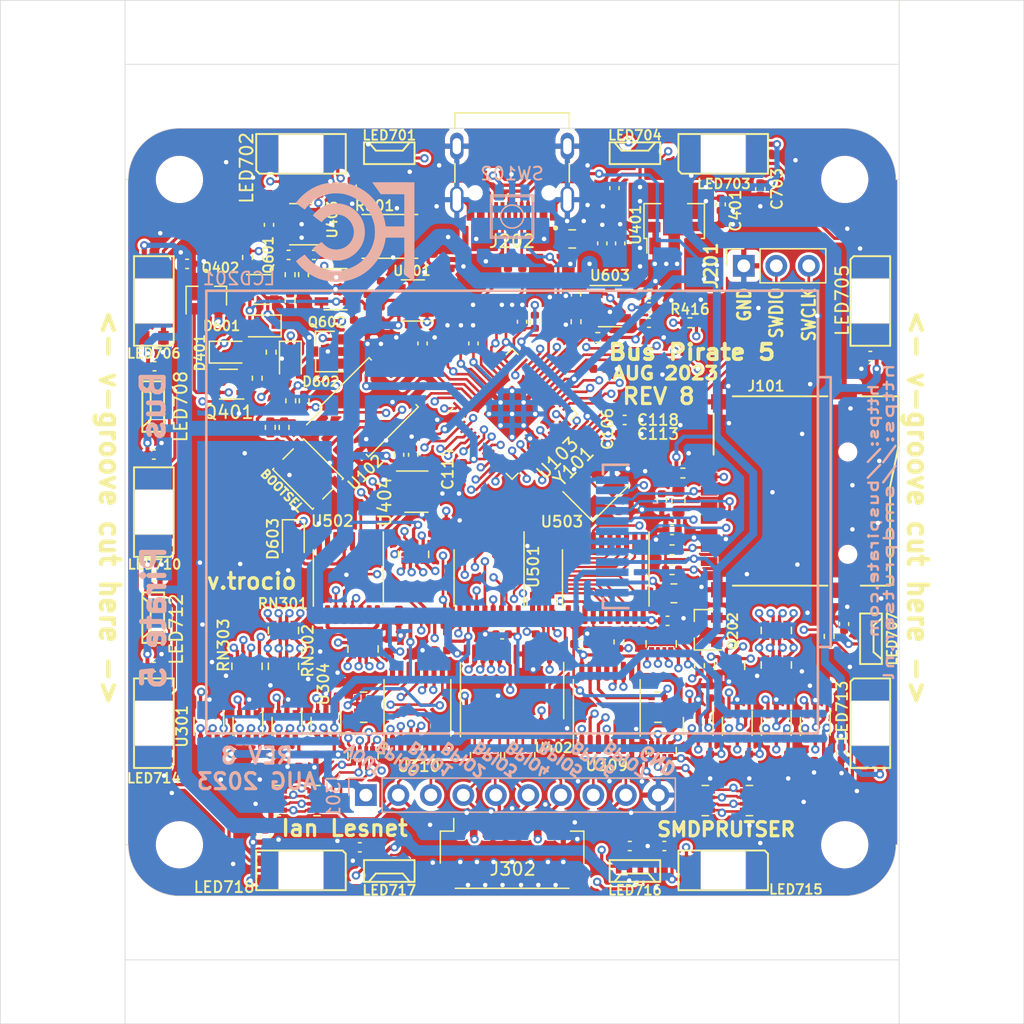
<source format=kicad_pcb>
(kicad_pcb (version 20221018) (generator pcbnew)
  (layers (0 "F.Cu" signal) (1 "In1.Cu" signal) (2 "In2.Cu" power) (31 "B.Cu" signal) (34 "B.Paste" user) (35 "F.Paste" user) (36 "B.SilkS" user "B.Silkscreen") (37 "F.SilkS" user "F.Silkscreen") (38 "B.Mask" user) (39 "F.Mask" user) (44 "Edge.Cuts" user))
  (net 0 "")
  (net 1 "GND")
  (net 2 "VREG_VIN")
  (net 3 "VREF_VOUT")
  (net 4 "SWDIO")
  (net 5 "SWCLK")
  (net 6 "BUFDIR0")
  (net 7 "BUFDIR4")
  (net 8 "BPIO0")
  (net 9 "BPIO4")
  (net 10 "BUFDIR1")
  (net 11 "BUFDIR5")
  (net 12 "BPIO1")
  (net 13 "BPIO5")
  (net 14 "BUFDIR2")
  (net 15 "BUFDIR6")
  (net 16 "BPIO2")
  (net 17 "BPIO6")
  (net 18 "BUFDIR3")
  (net 19 "BUFDIR7")
  (net 20 "BPIO3")
  (net 21 "BPIO7")
  (net 22 "BUFIO0")
  (net 23 "BUFIO4")
  (net 24 "BUFIO1")
  (net 25 "BUFIO5")
  (net 26 "BUFIO2")
  (net 27 "BUFIO6")
  (net 28 "BUFIO3")
  (net 29 "BUFIO7")
  (net 30 "USB_D+")
  (net 31 "USB_D-")
  (net 32 "CURRENT_SENSE")
  (net 33 "+3V3")
  (net 34 "+VUSB")
  (net 35 "USB_P")
  (net 36 "USB_N")
  (net 37 "+1V1")
  (net 38 "VREG_OUT")
  (net 39 "DISPLAY_LED-K")
  (net 40 "SPI_CLK")
  (net 41 "SPI_CDO")
  (net 42 "VREG_EN")
  (net 43 "CURRENT_DETECT")
  (net 44 "QSPI_SS")
  (net 45 "AMUX_OUT")
  (net 46 "AMUX_EN")
  (net 47 "SHIFT_EN")
  (net 48 "QSPI_SD3")
  (net 49 "QSPI_SCLK")
  (net 50 "QSPI_SD0")
  (net 51 "QSPI_SD2")
  (net 52 "QSPI_SD1")
  (net 53 "AMUX_S2")
  (net 54 "AMUX_S3")
  (net 55 "AMUX_S1")
  (net 56 "AMUX_S0")
  (net 57 "PULLUP_EN")
  (net 58 "SHIFT_LATCH")
  (net 59 "VREG_ADJ")
  (net 60 "SPI_CDI")
  (net 61 "DISPLAY_DP")
  (net 62 "DISPLAY_CS")
  (net 63 "DISPLAY_RESET")
  (net 64 "DISPLAY_BACKLIGHT")
  (net 65 "CURRENT_RESET")
  (net 66 "CURRENT_EN")
  (net 67 "FLASH_CS")
  (net 68 "DAC_CS")
  (net 69 "RGB_CDO")
  (net 70 "LEDS_CDO")
  (net 71 "Net-(C105-Pad1)")
  (net 72 "Net-(C106-Pad1)")
  (net 73 "Net-(C109-Pad1)")
  (net 74 "Net-(C603-Pad2)")
  (net 75 "Net-(J202-PadA4B9)")
  (net 76 "Net-(J202-PadB5)")
  (net 77 "Net-(J202-PadA5)")
  (net 78 "Net-(LED702-Pad4)")
  (net 79 "Net-(LED703-Pad4)")
  (net 80 "Net-(LED703-Pad2)")
  (net 81 "Net-(LED706-Pad4)")
  (net 82 "Net-(LED710-Pad4)")
  (net 83 "Net-(LED713-Pad2)")
  (net 84 "Net-(LED714-Pad4)")
  (net 85 "Net-(LED715-Pad2)")
  (net 86 "Net-(Q202-Pad1)")
  (net 87 "Net-(Q202-Pad3)")
  (net 88 "Net-(Q401-Pad6)")
  (net 89 "Net-(Q601-Pad6)")
  (net 90 "Net-(Q601-Pad2)")
  (net 91 "Net-(Q602-Pad1)")
  (net 92 "Net-(R101-Pad2)")
  (net 93 "Net-(R406-Pad1)")
  (net 94 "Net-(R408-Pad1)")
  (net 95 "Net-(R602-Pad1)")
  (net 96 "Net-(R603-Pad1)")
  (net 97 "Net-(RN301-Pad4)")
  (net 98 "Net-(RN301-Pad2)")
  (net 99 "Net-(RN301-Pad3)")
  (net 100 "Net-(RN301-Pad1)")
  (net 101 "Net-(RN304-Pad4)")
  (net 102 "Net-(RN304-Pad2)")
  (net 103 "Net-(RN304-Pad3)")
  (net 104 "Net-(RN304-Pad1)")
  (net 105 "Net-(RN306-Pad4)")
  (net 106 "Net-(RN306-Pad2)")
  (net 107 "Net-(RN306-Pad3)")
  (net 108 "Net-(RN306-Pad1)")
  (net 109 "Net-(RN309-Pad5)")
  (net 110 "Net-(RN309-Pad6)")
  (net 111 "Net-(RN309-Pad8)")
  (net 112 "Net-(RN309-Pad7)")
  (net 113 "Net-(RN311-Pad5)")
  (net 114 "Net-(RN311-Pad6)")
  (net 115 "Net-(RN311-Pad8)")
  (net 116 "Net-(RN311-Pad7)")
  (net 117 "Net-(RN312-Pad5)")
  (net 118 "Net-(RN312-Pad6)")
  (net 119 "Net-(RN312-Pad8)")
  (net 120 "Net-(RN312-Pad7)")
  (net 121 "Net-(U402-Pad1)")
  (net 122 "Net-(U501-Pad15)")
  (net 123 "Net-(U501-Pad9)")
  (net 124 "Net-(U501-Pad7)")
  (net 125 "Net-(U501-Pad4)")
  (net 126 "Net-(U501-Pad3)")
  (net 127 "Net-(U501-Pad2)")
  (net 128 "Net-(U501-Pad1)")
  (net 129 "Net-(C102-Pad1)")
  (net 130 "CARD_DET")
  (net 131 "Net-(Q601-Pad5)")
  (net 132 "Net-(Q401-Pad2)")
  (net 133 "Net-(RN400-Pad4)")
  (net 134 "Net-(RN400-Pad2)")
  (net 135 "Net-(RN400-Pad3)")
  (net 136 "Net-(RN400-Pad1)")
  (net 137 "Net-(RN401-Pad4)")
  (net 138 "Net-(RN401-Pad2)")
  (net 139 "Net-(RN401-Pad3)")
  (net 140 "Net-(RN401-Pad1)")
  (net 141 "Net-(RN402-Pad4)")
  (net 142 "Net-(RN402-Pad2)")
  (net 143 "Net-(RN402-Pad3)")
  (net 144 "Net-(RN402-Pad1)")
  (net 145 "Net-(RN313-Pad4)")
  (net 146 "Net-(RN313-Pad2)")
  (net 147 "Net-(RN313-Pad3)")
  (net 148 "Net-(RN313-Pad1)")
  (net 149 "Net-(RN314-Pad4)")
  (net 150 "Net-(RN314-Pad2)")
  (net 151 "Net-(RN314-Pad3)")
  (net 152 "Net-(RN314-Pad1)")
  (net 153 "Net-(J101-Pad8)")
  (net 154 "Net-(J101-Pad1)")
  (net 155 "Net-(J202-PadA8)")
  (net 156 "Net-(J202-PadB8)")
  (net 157 "Net-(LED705-Pad2)")
  (net 158 "Net-(U502-Pad15)")
  (net 159 "Net-(U502-Pad9)")
  (net 160 "Net-(U502-Pad7)")
  (net 161 "Net-(U502-Pad6)")
  (net 162 "Net-(U503-Pad12)")
  (net 163 "Net-(LED707-Pad4)")
  (net 164 "Net-(LED707-Pad2)")
  (net 165 "Net-(U502-Pad2)")
  (net 166 "Net-(LED716-Pad2)")
  (net 167 "Net-(LED717-Pad2)")
  (net 168 "Net-(LED712-Pad4)")
  (net 169 "Net-(LED708-Pad4)")
  (net 170 "Net-(LED701-Pad4)")
  (net 171 "Net-(LED701-Pad2)")
  (net 172 "Net-(R316-Pad2)")
  (net 173 "Net-(RN315-Pad5)")
  (net 174 "Net-(RN315-Pad6)")
  (net 175 "Net-(RN315-Pad8)")
  (net 176 "Net-(RN315-Pad7)")
  (net 177 "Net-(RN317-Pad5)")
  (net 178 "Net-(RN317-Pad6)")
  (net 179 "Net-(RN317-Pad8)")
  (net 180 "Net-(RN317-Pad7)")
  (net 181 "Net-(RN318-Pad5)")
  (net 182 "Net-(RN318-Pad6)")
  (net 183 "Net-(RN318-Pad8)")
  (net 184 "Net-(RN318-Pad7)")
  (net 185 "Net-(SW102-Pad2)")
  (net 186 "CURRENT_EN_OVERRIDE")
  (net 187 "Net-(D602-Pad2)")
  (net 188 "Net-(C415-Pad2)")
  (net 189 "BUTTONS")
  (net 190 "VREG_ADJ_MCU")
  (net 191 "CURRENT_ADJ_MCU")
  (net 192 "Net-(R416-Pad1)")
  (net 193 "Net-(C416-Pad2)")
  (net 194 "Net-(C408-Pad2)")
  (net 195 "Net-(SW102-Pad3)")
  (net 196 "Net-(D401-Pad2)")
  (footprint "dp-LED:SK6812-mini-e" (layer "F.Cu") (at 113.4 62.1 180)
    (fp_text reference "LED702")
    (fp_text value "SK6812-mini-e")
  )
  (footprint "dp-LED:SK6812-mini-e" (layer "F.Cu") (at 146.4 118.1)
    (fp_text reference "LED715")
    (fp_text value "SK6812-mini-e")
  )
  (footprint "dp-LED:SK6812-mini-e" (layer "F.Cu") (at 101.9 106.6 -90)
    (fp_text reference "LED714")
    (fp_text value "SK6812-mini-e")
  )
  (footprint "dp-LED:SK6812-mini-e" (layer "F.Cu") (at 146.4 62.1 180)
    (fp_text reference "LED703")
    (fp_text value "SK6812-mini-e")
  )
  (footprint "dp-LED:SK6812-mini-e" (layer "F.Cu") (at 157.9 73.6 90)
    (fp_text reference "LED705")
    (fp_text value "SK6812-mini-e")
  )
  (footprint "dp-LED:SK6812-mini-e" (layer "F.Cu") (at 113.4 118.1)
    (fp_text reference "LED718")
    (fp_text value "SK6812-mini-e")
  )
  (footprint "dp-LED:SK6812-mini-e" (layer "F.Cu") (at 101.9 73.6 -90)
    (fp_text reference "LED706")
    (fp_text value "SK6812-mini-e")
  )
  (footprint "dp-LED:SK6812-mini-e" (layer "F.Cu") (at 101.9 90.1 -90)
    (fp_text reference "LED710")
    (fp_text value "SK6812-mini-e")
  )
  (footprint "Capacitor_SMD:C_0402_1005Metric" (layer "F.Cu") (at 146.2 68.1 90)
    (fp_text reference "C402" hide)
    (fp_text value "4.7uF")
  )
  (footprint "Capacitor_SMD:C_0402_1005Metric" (layer "F.Cu") (at 151.48 104.15 -90)
    (fp_text reference "C313" hide)
    (fp_text value "0.1uF")
  )
  (footprint "Capacitor_SMD:C_0402_1005Metric" (layer "F.Cu") (at 145.38 104.15 -90)
    (fp_text reference "C308" hide)
    (fp_text value "0.1uF")
  )
  (footprint "Capacitor_SMD:C_0402_1005Metric" (layer "F.Cu") (at 151.48 109.5 -90)
    (fp_text reference "C315" hide)
    (fp_text value "0.1uF")
  )
  (footprint "Capacitor_SMD:C_0402_1005Metric" (layer "F.Cu") (at 128.68 75.22 90)
    (fp_text reference "C107" hide)
    (fp_text value "2.2uF")
  )
  (footprint "Capacitor_SMD:C_0402_1005Metric" (layer "F.Cu") (at 107.13 109.5 -90)
    (fp_text reference "C304" hide)
    (fp_text value "0.1uF")
  )
  (footprint "Capacitor_SMD:C_0402_1005Metric" (layer "F.Cu") (at 124.32 100.9)
    (fp_text reference "C403" hide)
    (fp_text value "0.1uF")
  )
  (footprint "Capacitor_SMD:C_0402_1005Metric" (layer "F.Cu") (at 154.53 104.15 -90)
    (fp_text reference "C314" hide)
    (fp_text value "0.1uF")
  )
  (footprint "Capacitor_SMD:C_0402_1005Metric" (layer "F.Cu") (at 148.43 104.15 -90)
    (fp_text reference "C309" hide)
    (fp_text value "0.1uF")
  )
  (footprint "Capacitor_SMD:C_0402_1005Metric" (layer "F.Cu") (at 141.6 89.15 -90)
    (fp_text reference "C101" hide)
    (fp_text value "4.7uF")
  )
  (footprint "Capacitor_SMD:C_0402_1005Metric" (layer "F.Cu") (at 136.75 78.9)
    (fp_text reference "C112" hide)
    (fp_text value "0.1uF")
  )
  (footprint "Capacitor_SMD:C_0402_1005Metric" (layer "F.Cu") (at 129.68 75.22 -90)
    (fp_text reference "C108" hide)
    (fp_text value "2.2uF")
  )
  (footprint "Capacitor_SMD:C_0402_1005Metric" (layer "F.Cu") (at 130.68 75.22 90)
    (fp_text reference "C109" hide)
    (fp_text value "2.2uF")
  )
  (footprint "Capacitor_SMD:C_0402_1005Metric" (layer "F.Cu") (at 126.05 86.73 -90)
    (fp_text reference "C114")
    (fp_text value "0.1uF")
  )
  (footprint "Capacitor_SMD:C_0402_1005Metric" (layer "F.Cu") (at 125.88 76.92 90)
    (fp_text reference "C110" hide)
    (fp_text value "0.1uF")
  )
  (footprint "MountingHole:MountingHole_3.2mm_M3" (layer "F.Cu") (at 155.9 116.1)
    (fp_text reference "H3" hide)
    (fp_text value "MountingHole")
  )
  (footprint "Capacitor_SMD:C_0402_1005Metric" (layer "F.Cu") (at 132.7 75.22 90)
    (fp_text reference "C111" hide)
    (fp_text value "0.1uF")
  )
  (footprint "Capacitor_SMD:C_0402_1005Metric" (layer "F.Cu") (at 138.7 84)
    (fp_text reference "C113")
    (fp_text value "0.1uF")
  )
  (footprint "Capacitor_SMD:C_0402_1005Metric" (layer "F.Cu") (at 121.85 76.92 90)
    (fp_text reference "C103" hide)
    (fp_text value "0.1uF")
  )
  (footprint "MountingHole:MountingHole_3.2mm_M3" (layer "F.Cu") (at 155.9 64.1 -90)
    (fp_text reference "H2" hide)
    (fp_text value "MountingHole")
  )
  (footprint "Capacitor_SMD:C_0402_1005Metric" (layer "F.Cu") (at 138.45 85.7)
    (fp_text reference "C106")
    (fp_text value "15pF")
  )
  (footprint "Capacitor_SMD:C_0402_1005Metric" (layer "F.Cu") (at 138.7 82.9)
    (fp_text reference "C118")
    (fp_text value "0.1uF")
  )
  (footprint "MountingHole:MountingHole_3.2mm_M3" (layer "F.Cu") (at 103.9 64.1 -90)
    (fp_text reference "H1" hide)
    (fp_text value "MountingHole")
  )
  (footprint "MountingHole:MountingHole_3.2mm_M3" (layer "F.Cu") (at 103.9 116.1 -90)
    (fp_text reference "H4" hide)
    (fp_text value "MountingHole")
  )
  (footprint "Package_TO_SOT_SMD:SOT-363_SC-70-6" (layer "F.Cu") (at 106.2 106.85 -90)
    (fp_text reference "U301")
    (fp_text value "SN74LVC1T45DCK")
  )
  (footprint "Package_TO_SOT_SMD:SOT-363_SC-70-6" (layer "F.Cu") (at 115.35 106.85 -90)
    (fp_text reference "U304")
    (fp_text value "SN74LVC1T45DCK")
  )
  (footprint "Package_TO_SOT_SMD:SOT-363_SC-70-6" (layer "F.Cu") (at 144.45 106.85 -90)
    (fp_text reference "U305" hide)
    (fp_text value "SN74LVC1T45DCK")
  )
  (footprint "Package_TO_SOT_SMD:SOT-363_SC-70-6" (layer "F.Cu") (at 150.55 106.85 -90)
    (fp_text reference "U307" hide)
    (fp_text value "SN74LVC1T45DCK" hide)
  )
  (footprint "Resistor_SMD:R_0402_1005Metric" (layer "F.Cu") (at 129.58 71.54 90)
    (fp_text reference "R203" hide)
    (fp_text value "22R")
  )
  (footprint "Resistor_SMD:R_0402_1005Metric" (layer "F.Cu") (at 130.7 71.54 90)
    (fp_text reference "R202" hide)
    (fp_text value "22R")
  )
  (footprint "Resistor_SMD:R_0402_1005Metric" (layer "F.Cu") (at 124 64.78 90)
    (fp_text reference "R204" hide)
    (fp_text value "5.1K")
  )
  (footprint "Inductor_SMD:L_0805_2012Metric" (layer "F.Cu") (at 134.6 68.75 180)
    (fp_text reference "L201" hide)
    (fp_text value "1.5A")
  )
  (footprint "Resistor_SMD:R_0402_1005Metric" (layer "F.Cu") (at 124.75 91.3 90)
    (fp_text reference "R407" hide)
    (fp_text value "10K")
  )
  (footprint "Capacitor_SMD:C_0402_1005Metric" (layer "F.Cu") (at 157.9 77.9)
    (fp_text reference "C705" hide)
    (fp_text value "0.1uF")
  )
  (footprint "Capacitor_SMD:C_0402_1005Metric" (layer "F.Cu") (at 101.95 78.7 180)
    (fp_text reference "C708" hide)
    (fp_text value "0.1uF")
  )
  (footprint "Capacitor_SMD:C_0402_1005Metric" (layer "F.Cu") (at 137.9 64.78 90)
    (fp_text reference "C704" hide)
    (fp_text value "0.1uF")
  )
  (footprint "Capacitor_SMD:C_0402_1005Metric" (layer "F.Cu") (at 104.5 70.7 180)
    (fp_text reference "C706" hide)
    (fp_text value "0.1uF")
  )
  (footprint "Capacitor_SMD:C_0402_1005Metric" (layer "F.Cu") (at 101.9 85.6 180)
    (fp_text reference "C710" hide)
    (fp_text value "0.1uF")
  )
  (footprint "Capacitor_SMD:C_0402_1005Metric" (layer "F.Cu") (at 101.9 95.1 180)
    (fp_text reference "C712" hide)
    (fp_text value "0.1uF")
  )
  (footprint "Capacitor_SMD:C_0402_1005Metric" (layer "F.Cu") (at 149.3 64.85 90)
    (fp_text reference "C703")
    (fp_text value "0.1uF")
  )
  (footprint "Capacitor_SMD:C_0402_1005Metric" (layer "F.Cu") (at 120.85 64.78 90)
    (fp_text reference "C701" hide)
    (fp_text value "0.1uF")
  )
  (footprint "Capacitor_SMD:C_0402_1005Metric" (layer "F.Cu") (at 124.88 76.92 90)
    (fp_text reference "C117" hide)
    (fp_text value "0.1uF")
  )
  (footprint "Resistor_SMD:R_0402_1005Metric" (layer "F.Cu") (at 131.68 75.22 -90)
    (fp_text reference "R103" hide)
    (fp_text value "200R")
  )
  (footprint "Capacitor_SMD:C_0402_1005Metric" (layer "F.Cu") (at 122.9 76.92 90)
    (fp_text reference "C104" hide)
    (fp_text value "2.2uF")
  )
  (footprint "RP_Silicon:RP2040-QFN-56" (layer "F.Cu") (at 129.9 82.43 45)
    (fp_text reference "U103")
    (fp_text value "RP2040")
  )
  (footprint "Capacitor_SMD:C_0402_1005Metric" (layer "F.Cu") (at 136.95 69.1 -90)
    (fp_text reference "C202" hide)
    (fp_text value "4.7uF")
  )
  (footprint "Capacitor_SMD:C_0402_1005Metric" (layer "F.Cu") (at 138.35 69.1 -90)
    (fp_text reference "C201" hide)
    (fp_text value "4.7uF")
  )
  (footprint "Capacitor_SMD:C_0402_1005Metric" (layer "F.Cu") (at 129.12 99.65)
    (fp_text reference "C501" hide)
    (fp_text value "0.1uF")
  )
  (footprint "Package_SO:TSSOP-16_4.4x5mm_P0.65mm" (layer "F.Cu") (at 128.1 95.25 -90)
    (fp_text reference "U501")
    (fp_text value "74HC595")
  )
  (footprint "Capacitor_SMD:C_0402_1005Metric" (layer "F.Cu") (at 126.88 76.92 90)
    (fp_text reference "C116" hide)
    (fp_text value "0.1uF")
  )
  (footprint "Resistor_SMD:R_Array_Convex_4x0402" (layer "F.Cu") (at 112.03 102.15 90)
    (fp_text reference "RN302")
    (fp_text value "1M")
  )
  (footprint "Resistor_SMD:R_0805_2012Metric" (layer "F.Cu") (at 142.55 96.45 180)
    (fp_text reference "R209" hide)
    (fp_text value "33R")
  )
  (footprint "Resistor_SMD:R_Array_Convex_4x0402" (layer "F.Cu") (at 150.55 102.05 90)
    (fp_text reference "RN307" hide)
    (fp_text value "1M")
  )
  (footprint "Package_SO:SOP-8_5.28x5.23mm_P1.27mm" (layer "F.Cu") (at 118.7 81.9 45)
    (fp_text reference "U102")
    (fp_text value "W25Q128JVSIQ")
  )
  (footprint "Package_SO:TSSOP-14_4.4x5mm_P0.65mm" (layer "F.Cu") (at 122.5 105.4 90)
    (fp_text reference "U310")
    (fp_text value "74HC4066")
  )
  (footprint "Resistor_SMD:R_0402_1005Metric" (layer "F.Cu") (at 112.08 83.48 -90)
    (fp_text reference "R101" hide)
    (fp_text value "1K")
  )
  (footprint "Fiducial:Fiducial_1mm_Mask2mm" (layer "F.Cu") (at 158.4 67.1 -90)
    (fp_text reference "FID1" hide)
    (fp_text value "Fiducial")
  )
  (footprint "Fiducial:Fiducial_1mm_Mask2mm" (layer "F.Cu") (at 101.4 113.1 -90)
    (fp_text reference "FID2" hide)
    (fp_text value "Fiducial")
  )
  (footprint "Capacitor_SMD:C_0402_1005Metric" (layer "F.Cu") (at 141.8 116.2)
    (fp_text reference "C715" hide)
    (fp_text value "0.1uF")
  )
  (footprint "Capacitor_SMD:C_0402_1005Metric" (layer "F.Cu") (at 101.9 102.2 180)
    (fp_text reference "C714" hide)
    (fp_text value "0.1uF")
  )
  (footprint "Capacitor_SMD:C_0402_1005Metric" (layer "F.Cu") (at 139.1 116.2 180)
    (fp_text reference "C716" hide)
    (fp_text value "0.1uF")
  )
  (footprint "Capacitor_SMD:C_0402_1005Metric" (layer "F.Cu") (at 118 116.3)
    (fp_text reference "C717" hide)
    (fp_text value "0.1uF")
  )
  (footprint "Capacitor_SMD:C_0402_1005Metric" (layer "F.Cu") (at 110.6 115.43 -90)
    (fp_text reference "C718" hide)
    (fp_text value "0.1uF")
  )
  (footprint "Capacitor_SMD:C_0402_1005Metric" (layer "F.Cu") (at 120.22 100.51 -90)
    (fp_text reference "C318" hide)
    (fp_text value "0.1uF")
  )
  (footprint "Capacitor_SMD:C_0402_1005Metric" (layer "F.Cu") (at 121.05 98.2 90)
    (fp_text reference "C502" hide)
    (fp_text value "0.1uF")
  )
  (footprint "Capacitor_SMD:C_0402_1005Metric" (layer "F.Cu") (at 146.2 66.05 -90)
    (fp_text reference "C401")
    (fp_text value "4.7uF")
  )
  (footprint "Connector_PinSocket_2.54mm:PinSocket_1x03_P2.54mm_Vertical" (layer "F.Cu") (at 148.01 70.85 90)
    (fp_text reference "J201")
    (fp_text value "Conn_01x03")
  )
  (footprint "Resistor_SMD:R_0402_1005Metric" (layer "F.Cu") (at 111 83.48 90)
    (fp_text reference "R102" hide)
    (fp_text value "DNF")
  )
  (footprint "Fiducial:Fiducial_1mm_Mask2mm" (layer "F.Cu") (at 101.4 66.5)
    (fp_text reference "FID4" hide)
    (fp_text value "Fiducial")
  )
  (footprint "Fiducial:Fiducial_1mm_Mask2mm" (layer "F.Cu") (at 128.6 89.8)
    (fp_text reference "FID5" hide)
    (fp_text value "Fiducial")
  )
  (footprint "Fiducial:Fiducial_1mm_Mask2mm" (layer "F.Cu") (at 158.4 113.1)
    (fp_text reference "FID3" hide)
    (fp_text value "Fiducial")
  )
  (footprint "Capacitor_SMD:C_0402_1005Metric" (layer "F.Cu") (at 155.65 108.95 90)
    (fp_text reference "C713" hide)
    (fp_text value "0.1uF")
  )
  (footprint "Resistor_SMD:R_0402_1005Metric" (layer "F.Cu") (at 135.8 64.78 90)
    (fp_text reference "R201" hide)
    (fp_text value "5.1K")
  )
  (footprint "Connector_JST:JST_SH_SM09B-SRSS-TB_1x09-1MP_P1.00mm_Horizontal" (layer "F.Cu") (at 129.9 116.82)
    (fp_text reference "J302")
    (fp_text value "Conn_01x09")
  )
  (footprint "Package_SO:TSSOP-20_4.4x6.5mm_P0.65mm" (layer "F.Cu") (at 137.22 95.25 -90)
    (fp_text reference "U503")
    (fp_text value "74HCT245PW")
  )
  (footprint "Capacitor_SMD:C_0402_1005Metric" (layer "F.Cu") (at 122.17 85.62 90)
    (fp_text reference "C406" hide)
    (fp_text value "0.1uF")
  )
  (footprint "Crystal:Crystal_SMD_3225-4Pin_3.2x2.5mm" (layer "F.Cu") (at 136.45 88.25 45)
    (fp_text reference "Y101")
    (fp_text value "12Mhz")
  )
  (footprint "Resistor_SMD:R_0402_1005Metric" (layer "F.Cu") (at 124.63 98.45 90)
    (fp_text reference "R501" hide)
    (fp_text value "10K")
  )
  (footprint "Resistor_SMD:R_0402_1005Metric" (layer "F.Cu") (at 131.76 99.15 90)
    (fp_text reference "R402" hide)
    (fp_text value "10K")
  )
  (footprint "Capacitor_SMD:C_0402_1005Metric" (layer "F.Cu") (at 121.07 85.62 -90)
    (fp_text reference "C405" hide)
    (fp_text value "2.2uF")
  )
  (footprint "Resistor_SMD:R_0402_1005Metric" (layer "F.Cu") (at 123.65 91.3 -90)
    (fp_text reference "R406" hide)
    (fp_text value "10K")
  )
  (footprint "Capacitor_SMD:C_0402_1005Metric" (layer "F.Cu") (at 123.1 83.5 90)
    (fp_text reference "C115" hide)
    (fp_text value "0.1uF")
  )
  (footprint "Resistor_SMD:R_0402_1005Metric" (layer "F.Cu") (at 142.4 93.05)
    (fp_text reference "R104" hide)
    (fp_text value "10K")
  )
  (footprint "Resistor_SMD:R_0402_1005Metric" (layer "F.Cu") (at 143.25 87.05)
    (fp_text reference "R105" hide)
    (fp_text value "10K")
  )
  (footprint "Package_TO_SOT_SMD:SOT-23" (layer "F.Cu") (at 144.9 99.3 180)
    (fp_text reference "Q202")
    (fp_text value "2N7002")
  )
  (footprint "Capacitor_SMD:C_0402_1005Metric" (layer "F.Cu") (at 142.4 91.5 180)
    (fp_text reference "C102" hide)
    (fp_text value "4.7uF")
  )
  (footprint "Inductor_SMD:L_0603_1608Metric" (layer "F.Cu") (at 142.9 89.25 -90)
    (fp_text reference "L100" hide)
    (fp_text value "22uH")
  )
  (footprint "Capacitor_SMD:C_0402_1005Metric" (layer "F.Cu") (at 138.72 90.02)
    (fp_text reference "C105" hide)
    (fp_text value "15pF")
  )
  (footprint "dp-microsd:TF-01A_C91145" (layer "F.Cu") (at 160.15 88.45 90)
    (fp_text reference "J101")
    (fp_text value "Micro_SD_Card_TF-01A_C91145")
  )
  (footprint "Button_Switch_SMD:SW_SPST_PTS810" (layer "F.Cu") (at 113.95 87.12 -45)
    (fp_text reference "SW101" hide)
    (fp_text value "SW_SPST")
  )
  (footprint "Diode_SMD:D_SOD-323" (layer "F.Cu") (at 110.35 75.55 180)
    (fp_text reference "D601")
    (fp_text value "1N4148WS")
  )
  (footprint "Capacitor_SMD:C_0402_1005Metric" (layer "F.Cu") (at 155.85 98.85 -90)
    (fp_text reference "C707" hide)
    (fp_text value "0.1uF")
  )
  (footprint "Capacitor_SMD:C_0402_1005Metric" (layer "F.Cu") (at 118.59 75.58 -90)
    (fp_text reference "C601" hide)
    (fp_text value "2.2uF")
  )
  (footprint "Capacitor_SMD:C_0402_1005Metric" (layer "F.Cu") (at 119.63 75.58 90)
    (fp_text reference "C602" hide)
    (fp_text value "0.1uF")
  )
  (footprint "Resistor_SMD:R_0402_1005Metric" (layer "F.Cu") (at 113.42 64.75 90)
    (fp_text reference "R405" hide)
    (fp_text value "33K")
  )
  (footprint "Resistor_SMD:R_0402_1005Metric" (layer "F.Cu") (at 109.98 79.63 90)
    (fp_text reference "R410" hide)
    (fp_text value "10K")
  )
  (footprint "Resistor_SMD:R_0402_1005Metric" (layer "F.Cu") (at 111.07 77.6 -90)
    (fp_text reference "R409" hide)
    (fp_text value "33K")
  )
  (footprint "Resistor_SMD:R_0402_1005Metric" (layer "F.Cu") (at 109.98 77.6 -90)
    (fp_text reference "R408" hide)
    (fp_text value "33K")
  )
  (footprint "Resistor_SMD:R_0402_1005Metric" (layer "F.Cu") (at 111.07 79.63 90)
    (fp_text reference "R412" hide)
    (fp_text value "100K")
  )
  (footprint "Resistor_SMD:R_0402_1005Metric" (layer "F.Cu") (at 109.22 70.2 -90)
    (fp_text reference "R611" hide)
    (fp_text value "10K")
  )
  (footprint "Resistor_SMD:R_0402_1005Metric" (layer "F.Cu") (at 112.55 73.56 90)
    (fp_text reference "R609" hide)
    (fp_text value "10K")
  )
  (footprint "Resistor_SMD:R_0402_1005Metric" (layer "F.Cu") (at 112.55 71.54 -90)
    (fp_text reference "R608" hide)
    (fp_text value "200R")
  )
  (footprint "Capacitor_SMD:C_0402_1005Metric" (layer "F.Cu") (at 114.41 70 180)
    (fp_text reference "C404" hide)
    (fp_text value "4.7uF")
  )
  (footprint "Resistor_SMD:R_0402_1005Metric" (layer "F.Cu") (at 111.99 64.75 -90)
    (fp_text reference "R403" hide)
    (fp_text value "102K")
  )
  (footprint "Resistor_SMD:R_0402_1005Metric" (layer "F.Cu") (at 119.63 73.56 90)
    (fp_text reference "R605" hide)
    (fp_text value "33K")
  )
  (footprint "Package_TO_SOT_SMD:SOT-23-5" (layer "F.Cu") (at 122.15 73.56 180)
    (fp_text reference "U601")
    (fp_text value "GS6001")
  )
  (footprint "Resistor_SMD:R_2512_6332Metric_Pad1.40x3.35mm_HandSolder" (layer "F.Cu") (at 120.35 68.55 180)
    (fp_text reference "R601")
    (fp_text value "0R2")
  )
  (footprint "Resistor_SMD:R_0402_1005Metric" (layer "F.Cu") (at 125.09 71.54 90)
    (fp_text reference "R602" hide)
    (fp_text value "1K")
  )
  (footprint "Resistor_SMD:R_0402_1005Metric" (layer "F.Cu") (at 125.09 73.56 90)
    (fp_text reference "R604" hide)
    (fp_text value "33K")
  )
  (footprint "Resistor_SMD:R_0402_1005Metric" (layer "F.Cu") (at 118.6 73.56 90)
    (fp_text reference "R606" hide)
    (fp_text value "10K")
  )
  (footprint "Capacitor_SMD:C_0402_1005Metric" (layer "F.Cu") (at 117.54 75.58 90)
    (fp_text reference "C603" hide)
    (fp_text value "DNF")
  )
  (footprint "Capacitor_SMD:C_0402_1005Metric" (layer "F.Cu") (at 118.6 71.54 -90)
    (fp_text reference "C605" hide)
    (fp_text value "0.1uF")
  )
  (footprint "Package_TO_SOT_SMD:SOT-23-5" (layer "F.Cu") (at 116.1 72.68)
    (fp_text reference "U602" hide)
    (fp_text value "RS8901XF")
  )
  (footprint "Resistor_SMD:R_0402_1005Metric" (layer "F.Cu") (at 119.65 71.54 90)
    (fp_text reference "R603" hide)
    (fp_text value "1K")
  )
  (footprint "Resistor_SMD:R_0402_1005Metric" (layer "F.Cu") (at 113.6 71.54 90)
    (fp_text reference "R610" hide)
    (fp_text value "10K")
  )
  (footprint "Capacitor_SMD:C_0402_1005Metric" (layer "F.Cu") (at 117.35 64.65 90)
    (fp_text reference "C702" hide)
    (fp_text value "0.1uF")
  )
  (footprint "Package_TO_SOT_SMD:SOT-23" (layer "F.Cu") (at 106 73.21 90)
    (fp_text reference "Q402")
    (fp_text value "WST3423")
  )
  (footprint "Resistor_SMD:R_0402_1005Metric" (layer "F.Cu") (at 112.6 81.4 -90)
    (fp_text reference "R613" hide)
    (fp_text value "10K")
  )
  (footprint "Resistor_SMD:R_0402_1005Metric" (layer "F.Cu") (at 113.65 81.4 -90)
    (fp_text reference "R612" hide)
    (fp_text value "200R")
  )
  (footprint "Capacitor_SMD:C_0402_1005Metric" (layer "F.Cu") (at 112.43 70)
    (fp_text reference "C407" hide)
    (fp_text value "4.7uF")
  )
  (footprint "Resistor_SMD:R_0402_1005Metric" (layer "F.Cu") (at 114.85 64.75 90)
    (fp_text reference "R401" hide)
    (fp_text value "100K")
  )
  (footprint "Package_TO_SOT_SMD:SOT-23-5" (layer "F.Cu") (at 113.42 67.6 180)
    (fp_text reference "U403")
    (fp_text value "AP2127")
  )
  (footprint "Package_TO_SOT_SMD:SOT-363_SC-70-6" (layer "F.Cu") (at 110.35 72.7)
    (fp_text reference "Q601")
    (fp_text value "MMDT3906")
  )
  (footprint "Package_TO_SOT_SMD:SOT-363_SC-70-6" (layer "F.Cu") (at 107.73 80.1 180)
    (fp_text reference "Q401")
    (fp_text value "BCM857")
  )
  (footprint "Diode_SMD:D_SOD-323" (layer "F.Cu") (at 107.73 77.6)
    (fp_text reference "D401")
    (fp_text value "1N4148WS")
  )
  (footprint "Resistor_SMD:R_Array_Convex_4x0402" (layer "F.Cu") (at 145 112.65)
    (fp_text reference "RN309" hide)
    (fp_text value "330R")
  )
  (footprint "Resistor_SMD:R_0402_1005Metric" (layer "F.Cu") (at 154.68 99.82 -90)
    (fp_text reference "R502" hide)
    (fp_text value "1K")
  )
  (footprint "Package_TO_SOT_SMD:SOT-23-5" (layer "F.Cu") (at 122.42 88.5)
    (fp_text reference "U404")
    (fp_text value "GS6001")
  )
  (footprint "Package_SO:TSSOP-24_4.4x7.8mm_P0.65mm" (layer "F.Cu") (at 129.9 104.05 90)
    (fp_text reference "U402")
    (fp_text value "74HC4067")
  )
  (footprint "Package_SO:TSSOP-14_4.4x5mm_P0.65mm" (layer "F.Cu") (at 137.3 105.4 90)
    (fp_text reference "U309")
    (fp_text value "74HC4066")
  )
  (footprint "Package_TO_SOT_SMD:SOT-363_SC-70-6" (layer "F.Cu") (at 147.5 106.85 -90)
    (fp_text reference "U306" hide)
    (fp_text value "SN74LVC1T45DCK")
  )
  (footprint "Capacitor_SMD:C_0402_1005Metric" (layer "F.Cu") (at 145.38 109.5 -90)
    (fp_text reference "C311" hide)
    (fp_text value "0.1uF")
  )
  (footprint "Resistor_SMD:R_0402_1005Metric" (layer "F.Cu") (at 144.55 102.1 90)
    (fp_text reference "R208" hide)
    (fp_text value "200R")
  )
  (footprint "Capacitor_SMD:C_0402_1005Metric" (layer "F.Cu") (at 148.43 109.5 -90)
    (fp_text reference "C312" hide)
    (fp_text value "0.1uF")
  )
  (footprint "Resistor_SMD:R_Array_Convex_4x0402" (layer "F.Cu") (at 109.18 102.15 90)
    (fp_text reference "RN303")
    (fp_text value "100K")
  )
  (footprint "Capacitor_SMD:C_0402_1005Metric" (layer "F.Cu") (at 142.05 98.6 180)
    (fp_text reference "C503" hide)
    (fp_text value "0.1uF")
  )
  (footprint "Package_TO_SOT_SMD:SOT-363_SC-70-6" (layer "F.Cu") (at 112.3 106.85 -90)
    (fp_text reference "U303" hide)
    (fp_text value "SN74LVC1T45DCK")
  )
  (footprint "Resistor_SMD:R_Array_Convex_4x0402" (layer "F.Cu") (at 146.9 102.15 90)
    (fp_text reference "RN308" hide)
    (fp_text value "100K")
  )
  (footprint "Resistor_SMD:R_Array_Convex_4x0402" (layer "F.Cu") (at 112.03 99.35 90)
    (fp_text reference "RN301")
    (fp_text value "330R")
  )
  (footprint "Package_TO_SOT_SMD:SOT-363_SC-70-6" (layer "F.Cu") (at 109.25 106.85 -90)
    (fp_text reference "U302" hide)
    (fp_text value "SN74LVC1T45DCK")
  )
  (footprint "Capacitor_SMD:C_0402_1005Metric" (layer "F.Cu") (at 113.23 109.5 -90)
    (fp_text reference "C306" hide)
    (fp_text value "0.1uF")
  )
  (footprint "Capacitor_SMD:C_0402_1005Metric" (layer "F.Cu") (at 116.28 104 -90)
    (fp_text reference "C307" hide)
    (fp_text value "0.1uF")
  )
  (footprint "Capacitor_SMD:C_0402_1005Metric" (layer "F.Cu") (at 107.13 104.15 -90)
    (fp_text reference "C301" hide)
    (fp_text value "0.1uF")
  )
  (footprint "Capacitor_SMD:C_0402_1005Metric" (layer "F.Cu") (at 110.18 104.15 -90)
    (fp_text reference "C302" hide)
    (fp_text value "0.1uF")
  )
  (footprint "Capacitor_SMD:C_0402_1005Metric" (layer "F.Cu") (at 110.18 109.5 -90)
    (fp_text reference "C305" hide)
    (fp_text value "0.1uF")
  )
  (footprint "Capacitor_SMD:C_0402_1005Metric" (layer "F.Cu") (at 113.23 104.15 -90)
    (fp_text reference "C303" hide)
    (fp_text value "0.1uF")
  )
  (footprint "Resistor_SMD:R_Array_Convex_4x0402" (layer "F.Cu") (at 150.55 99.35 90)
    (fp_text reference "RN306" hide)
    (fp_text value "330R")
  )
  (footprint "Resistor_SMD:R_Array_Convex_4x0402" (layer "F.Cu") (at 111.55 112.65 180)
    (fp_text reference "RN304" hide)
    (fp_text value "1M")
  )
  (footprint "Package_TO_SOT_SMD:SOT-363_SC-70-6" (layer "F.Cu") (at 153.6 106.85 -90)
    (fp_text reference "U308" hide)
    (fp_text value "SN74LVC1T45DCK")
  )
  (footprint "dp-LED:SK6812-mini-e" (layer "F.Cu") (at 157.9 106.6 90)
    (fp_text reference "LED713")
    (fp_text value "SK6812-mini-e")
  )
  (footprint "usb-c:HRO_TYPE-C-31-M-12" (layer "F.Cu") (at 129.9 61.5 180)
    (fp_text reference "J202")
    (fp_text value "TYPE-C-31-M-12")
  )
  (footprint "Resistor_SMD:R_Array_Convex_4x0402" (layer "F.Cu") (at 141.55 100.4 90)
    (fp_text reference "RN313" hide)
    (fp_text value "10K")
  )
  (footprint "Resistor_SMD:R_Array_Convex_4x0402" (layer "F.Cu") (at 118.25 100.8 90)
    (fp_text reference "RN314" hide)
    (fp_text value "10K")
  )
  (footprint "Resistor_SMD:R_0402_1005Metric" (layer "F.Cu") (at 142.4 94.6)
    (fp_text reference "R106" hide)
    (fp_text value "10K")
  )
  (footprint "Package_SO:TSSOP-16_4.4x5mm_P0.65mm" (layer "F.Cu") (at 117.1 95.25 -90)
    (fp_text reference "U502")
    (fp_text value "74HC595")
  )
  (footprint "Capacitor_SMD:C_0402_1005Metric" (layer "F.Cu") (at 154 109.55 180)
    (fp_text reference "C316" hide)
    (fp_text value "0.1uF")
  )
  (footprint "dp-LED:SK6812-side-a_b" (layer "F.Cu") (at 157.9 100 90)
    (fp_text reference "LED707")
    (fp_text value "SK6812-side-a_b")
  )
  (footprint "dp-LED:SK6812-side-a_b" (layer "F.Cu") (at 139.5 118.1)
    (fp_text reference "LED716")
    (fp_text value "SK6812-side-a_b")
  )
  (footprint "dp-LED:SK6812-side-a_b" (layer "F.Cu") (at 120.3 118.1)
    (fp_text reference "LED717")
    (fp_text value "SK6812-side-a_b")
  )
  (footprint "dp-LED:SK6812-side-a_b" (layer "F.Cu") (at 101.9 98.35 -90)
    (fp_text reference "LED712")
    (fp_text value "SK6812-side-a_b")
  )
  (footprint "dp-LED:SK6812-side-a_b" (layer "F.Cu") (at 101.9 81.85 -90)
    (fp_text reference "LED708")
    (fp_text value "SK6812-side-a_b")
  )
  (footprint "dp-LED:SK6812-side-a_b" (layer "F.Cu") (at 120.3 62.1 180)
    (fp_text reference "LED701")
    (fp_text value "SK6812-side-a_b")
  )
  (footprint "dp-LED:SK6812-side-a_b" (layer "F.Cu") (at 139.5 62.1 180)
    (fp_text reference "LED704")
    (fp_text value "SK6812-side-a_b")
  )
  (footprint "Resistor_SMD:R_Array_Convex_4x0402" (layer "F.Cu") (at 132.25 97.1 90)
    (fp_text reference "RN315" hide)
    (fp_text value "330R")
  )
  (footprint "Resistor_SMD:R_Array_Convex_4x0402" (layer "F.Cu") (at 118.3 105.35)
    (fp_text reference "RN318" hide)
    (fp_text value "330R")
  )
  (footprint "Resistor_SMD:R_Array_Convex_4x0402" (layer "F.Cu") (at 141.3 105.35 180)
    (fp_text reference "RN317" hide)
    (fp_text value "330R")
  )
  (footprint "Resistor_SMD:R_Array_Convex_4x0402" (layer "F.Cu") (at 148.45 112.65)
    (fp_text reference "RN310" hide)
    (fp_text value "1M")
  )
  (footprint "Resistor_SMD:R_Array_Convex_4x0402" (layer "F.Cu") (at 114.65 112.65 180)
    (fp_text reference "RN305" hide)
    (fp_text value "330R")
  )
  (footprint "Capacitor_SMD:C_0402_1005Metric" (layer "F.Cu") (at 136.87 100.25 -90)
    (fp_text reference "C317" hide)
    (fp_text value "0.1uF")
  )
  (footprint "Resistor_SMD:R_0402_1005Metric" (layer "F.Cu") (at 138.25 100.25 90)
    (fp_text reference "R316" hide)
    (fp_text value "330R")
  )
  (footprint "Resistor_SMD:R_0402_1005Metric" (layer "F.Cu") (at 135.22 100.41)
    (fp_text reference "R312" hide)
    (fp_text value "10K")
  )
  (footprint "Capacitor_SMD:C_0402_1005Metric" (layer "F.Cu") (at 115.05 109.05 180)
    (fp_text reference "C310" hide)
    (fp_text value "0.1uF")
  )
  (footprint "Diode_SMD:D_SOD-323" (layer "F.Cu") (at 112.8 92.2 -90)
    (fp_text reference "D603")
    (fp_text value "1N4148WS")
  )
  (footprint "Package_TO_SOT_SMD:SOT-23" (layer "F.Cu") (at 115.3 77.55 180)
    (fp_text reference "Q602")
    (fp_text value "WST3423")
  )
  (footprint "Capacitor_SMD:C_0402_1005Metric" (layer "F.Cu") (at 140.6 73.05)
    (fp_text reference "C413" hide)
    (fp_text value "2.2uF")
  )
  (footprint "Capacitor_SMD:C_0402_1005Metric" (layer "F.Cu") (at 140.6 74.1 180)
    (fp_text reference "C414" hide)
    (fp_text value "0.1uF")
  )
  (footprint "Capacitor_SMD:C_0402_1005Metric" (layer "F.Cu") (at 134.9 73.1 -90)
    (fp_text reference "C415" hide)
    (fp_text value "0.1uF")
  )
  (footprint "Capacitor_SMD:C_0402_1005Metric" (layer "F.Cu") (at 140.6 75.3 180)
    (fp_text reference "C416" hide)
    (fp_text value "0.1uF")
  )
  (footprint "Resistor_SMD:R_0402_1005Metric" (layer "F.Cu") (at 134.9 75.22 -90)
    (fp_text reference "R414" hide)
    (fp_text value "10K")
  )
  (footprint "Resistor_SMD:R_0402_1005Metric" (layer "F.Cu") (at 136.6 76.45 180)
    (fp_text reference "R415" hide)
    (fp_text value "10K")
  )
  (footprint "Package_TO_SOT_SMD:SOT-23-5" (layer "F.Cu") (at 137.55 74)
    (fp_text reference "U603")
    (fp_text value "GS6001")
  )
  (footprint "Package_TO_SOT_SMD:SOT-89-3" (layer "F.Cu") (at 142.57 67.65 90)
    (fp_text reference "U401")
    (fp_text value "ME6211A33PG-N")
  )
  (footprint "Resistor_SMD:R_0402_1005Metric" (layer "F.Cu") (at 143.8 75.3 180)
    (fp_text reference "R416")
    (fp_text value "330R")
  )
  (footprint "Capacitor_SMD:C_0402_1005Metric" (layer "F.Cu") (at 110.9 67.65 90)
    (fp_text reference "C408" hide)
    (fp_text value "120pF")
  )
  (footprint "Resistor_SMD:R_0402_1005Metric" (layer "F.Cu") (at 110.9 65.7 90)
    (fp_text reference "R404" hide)
    (fp_text value "133K")
  )
  (footprint "Diode_SMD:D_SOD-323" (layer "F.Cu") (at 112.57 78.25 -90)
    (fp_text reference "D602")
    (fp_text value "1N4148WS")
  )
  (footprint "Resistor_SMD:R_Array_Convex_4x0402" (layer "F.Cu") (at 118.25 109.15 90)
    (fp_text reference "RN312" hide)
    (fp_text value "10K")
  )
  (footprint "Resistor_SMD:R_Array_Convex_4x0402" (layer "F.Cu") (at 141.55 108.75 90)
    (fp_text reference "RN311" hide)
    (fp_text value "10K")
  )
  (footprint "Resistor_SMD:R_Array_Convex_4x0402" (layer "F.Cu") (at 130.49 109.15 -90)
    (fp_text reference "RN400" hide)
    (fp_text value "330R")
  )
  (footprint "Resistor_SMD:R_Array_Convex_4x0402" (layer "F.Cu") (at 127.83 109.15 -90)
    (fp_text reference "RN401" hide)
    (fp_text value "330R")
  )
  (footprint "Resistor_SMD:R_Array_Convex_4x0402" (layer "F.Cu") (at 122.2 93.4 90)
    (fp_text reference "RN402" hide)
    (fp_text value "330R")
  )
  (footprint "Connector_PinHeader_2.54mm:PinHeader_1x10_P2.54mm_Vertical" (layer "B.Cu") (at 118.47 112.22 -90)
    (fp_text reference "J301")
    (fp_text value "Conn_01x10")
  )
  (footprint "dp-switch:GT-TC026X-HXXX-LX" (layer "B.Cu") (at 129.9 67 90)
    (fp_text reference "SW102")
    (fp_text value "4P_button_sw")
  )
  (footprint "dp-lcd:TFT_20_QT200H1201" (layer "B.Cu") (at 129.9 90.1 -90)
    (fp_text reference "LCD201")
    (fp_text value "TFT_20_QT200H1201")
  )
  (footprint "dp-logo:logo_fcc" (layer "B.Cu") (at 117.65 68.2 180)
    (fp_text reference "logo1" hide)
    (fp_text value "fcc_logo" hide)
  )
  (gr_arc (start 103.9 120.1) (mid 101.071573 118.928427) (end 99.9 116.1) (stroke (width 0.05)) (layer "Edge.Cuts"))
  (gr_circle (center 155.9 116.1) (end 155.9 117.1) (stroke (width 0.05)) (fill none) (layer "Edge.Cuts"))
  (gr_circle (center 103.9 64.1) (end 103.9 65.1) (stroke (width 0.05)) (fill none) (layer "Edge.Cuts"))
  (gr_circle (center 103.9 116.1) (end 103.9 117.1) (stroke (width 0.05)) (fill none) (layer "Edge.Cuts"))
  (gr_arc (start 99.9 64.1) (mid 101.071573 61.271573) (end 103.9 60.1) (stroke (width 0.05)) (layer "Edge.Cuts"))
  (gr_arc (start 159.9 116.1) (mid 158.728427 118.928427) (end 155.9 120.1) (stroke (width 0.05)) (layer "Edge.Cuts"))
  (gr_line (start 103.9 120.1) (end 155.9 120.1) (stroke (width 0.05)) (layer "Edge.Cuts"))
  (gr_circle (center 155.9 64.1) (end 155.9 65.1) (stroke (width 0.05)) (fill none) (layer "Edge.Cuts"))
  (gr_arc (start 155.9 60.1) (mid 158.728427 61.271573) (end 159.9 64.1) (stroke (width 0.05)) (layer "Edge.Cuts"))
  (gr_line (start 155.9 60.1) (end 103.9 60.1) (stroke (width 0.05)) (layer "Edge.Cuts"))
  (gr_line (start 99.65 50.1) (end 99.65 130.1) (stroke (width 0.05)) (layer "Edge.Cuts"))
  (gr_line (start 100.35 71.95) (end 100.35 75.25) (stroke (width 0.05)) (layer "Edge.Cuts"))
  (gr_line (start 148.15 60.65) (end 148.15 63.55) (stroke (width 0.05)) (layer "Edge.Cuts"))
  (gr_line (start 148.05 63.65) (end 144.75 63.65) (stroke (width 0.05)) (layer "Edge.Cuts"))
  (gr_line (start 159.35 108.35) (end 156.45 108.35) (stroke (width 0.05)) (layer "Edge.Cuts"))
  (gr_line (start 111.65 60.65) (end 111.65 63.55) (stroke (width 0.05)) (layer "Edge.Cuts"))
  (gr_line (start 103.35 75.35) (end 100.45 75.35) (stroke (width 0.05)) (layer "Edge.Cuts"))
  (gr_line (start 115.05 63.65) (end 111.75 63.65) (stroke (width 0.05)) (layer "Edge.Cuts"))
  (gr_line (start 159.35 71.85) (end 156.45 71.85) (stroke (width 0.05)) (layer "Edge.Cuts"))
  (gr_line (start 103.35 104.85) (end 100.45 104.85) (stroke (width 0.05)) (layer "Edge.Cuts"))
  (gr_line (start 115.05 60.55) (end 111.75 60.55) (stroke (width 0.05)) (layer "Edge.Cuts"))
  (gr_line (start 148.05 116.55) (end 144.75 116.55) (stroke (width 0.05)) (layer "Edge.Cuts"))
  (gr_line (start 100.35 104.95) (end 100.35 108.25) (stroke (width 0.05)) (layer "Edge.Cuts"))
  (gr_line (start 115.15 60.65) (end 115.15 63.55) (stroke (width 0.05)) (layer "Edge.Cuts"))
  (gr_line (start 115.15 116.65) (end 115.15 119.55) (stroke (width 0.05)) (layer "Edge.Cuts"))
  (gr_line (start 144.65 116.65) (end 144.65 119.55) (stroke (width 0.05)) (layer "Edge.Cuts"))
  (gr_line (start 103.45 71.95) (end 103.45 75.25) (stroke (width 0.05)) (layer "Edge.Cuts"))
  (gr_line (start 115.05 116.55) (end 111.75 116.55) (stroke (width 0.05)) (layer "Edge.Cuts"))
  (gr_line (start 156.35 104.95) (end 156.35 108.25) (stroke (width 0.05)) (layer "Edge.Cuts"))
  (gr_line (start 111.65 116.65) (end 111.65 119.55) (stroke (width 0.05)) (layer "Edge.Cuts"))
  (gr_line (start 159.45 71.95) (end 159.45 75.25) (stroke (width 0.05)) (layer "Edge.Cuts"))
  (gr_line (start 148.05 60.55) (end 144.65 60.55) (stroke (width 0.05)) (layer "Edge.Cuts"))
  (gr_line (start 148.05 119.65) (end 144.75 119.65) (stroke (width 0.05)) (layer "Edge.Cuts"))
  (gr_line (start 144.65 60.65) (end 144.65 63.55) (stroke (width 0.05)) (layer "Edge.Cuts"))
  (gr_line (start 103.35 88.35) (end 100.45 88.35) (stroke (width 0.05)) (layer "Edge.Cuts"))
  (gr_line (start 103.35 108.35) (end 100.45 108.35) (stroke (width 0.05)) (layer "Edge.Cuts"))
  (gr_line (start 103.35 71.85) (end 100.45 71.85) (stroke (width 0.05)) (layer "Edge.Cuts"))
  (gr_line (start 103.45 104.95) (end 103.45 108.25) (stroke (width 0.05)) (layer "Edge.Cuts"))
  (gr_line (start 156.35 71.95) (end 156.35 75.25) (stroke (width 0.05)) (layer "Edge.Cuts"))
  (gr_line (start 159.35 104.85) (end 156.45 104.85) (stroke (width 0.05)) (layer "Edge.Cuts"))
  (gr_line (start 103.35 91.85) (end 100.45 91.85) (stroke (width 0.05)) (layer "Edge.Cuts"))
  (gr_line (start 159.45 104.95) (end 159.45 108.25) (stroke (width 0.05)) (layer "Edge.Cuts"))
  (gr_line (start 148.15 116.65) (end 148.15 119.55) (stroke (width 0.05)) (layer "Edge.Cuts"))
  (gr_line (start 115.05 119.65) (end 111.75 119.65) (stroke (width 0.05)) (layer "Edge.Cuts"))
  (gr_line (start 103.45 88.45) (end 103.45 91.75) (stroke (width 0.05)) (layer "Edge.Cuts"))
  (gr_line (start 100.35 88.45) (end 100.35 91.75) (stroke (width 0.05)) (layer "Edge.Cuts"))
  (gr_line (start 159.35 75.35) (end 156.45 75.35) (stroke (width 0.05)) (layer "Edge.Cuts"))
  (gr_line (start 169.9 64.1) (end 169.9 116.1) (stroke (width 0.05)) (layer "Edge.Cuts"))
  (gr_line (start 99.65 64.1) (end 99.9 64.1) (stroke (width 0.05)) (layer "Edge.Cuts"))
  (gr_line (start 99.65 116.1) (end 99.9 116.1) (stroke (width 0.05)) (layer "Edge.Cuts"))
  (gr_line (start 159.9 64.1) (end 160.15 64.1) (stroke (width 0.05)) (layer "Edge.Cuts"))
  (gr_line (start 159.9 116.1) (end 160.15 116.1) (stroke (width 0.05)) (layer "Edge.Cuts"))
  (gr_line (start 89.9 50.1) (end 169.9 50.1) (stroke (width 0.05)) (layer "Edge.Cuts"))
  (gr_line (start 99.65 55.1) (end 160.15 55.1) (stroke (width 0.05)) (layer "Edge.Cuts"))
  (gr_line (start 169.9 50.1) (end 169.9 64.1) (stroke (width 0.05)) (layer "Edge.Cuts"))
  (gr_line (start 169.9 116.1) (end 169.9 130.1) (stroke (width 0.05)) (layer "Edge.Cuts"))
  (gr_line (start 89.9 130.1) (end 169.9 130.1) (stroke (width 0.05)) (layer "Edge.Cuts"))
  (gr_line (start 160.15 50.1) (end 160.15 130.1) (stroke (width 0.05)) (layer "Edge.Cuts"))
  (gr_line (start 99.65 125.1) (end 160.15 125.1) (stroke (width 0.05)) (layer "Edge.Cuts"))
  (gr_line (start 148.15 60.55) (end 148.15 60.65) (stroke (width 0.05)) (layer "Edge.Cuts"))
  (gr_line (start 144.65 60.55) (end 144.65 60.65) (stroke (width 0.05)) (layer "Edge.Cuts"))
  (gr_line (start 148.15 63.65) (end 148.05 63.65) (stroke (width 0.05)) (layer "Edge.Cuts"))
  (gr_line (start 144.65 63.65) (end 144.75 63.65) (stroke (width 0.05)) (layer "Edge.Cuts"))
  (gr_line (start 111.65 60.55) (end 111.65 60.65) (stroke (width 0.05)) (layer "Edge.Cuts"))
  (gr_line (start 115.15 60.55) (end 115.15 60.65) (stroke (width 0.05)) (layer "Edge.Cuts"))
  (gr_line (start 115.15 63.65) (end 115.05 63.65) (stroke (width 0.05)) (layer "Edge.Cuts"))
  (gr_line (start 111.65 63.65) (end 111.65 63.55) (stroke (width 0.05)) (layer "Edge.Cuts"))
  (gr_line (start 159.45 71.85) (end 159.45 71.95) (stroke (width 0.05)) (layer "Edge.Cuts"))
  (gr_line (start 156.35 71.85) (end 156.45 71.85) (stroke (width 0.05)) (layer "Edge.Cuts"))
  (gr_line (start 159.45 75.35) (end 159.35 75.35) (stroke (width 0.05)) (layer "Edge.Cuts"))
  (gr_line (start 156.35 75.35) (end 156.35 75.25) (stroke (width 0.05)) (layer "Edge.Cuts"))
  (gr_line (start 159.45 104.85) (end 159.45 104.95) (stroke (width 0.05)) (layer "Edge.Cuts"))
  (gr_line (start 159.45 108.35) (end 159.35 108.35) (stroke (width 0.05)) (layer "Edge.Cuts"))
  (gr_line (start 156.35 108.35) (end 156.35 108.25) (stroke (width 0.05)) (layer "Edge.Cuts"))
  (gr_line (start 156.35 104.85) (end 156.45 104.85) (stroke (width 0.05)) (layer "Edge.Cuts"))
  (gr_line (start 100.35 71.85) (end 100.45 71.85) (stroke (width 0.05)) (layer "Edge.Cuts"))
  (gr_line (start 103.45 71.85) (end 103.45 71.95) (stroke (width 0.05)) (layer "Edge.Cuts"))
  (gr_line (start 103.45 75.35) (end 103.35 75.35) (stroke (width 0.05)) (layer "Edge.Cuts"))
  (gr_line (start 100.35 75.35) (end 100.35 75.25) (stroke (width 0.05)) (layer "Edge.Cuts"))
  (gr_line (start 100.35 88.35) (end 100.45 88.35) (stroke (width 0.05)) (layer "Edge.Cuts"))
  (gr_line (start 103.45 88.35) (end 103.45 88.45) (stroke (width 0.05)) (layer "Edge.Cuts"))
  (gr_line (start 103.45 91.85) (end 103.35 91.85) (stroke (width 0.05)) (layer "Edge.Cuts"))
  (gr_line (start 100.35 91.85) (end 100.35 91.75) (stroke (width 0.05)) (layer "Edge.Cuts"))
  (gr_line (start 103.45 104.85) (end 103.45 104.95) (stroke (width 0.05)) (layer "Edge.Cuts"))
  (gr_line (start 100.35 104.85) (end 100.45 104.85) (stroke (width 0.05)) (layer "Edge.Cuts"))
  (gr_line (start 103.45 108.35) (end 103.35 108.35) (stroke (width 0.05)) (layer "Edge.Cuts"))
  (gr_line (start 100.35 108.35) (end 100.35 108.25) (stroke (width 0.05)) (layer "Edge.Cuts"))
  (gr_line (start 111.65 116.55) (end 111.75 116.55) (stroke (width 0.05)) (layer "Edge.Cuts"))
  (gr_line (start 115.15 116.55) (end 115.15 116.65) (stroke (width 0.05)) (layer "Edge.Cuts"))
  (gr_line (start 115.15 119.65) (end 115.05 119.65) (stroke (width 0.05)) (layer "Edge.Cuts"))
  (gr_line (start 111.65 119.65) (end 111.65 119.55) (stroke (width 0.05)) (layer "Edge.Cuts"))
  (gr_line (start 144.65 116.55) (end 144.75 116.55) (stroke (width 0.05)) (layer "Edge.Cuts"))
  (gr_line (start 148.15 116.55) (end 148.15 116.65) (stroke (width 0.05)) (layer "Edge.Cuts"))
  (gr_line (start 148.15 119.65) (end 148.05 119.65) (stroke (width 0.05)) (layer "Edge.Cuts"))
  (gr_line (start 144.65 119.65) (end 144.65 119.55) (stroke (width 0.05)) (layer "Edge.Cuts"))
  (gr_line (start 89.9 50.1) (end 89.9 64.1) (stroke (width 0.05)) (layer "Edge.Cuts"))
  (gr_line (start 89.9 64.1) (end 89.9 116.1) (stroke (width 0.05)) (layer "Edge.Cuts"))
  (gr_line (start 89.9 116.1) (end 89.9 130.1) (stroke (width 0.05)) (layer "Edge.Cuts"))
  (gr_line (start 103.45 91.75) (end 103.45 91.85) (stroke (width 0.05)) (layer "Edge.Cuts"))
  (gr_line (start 148.05 116.55) (end 148.15 116.55) (stroke (width 0.05)) (layer "Edge.Cuts"))
  (gr_line (start 100.45 108.35) (end 100.35 108.35) (stroke (width 0.05)) (layer "Edge.Cuts"))
  (gr_line (start 156.35 104.95) (end 156.35 104.85) (stroke (width 0.05)) (layer "Edge.Cuts"))
  (gr_line (start 156.45 108.35) (end 156.35 108.35) (stroke (width 0.05)) (layer "Edge.Cuts"))
  (gr_line (start 144.65 63.55) (end 144.65 63.65) (stroke (width 0.05)) (layer "Edge.Cuts"))
  (gr_line (start 111.75 119.65) (end 111.65 119.65) (stroke (width 0.05)) (layer "Edge.Cuts"))
  (gr_line (start 144.75 119.65) (end 144.65 119.65) (stroke (width 0.05)) (layer "Edge.Cuts"))
  (gr_line (start 103.35 104.85) (end 103.45 104.85) (stroke (width 0.05)) (layer "Edge.Cuts"))
  (gr_line (start 156.35 71.95) (end 156.35 71.85) (stroke (width 0.05)) (layer "Edge.Cuts"))
  (gr_line (start 148.15 63.55) (end 148.15 63.65) (stroke (width 0.05)) (layer "Edge.Cuts"))
  (gr_line (start 103.45 108.25) (end 103.45 108.35) (stroke (width 0.05)) (layer "Edge.Cuts"))
  (gr_line (start 159.35 104.85) (end 159.45 104.85) (stroke (width 0.05)) (layer "Edge.Cuts"))
  (gr_line (start 156.45 75.35) (end 156.35 75.35) (stroke (width 0.05)) (layer "Edge.Cuts"))
  (gr_line (start 115.15 63.55) (end 115.15 63.65) (stroke (width 0.05)) (layer "Edge.Cuts"))
  (gr_line (start 100.35 88.45) (end 100.35 88.35) (stroke (width 0.05)) (layer "Edge.Cuts"))
  (gr_line (start 115.05 116.55) (end 115.15 116.55) (stroke (width 0.05)) (layer "Edge.Cuts"))
  (gr_line (start 159.35 71.85) (end 159.45 71.85) (stroke (width 0.05)) (layer "Edge.Cuts"))
  (gr_line (start 103.45 75.25) (end 103.45 75.35) (stroke (width 0.05)) (layer "Edge.Cuts"))
  (gr_line (start 111.75 63.65) (end 111.65 63.65) (stroke (width 0.05)) (layer "Edge.Cuts"))
  (gr_line (start 103.35 71.85) (end 103.45 71.85) (stroke (width 0.05)) (layer "Edge.Cuts"))
  (gr_line (start 115.15 119.55) (end 115.15 119.65) (stroke (width 0.05)) (layer "Edge.Cuts"))
  (gr_line (start 148.05 60.55) (end 148.15 60.55) (stroke (width 0.05)) (layer "Edge.Cuts"))
  (gr_line (start 159.45 108.25) (end 159.45 108.35) (stroke (width 0.05)) (layer "Edge.Cuts"))
  (gr_line (start 159.45 75.25) (end 159.45 75.35) (stroke (width 0.05)) (layer "Edge.Cuts"))
  (gr_line (start 100.35 104.95) (end 100.35 104.85) (stroke (width 0.05)) (layer "Edge.Cuts"))
  (gr_line (start 100.45 75.35) (end 100.35 75.35) (stroke (width 0.05)) (layer "Edge.Cuts"))
  (gr_line (start 111.75 60.55) (end 111.65 60.55) (stroke (width 0.05)) (layer "Edge.Cuts"))
  (gr_line (start 100.45 91.85) (end 100.35 91.85) (stroke (width 0.05)) (layer "Edge.Cuts"))
  (gr_line (start 144.65 116.65) (end 144.65 116.55) (stroke (width 0.05)) (layer "Edge.Cuts"))
  (gr_line (start 103.35 88.35) (end 103.45 88.35) (stroke (width 0.05)) (layer "Edge.Cuts"))
  (gr_line (start 100.35 71.95) (end 100.35 71.85) (stroke (width 0.05)) (layer "Edge.Cuts"))
  (gr_line (start 115.05 60.55) (end 115.15 60.55) (stroke (width 0.05)) (layer "Edge.Cuts"))
  (gr_line (start 111.65 116.65) (end 111.65 116.55) (stroke (width 0.05)) (layer "Edge.Cuts"))
  (gr_line (start 148.15 119.55) (end 148.15 119.65) (stroke (width 0.05)) (layer "Edge.Cuts"))
  (gr_text "BPIO7" (at 138.8 109.4 145) (layer "B.SilkS") (effects (font (size 0.85 0.85) (thickness 0.2125)) (justify mirror)))
  (gr_text "BPIO3" (at 128.61 109.4 145) (layer "B.SilkS") (effects (font (size 0.85 0.85) (thickness 0.2125)) (justify mirror)))
  (gr_text "VOUT" (at 118.3 109.35 145) (layer "B.SilkS") (effects (font (size 0.85 0.85) (thickness 0.2125)) (justify mirror)))
  (gr_text "BPIO2" (at 126.1 109.45 145) (layer "B.SilkS") (effects (font (size 0.85 0.85) (thickness 0.2125)) (justify mirror)))
  (gr_text "https://buspirate.com" (at 158.15 90 90) (layer "B.SilkS") (effects (font (size 0.75 1.18) (thickness 0.1875)) (justify mirror)))
  (gr_text "BPIO6" (at 136.25 109.4 145) (layer "B.SilkS") (effects (font (size 0.85 0.85) (thickness 0.2125)) (justify mirror)))
  (gr_text "BPIO1" (at 123.55 109.4 145) (layer "B.SilkS") (effects (font (size 0.85 0.85) (thickness 0.2125)) (justify mirror)))
  (gr_text "https://smdprutser.nl" (at 159.35 90.85 90) (layer "B.SilkS") (effects (font (size 0.75 1.5) (thickness 0.1875)) (justify mirror)))
  (gr_text "BPIO0" (at 121 109.35 145) (layer "B.SilkS") (effects (font (size 0.85 0.85) (thickness 0.2125)) (justify mirror)))
  (gr_text "BPIO5" (at 133.7 109.4 145) (layer "B.SilkS") (effects (font (size 0.85 0.85) (thickness 0.2125)) (justify mirror)))
  (gr_text "GND" (at 141.3 109.5 145) (layer "B.SilkS") (effects (font (size 1 1) (thickness 0.25)) (justify mirror)))
  (gr_text "REV 8" (at 109.95 109.15) (layer "B.SilkS") (effects (font (size 1.25 1.25) (thickness 0.25)) (justify mirror)))
  (gr_text "BPIO4" (at 131.15 109.4 145) (layer "B.SilkS") (effects (font (size 0.85 0.85) (thickness 0.2125)) (justify mirror)))
  (gr_text "AUG 2023" (at 109.95 111.15) (layer "B.SilkS") (effects (font (size 1.25 1.25) (thickness 0.25)) (justify mirror)))
  (gr_text "Pirate 5" (at 101.9 98.35 90) (layer "B.SilkS") (effects (font (size 1.75 1.8) (thickness 0.4)) (justify mirror)))
  (gr_text "Bus" (at 101.85 81.8 90) (layer "B.SilkS") (effects (font (size 1.75 2) (thickness 0.375)) (justify mirror)))
  (gr_text "GND" (at 148.05 72.45 90) (layer "F.SilkS") (effects (font (size 1 0.85) (thickness 0.2125)) (justify right)))
  (gr_text "SWDIO" (at 150.55 72.45 90) (layer "F.SilkS") (effects (font (size 1 0.85) (thickness 0.1875)) (justify right)))
  (gr_text "AUG 2023" (at 141.9 79.25) (layer "F.SilkS") (effects (font (size 1 1.1) (thickness 0.25))))
  (gr_text "SMDPRUTSER" (at 146.63 114.9) (layer "F.SilkS") (effects (font (size 1.1 1.1) (thickness 0.25))))
  (gr_text "v.trocio" (at 109.55 95.5) (layer "F.SilkS") (effects (font (size 1.25 1.25) (thickness 0.25))))
  (gr_text "Ian Lesnet" (at 116.81 114.81) (layer "F.SilkS") (effects (font (size 1.25 1.25) (thickness 0.25))))
  (gr_text "SWCLK" (at 153.1 72.45 90) (layer "F.SilkS") (effects (font (size 1 0.85) (thickness 0.1875)) (justify right)))
  (gr_text "<- v-groove cut here ->" (at 161.6 89.75 -90) (layer "F.SilkS") (effects (font (size 1.5 1.5) (thickness 0.35))))
  (gr_text "<- v-groove cut here ->" (at 98.45 89.75 -90) (layer "F.SilkS") (effects (font (size 1.5 1.5) (thickness 0.35))))
  (gr_text "BOOTSEL" (at 113.5 90 315) (layer "F.SilkS") (effects (font (size 0.65 0.65) (thickness 0.1625)) (justify right)))
  (gr_text "REV 8" (at 141.35 81.05) (layer "F.SilkS") (effects (font (size 1.25 1.25) (thickness 0.25))))
  (gr_text "Bus Pirate 5" (at 143.95 77.6) (layer "F.SilkS") (effects (font (size 1.2 1.35) (thickness 0.3))))
  (segment (start 137.676256 88.013693) (end 137.998693 88.013693) (width 0.254) (layer "F.Cu") (net 1))
  (segment (start 135.73 99.64) (end 135.77 99.6) (width 0.254) (layer "F.Cu") (net 1))
  (segment (start 116.595 103.2) (end 116.28 103.515) (width 0.254) (layer "F.Cu") (net 1))
  (segment (start 126.65 66.595) (end 126.65 66.2) (width 0.4064) (layer "F.Cu") (net 1))
  (segment (start 133.15 66.595) (end 133.15 66.15) (width 0.3048) (layer "F.Cu") (net 1))
  (segment (start 118.5 103.2) (end 118 103.2) (width 0.254) (layer "F.Cu") (net 1))
  (segment (start 102.5 101.2) (end 102.25 100.95) (width 0.254) (layer "F.Cu") (net 1))
  (segment (start 119 103.2) (end 118.5 103.2) (width 0.254) (layer "F.Cu") (net 1))
  (segment (start 123.7 117.5) (end 123.45 117.75) (width 0.3048) (layer "F.Cu") (net 1))
  (segment (start 126.13 65.68) (end 125.58 65.68) (width 0.4064) (layer "F.Cu") (net 1))
  (segment (start 117.945 72.68) (end 118.6 72.025) (width 0.4064) (layer "F.Cu") (net 1))
  (segment (start 130.875 101.1875) (end 130.875 102.375) (width 0.254) (layer "F.Cu") (net 1))
  (segment (start 118.65 61.65) (end 118.65 61.35) (width 0.254) (layer "F.Cu") (net 1))
  (segment (start 136.375 62.425) (end 135.8 63) (width 0.3048) (layer "F.Cu") (net 1))
  (segment (start 126.65 66.2) (end 126.13 65.68) (width 0.4064) (layer "F.Cu") (net 1))
  (segment (start 117.5 103.2) (end 116.595 103.2) (width 0.254) (layer "F.Cu") (net 1))
  (segment (start 119.025 62.425) (end 119.025 62.025) (width 0.254) (layer "F.Cu") (net 1))
  (segment (start 141.175 117) (end 141.175 116.345) (width 0.254) (layer "F.Cu") (net 1))
  (segment (start 102.25 99.65) (end 102.225 99.625) (width 0.254) (layer "F.Cu") (net 1))
  (segment (start 110.955 79.17) (end 110.97 79.155) (width 0.25) (layer "F.Cu") (net 1))
  (segment (start 139.205 90.545) (end 139.05 90.7) (width 0.3048) (layer "F.Cu") (net 1))
  (segment (start 131.623573 85.567786) (end 131.15 85.094213) (width 0.2032) (layer "F.Cu") (net 1))
  (segment (start 102.5 84.7) (end 102.225 84.425) (width 0.254) (layer "F.Cu") (net 1))
  (segment (start 130.225 102.225) (end 130.4 102.4) (width 0.254) (layer "F.Cu") (net 1))
  (segment (start 157.175 98.725) (end 156.82 98.37) (width 0.2032) (layer "F.Cu") (net 1))
  (segment (start 133.62 65.68) (end 134.22 65.68) (width 0.3048) (layer "F.Cu") (net 1))
  (segment (start 140.775 117.4) (end 141.175 117) (width 0.254) (layer "F.Cu") (net 1))
  (segment (start 135.77 99.6) (end 136.705 99.6) (width 0.254) (layer "F.Cu") (net 1))
  (segment (start 130.4 102.4) (end 131.05 102.4) (width 0.254) (layer "F.Cu") (net 1))
  (segment (start 135.73 100.41) (end 135.73 99.64) (width 0.254) (layer "F.Cu") (net 1))
  (segment (start 157.575 98.725) (end 157.175 98.725) (width 0.2032) (layer "F.Cu") (net 1))
  (segment (start 136.705 99.6) (end 136.87 99.765) (width 0.254) (layer "F.Cu") (net 1))
  (segment (start 123.45 117.75) (end 121.6 117.75) (width 0.3048) (layer "F.Cu") (net 1))
  (segment (start 102.25 100.95) (end 102.25 99.65) (width 0.254) (layer "F.Cu") (net 1))
  (segment (start 119.025 62.025) (end 118.65 61.65) (width 0.254) (layer "F.Cu") (net 1))
  (segment (start 131.15 84.5) (end 131.3 84.35) (width 0.2032) (layer "F.Cu") (net 1))
  (segment (start 118 103.2) (end 117.5 103.2) (width 0.254) (layer "F.Cu") (net 1))
  (segment (start 131.15 85.094213) (end 131.15 84.5) (width 0.2032) (layer "F.Cu") (net 1))
  (segment (start 131.525 101.1875) (end 131.525 102.375) (width 0.254) (layer "F.Cu") (net 1))
  (segment (start 130.875 102.375) (end 130.9 102.4) (width 0.254) (layer "F.Cu") (net 1))
  (segment (start 131.05 102.4) (end 131.55 102.4) (width 0.254) (layer "F.Cu") (net 1))
  (segment (start 102.225 84.425) (end 102.225 83.125) (width 0.254) (layer "F.Cu") (net 1))
  (segment (start 137.828858 88.073223) (end 137.828858 87.821142) (width 0.254) (layer "F.Cu") (net 1))
  (segment (start 139.205 90.02) (end 139.205 90.545) (width 0.3048) (layer "F.Cu") (net 1))
  (segment (start 121.6 117.75) (end 121.575 117.775) (width 0.3048) (layer "F.Cu") (net 1))
  (segment (start 139.05 90.7) (end 136.5 90.7) (width 0.3048) (layer "F.Cu") (net 1))
  (segment (start 141.175 116.345) (end 141.32 116.2) (width 0.254) (layer "F.Cu") (net 1))
  (segment (start 135.595 91.605) (end 135.595 92.3875) (width 0.3048) (layer "F.Cu") (net 1))
  (segment (start 138.225 62.425) (end 136.375 62.425) (width 0.3048) (layer "F.Cu") (net 1))
  (segment (start 131.525 102.375) (end 131.55 102.4) (width 0.254) (layer "F.Cu") (net 1))
  (segment (start 116.1 72.68) (end 117.945 72.68) (width 0.4064) (layer "F.Cu") (net 1))
  (segment (start 140.775 117.775) (end 140.775 117.4) (width 0.254) (layer "F.Cu") (net 1))
  (segment (start 133.15 66.15) (end 133.62 65.68) (width 0.3048) (layer "F.Cu") (net 1))
  (segment (start 130.225 101.1875) (end 130.225 102.225) (width 0.254) (layer "F.Cu") (net 1))
  (segment (start 136.5 90.7) (end 135.595 91.605) (width 0.3048) (layer "F.Cu") (net 1))
  (segment (start 137.828858 87.821142) (end 138.95 86.7) (width 0.254) (layer "F.Cu") (net 1))
  (segment (start 156.82 98.37) (end 155.85 98.37) (width 0.2032) (layer "F.Cu") (net 1))
  (via (at 102.4 68.3) (size 0.6548) (drill 0.35) (layers "F.Cu" "B.Cu") (net 1))
  (via (at 102.5 84.7) (size 0.6548) (drill 0.35) (layers "F.Cu" "B.Cu") (net 1))
  (via (at 117.45 117.35) (size 0.6548) (drill 0.35) (layers "F.Cu" "B.Cu") (net 1))
  (via (at 140.5 116.2) (size 0.6548) (drill 0.35) (layers "F.Cu" "B.Cu") (net 1))
  (via (at 135.8 63) (size 0.6548) (drill 0.35) (layers "F.Cu" "B.Cu") (net 1))
  (via (at 130.7 73.9) (size 0.6548) (drill 0.35) (layers "F.Cu" "B.Cu") (net 1))
  (via (at 147.15 66.55) (size 0.6548) (drill 0.35) (layers "F.Cu" "B.Cu") (net 1))
  (via (at 157.1 69.5) (size 0.6548) (drill 0.35) (layers "F.Cu" "B.Cu") (net 1))
  (via (at 144.65 73.5) (size 0.6548) (drill 0.35) (layers "F.Cu" "B.Cu") (net 1))
  (via (at 129.9 73.9) (size 0.6548) (drill 0.35) (layers "F.Cu" "B.Cu") (net 1))
  (via (at 108.1 117.6) (size 0.6548) (drill 0.35) (layers "F.Cu" "B.Cu") (net 1))
  (via (at 152.05 62.6) (size 0.6548) (drill 0.35) (layers "F.Cu" "B.Cu") (net 1))
  (via (at 102.5 94.2) (size 0.6548) (drill 0.35) (layers "F.Cu" "B.Cu") (net 1))
  (via (at 102.5 101.2) (size 0.6548) (drill 0.35) (layers "F.Cu" "B.Cu") (net 1))
  (via (at 102.6 77.6) (size 0.6548) (drill 0.35) (layers "F.Cu" "B.Cu") (net 1))
  (via (at 143.9 63.8) (size 0.6548) (drill 0.35) (layers "F.Cu" "B.Cu") (net 1))
  (via (at 157.2 78.9) (size 0.6548) (drill 0.35) (layers "F.Cu" "B.Cu") (net 1))
  (via (at 138.1 78.9) (size 0.6548) (drill 0.35) (layers "F.Cu" "B.Cu") (net 1))
  (via (at 114.9 101) (size 0.6548) (drill 0.35) (layers "F.Cu" "B.Cu") (net 1))
  (via (at 102.7 110.7) (size 0.6548) (drill 0.35) (layers "F.Cu" "B.Cu") (net 1))
  (via (at 118.65 61.35) (size 0.6548) (drill 0.35) (layers "F.Cu" "B.Cu") (net 1))
  (via (at 129.1 73.9) (size 0.6548) (drill 0.35) (layers "F.Cu" "B.Cu") (net 1))
  (via (at 158.5 90.95) (size 0.6548) (drill 0.35) (layers "F.Cu" "B.Cu") (net 1))
  (via (at 140.05 111.15) (size 0.6548) (drill 0.35) (layers "F.Cu" "B.Cu") (net 1))
  (via (at 131.95 119.25) (size 0.6548) (drill 0.35) (layers "F.Cu" "B.Cu") (net 1))
  (via (at 130.6 119.25) (size 0.6548) (drill 0.35) (layers "F.Cu" "B.Cu") (net 1))
  (via (at 129.15 119.25) (size 0.6548) (drill 0.35) (layers "F.Cu" "B.Cu") (net 1))
  (via (at 127.8 119.25) (size 0.6548) (drill 0.35) (layers "F.Cu" "B.Cu") (net 1))
  (via (at 126.45 119.25) (size 0.6548) (drill 0.35) (layers "F.Cu" "B.Cu") (net 1))
  (via (at 133.3 119.25) (size 0.6548) (drill 0.35) (layers "F.Cu" "B.Cu") (net 1))
  (via (at 152.2 94.2) (size 0.6548) (drill 0.35) (layers "F.Cu" "B.Cu") (net 1))
  (via (at 143.05 83.3) (size 0.6548) (drill 0.35) (layers "F.Cu" "B.Cu") (net 1))
  (via (at 153.75 74.75) (size 0.6548) (drill 0.35) (layers "F.Cu" "B.Cu") (net 1))
  (via (at 107.55 62.75) (size 0.6548) (drill 0.35) (layers "F.Cu" "B.Cu") (net 1))
  (via (at 125.75 88.65) (size 0.6548) (drill 0.35) (layers "F.Cu" "B.Cu") (net 1))
  (via (at 147.15 67.6) (size 0.6548) (drill 0.35) (layers "F.Cu" "B.Cu") (net 1))
  (via (at 126.85 73.9) (size 0.6548) (drill 0.35) (layers "F.Cu" "B.Cu") (net 1))
  (via (at 117.4 66) (size 0.6548) (drill 0.35) (layers "F.Cu" "B.Cu") (net 1))
  (via (at 124 66.2) (size 0.6548) (drill 0.35) (layers "F.Cu" "B.Cu") (net 1))
  (via (at 124.85 75.5) (size 0.6548) (drill 0.35) (layers "F.Cu" "B.Cu") (net 1))
  (via (at 113.45 68.65) (size 0.6548) (drill 0.35) (layers "F.Cu" "B.Cu") (net 1))
  (via (at 113.45 67.6) (size 0.6548) (drill 0.35) (layers "F.Cu" "B.Cu") (net 1))
  (via (at 115.75 67.6) (size 0.6548) (drill 0.35) (layers "F.Cu" "B.Cu") (net 1))
  (via (at 123.85 76.45) (size 0.6548) (drill 0.35) (layers "F.Cu" "B.Cu") (net 1))
  (via (at 120.85 76.45) (size 0.6548) (drill 0.35) (layers "F.Cu" "B.Cu") (net 1))
  (via (at 112.5 87.2) (size 0.6548) (drill 0.35) (layers "F.Cu" "B.Cu") (net 1))
  (via (at 120.05 84.5) (size 0.6548) (drill 0.35) (layers "F.Cu" "B.Cu") (net 1))
  (via (at 111.9 78.1) (size 0.6548) (drill 0.35) (layers "F.Cu" "B.Cu") (net 1))
  (via (at 115.65 86.25) (size 0.6548) (drill 0.35) (layers "F.Cu" "B.Cu") (net 1))
  (via (at 137 66.2) (size 0.6548) (drill 0.35) (layers "F.Cu" "B.Cu") (net 1))
  (via (at 116.1 72.68) (size 0.6548) (drill 0.35) (layers "F.Cu" "B.Cu") (net 1))
  (via (at 115.7 64.25) (size 0.6548) (drill 0.35) (layers "F.Cu" "B.Cu") (net 1))
  (via (at 141.65 79.35) (size 0.6548) (drill 0.35) (layers "F.Cu" "B.Cu") (net 1))
  (via (at 153.18 103.67) (size 0.6548) (drill 0.35) (layers "F.Cu" "B.Cu") (net 1))
  (via (at 145.38 110.92) (size 0.6548) (drill 0.35) (layers "F.Cu" "B.Cu") (net 1))
  (via (at 148.44 110.92) (size 0.6548) (drill 0.35) (layers "F.Cu" "B.Cu") (net 1))
  (via (at 151.48 110.92) (size 0.6548) (drill 0.35) (layers "F.Cu" "B.Cu") (net 1))
  (via (at 148.45 114.6) (size 0.6548) (drill 0.35) (layers "F.Cu" "B.Cu") (net 1))
  (via (at 123.49 114.54) (size 0.6548) (drill 0.35) (layers "F.Cu" "B.Cu") (net 1))
  (via (at 110.18 111) (size 0.6548) (drill 0.35) (layers "F.Cu" "B.Cu") (net 1))
  (via (at 107.13 111) (size 0.6548) (drill 0.35) (layers "F.Cu" "B.Cu") (net 1))
  (via (at 106.44 101.82) (size 0.6548) (drill 0.35) (layers "F.Cu" "B.Cu") (net 1))
  (via (at 105.7 98.89) (size 0.6548) (drill 0.35) (layers "F.Cu" "B.Cu") (net 1))
  (via (at 137.51 111.13) (size 0.6548) (drill 0.35) (layers "F.Cu" "B.Cu") (net 1))
  (via (at 135.05 111.14) (size 0.6548) (drill 0.35) (layers "F.Cu" "B.Cu") (net 1))
  (via (at 144.45 104.75) (size 0.6548) (drill 0.35) (layers "F.Cu" "B.Cu") (net 1))
  (via (at 152.55 102.55) (size 0.6548) (drill 0.35) (layers "F.Cu" "B.Cu") (net 1))
  (via (at 121.2 99.75) (size 0.6548) (drill 0.35) (layers "F.Cu" "B.Cu") (net 1))
  (via (at 149.3 66.2) (size 0.6548) (drill 0.35) (layers "F.Cu" "B.Cu") (net 1))
  (via (at 155.65 110.5) (size 0.6548) (drill 0.35) (layers "F.Cu" "B.Cu") (net 1))
  (via (at 109.85 112.9) (size 0.6548) (drill 0.35) (layers "F.Cu" "B.Cu") (net 1))
  (via (at 131.55 102.4) (size 0.6548) (drill 0.35) (layers "F.Cu" "B.Cu") (net 1))
  (via (at 141.1 72.05) (size 0.6548) (drill 0.35) (layers "F.Cu" "B.Cu") (net 1))
  (via (at 142.35 73.55) (size 0.6548) (drill 0.35) (layers "F.Cu" "B.Cu") (net 1))
  (via (at 105.5 94.05) (size 0.6548) (drill 0.35) (layers "F.Cu" "B.Cu") (net 1))
  (via (at 147.5 104.75) (size 0.6548) (drill 0.35) (layers "F.Cu" "B.Cu") (net 1))
  (via (at 120.6 70.2) (size 0.6548) (drill 0.35) (layers "F.Cu" "B.Cu") (net 1))
  (via (at 124.2 63) (size 0.6548) (drill 0.35) (layers "F.Cu" "B.Cu") (net 1))
  (via (at 140.3 86.9) (size 0.6548) (drill 0.35) (layers "F.Cu" "B.Cu") (net 1))
  (via (at 132.7 117.45) (size 0.6548) (drill 0.35) (layers "F.Cu" "B.Cu") (net 1))
  (via (at 129.9 117.45) (size 0.6548) (drill 0.35) (layers "F.Cu" "B.Cu") (net 1))
  (via (at 156.1 67.95) (size 0.6548) (drill 0.35) (layers "F.Cu" "B.Cu") (net 1))
  (via (at 153.6 104.8) (size 0.6548) (drill 0.35) (layers "F.Cu" "B.Cu") (net 1))
  (via (at 128.25 113.5) (size 0.6548) (drill 0.35) (layers "F.Cu" "B.Cu") (net 1))
  (via (at 124.05 82.88) (size 0.6548) (drill 0.35) (layers "F.Cu" "B.Cu") (net 1))
  (via (at 122.86 90.29) (size 0.6548) (drill 0.35) (layers "F.Cu" "B.Cu") (net 1))
  (via (at 134.75 86.75) (size 0.6548) (drill 0.35) (layers "F.Cu" "B.Cu") (net 1))
  (via (at 129.85 63.7) (size 0.6548) (drill 0.35) (layers "F.Cu" "B.Cu") (net 1))
  (via (at 133.9 117.45) (size 0.6548) (drill 0.35) (layers "F.Cu" "B.Cu") (net 1))
  (via (at 127.85 70.5) (size 0.6548) (drill 0.35) (layers "F.Cu" "B.Cu") (net 1))
  (via (at 150.25 88.55) (size 0.6548) (drill 0.35) (layers "F.Cu" "B.Cu") (net 1))
  (via (at 126.35 113.6) (size 0.6548) (drill 0.35) (layers "F.Cu" "B.Cu") (net 1))
  (via (at 144.7 95.95) (size 0.6548) (drill 0.35) (layers "F.Cu" "B.Cu") (net 1))
  (via (at 135 115.65) (size 0.6548) (drill 0.35) (layers "F.Cu" "B.Cu") (net 1))
  (via (at 134.1 75.45) (size 0.6548) (drill 0.35) (layers "F.Cu" "B.Cu") (net 1))
  (via (at 140 82.9) (size 0.6548) (drill 0.35) (layers "F.Cu" "B.Cu") (net 1))
  (via (at 119.65 76.95) (size 0.6548) (drill 0.35) (layers "F.Cu" "B.Cu") (net 1))
  (via (at 153.5 110.45) (size 0.6548) (drill 0.35) (layers "F.Cu" "B.Cu") (net 1))
  (via (at 141.05 70.7) (size 0.6548) (drill 0.35) (layers "F.Cu" "B.Cu") (net 1))
  (via (at 112.8 89.8) (size 0.6548) (drill 0.35) (layers "F.Cu" "B.Cu") (net 1))
  (via (at 143.3 98.4) (size 0.6548) (drill 0.35) (layers "F.Cu" "B.Cu") (net 1))
  (via (at 131.3 84.35) (size 0.6548) (drill 0.35) (layers "F.Cu" "B.Cu") (net 1))
  (via (at 135.8 66.1) (size 0.6548) (drill 0.35) (layers "F.Cu" "B.Cu") (net 1))
  (via (at 146.85 103.35) (size 0.6548) (drill 0.35) (layers "F.Cu" "B.Cu") (net 1))
  (via (at 118.6 76.95) (size 0.6548) (drill 0.35) (layers "F.Cu" "B.Cu") (net 1))
  (via (at 134.1 73.2) (size 0.6548) (drill 0.35) (layers "F.Cu" "B.Cu") (net 1))
  (via (at 116.95 95) (size 0.6548) (drill 0.35) (layers "F.Cu" "B.Cu") (net 1))
  (via (at 114.8 91) (size 0.6548) (drill 0.35) (layers "F.Cu" "B.Cu") (net 1))
  (via (at 112.4 94.65) (size 0.6548) (drill 0.35) (layers "F.Cu" "B.Cu") (net 1))
  (via (at 152.69 112.75) (size 0.6548) (drill 0.35) (layers "F.Cu" "B.Cu") (net 1))
  (via (at 156.3 102.2) (size 0.6548) (drill 0.35) (layers "F.Cu" "B.Cu") (net 1))
  (via (at 149.15 74.15) (size 0.6548) (drill 0.35) (layers "F.Cu" "B.Cu") (net 1))
  (via (at 138.95 86.7) (size 0.6548) (drill 0.35) (layers "F.Cu" "B.Cu") (net 1))
  (via (at 105.8 70.5) (size 0.6548) (drill 0.35) (layers "F.Cu" "B.Cu") (net 1))
  (via (at 131.1 92.75) (size 0.6548) (drill 0.35) (layers "F.Cu" "B.Cu") (net 1))
  (via (at 141.15 119.45) (size 0.6548) (drill 0.35) (layers "F.Cu" "B.Cu") (net 1))
  (via (at 135.5 67.35) (size 0.6548) (drill 0.35) (layers "F.Cu" "B.Cu") (net 1))
  (via (at 111.65 115.7) (size 0.6548) (drill 0.35) (layers "F.Cu" "B.Cu") (net 1))
  (via (at 152.99 97.97) (size 0.6548) (drill 0.35) (layers "F.Cu" "B.Cu") (net 1))
  (via (at 119.86 87.56) (size 0.6548) (drill 0.35) (layers "F.Cu" "B.Cu") (net 1))
  (via (at 135.77 99.6) (size 0.6548) (drill 0.35) (layers "F.Cu" "B.Cu") (net 1))
  (via (at 140 84) (size 0.6548) (drill 0.35) (layers "F.Cu" "B.Cu") (net 1))
  (via (at 138.35 67.6) (size 0.6548) (drill 0.35) (layers "F.Cu" "B.Cu") (net 1))
  (via (at 125.8 90.75) (size 0.6548) (drill 0.35) (layers "F.Cu" "B.Cu") (net 1))
  (via (at 156.5 91.45) (size 0.6548) (drill 0.35) (layers "F.Cu" "B.Cu") (net 1))
  (via (at 156.85 111.9) (size 0.6548) (drill 0.35) (layers "F.Cu" "B.Cu") (net 1))
  (via (at 127.15 117.45) (size 0.6548) (drill 0.35) (layers "F.Cu" "B.Cu") (net 1))
  (via (at 131.35 117.45) (size 0.6548) (drill 0.35) (layers "F.Cu" "B.Cu") (net 1))
  (via (at 123.05 71.35) (size 0.6548) (drill 0.35) (layers "F.Cu" "B.Cu") (net 1))
  (via (at 120.9 66.35) (size 0.6548) (drill 0.35) (layers "F.Cu" "B.Cu") (net 1))
  (via (at 144.12 92.09) (size 0.6548) (drill 0.35) (layers "F.Cu" "B.Cu") (net 1))
  (via (at 134.45 70.7) (size 0.6548) (drill 0.35) (layers "F.Cu" "B.Cu") (net 1))
  (via (at 107.54 102.89) (size 0.6548) (drill 0.35) (layers "F.Cu" "B.Cu") (net 1))
  (via (at 114.45 110.05) (size 0.6548) (drill 0.35) (layers "F.Cu" "B.Cu") (net 1))
  (via (at 111.01 103.64) (size 0.6548) (drill 0.35) (layers "F.Cu" "B.Cu") (net 1))
  (via (at 156.35 82) (size 0.6548) (drill 0.35) (layers "F.Cu" "B.Cu") (net 1))
  (via (at 143.7 85.5) (size 0.6548) (drill 0.35) (layers "F.Cu" "B.Cu") (net 1))
  (via (at 125.85 117.45) (size 0.6548) (drill 0.35) (layers "F.Cu" "B.Cu") (net 1))
  (via (at 153.2 80.1) (size 0.6548) (drill 0.35) (layers "F.Cu" "B.Cu") (net 1))
  (via (at 122.05 84.2) (size 0.6548) (drill 0.35) (layers "F.Cu" "B.Cu") (net 1))
  (via (at 137.55 74.45) (size 0.6548) (drill 0.35) (layers "F.Cu" "B.Cu") (net 1))
  (via (at 108.65 94.15) (size 0.6548) (drill 0.35) (layers "F.Cu" "B.Cu") (net 1))
  (via (at 141.15 92.25) (size 0.6548) (drill 0.35) (layers "F.Cu" "B.Cu") (net 1))
  (via (at 146.8 80.25) (size 0.6548) (drill 0.35) (layers "F.Cu" "B.Cu") (net 1))
  (via (at 156.1 97.5) (size 0.6548) (drill 0.35) (layers "F.Cu" "B.Cu") (net 1))
  (via (at 137.4 84.8) (size 0.6548) (drill 0.35) (layers "F.Cu" "B.Cu") (net 1))
  (via (at 134.2 67.35) (size 0.6548) (drill 0.35) (layers "F.Cu" "B.Cu") (net 1))
  (via (at 125.9 75.5) (size 0.6548) (drill 0.35) (layers "F.Cu" "B.Cu") (net 1))
  (via (at 147.1 98.65) (size 0.6548) (drill 0.35) (layers "F.Cu" "B.Cu") (net 1))
  (via (at 122.9 100.9) (size 0.6548) (drill 0.35) (layers "F.Cu" "B.Cu") (net 1))
  (via (at 112.4 104.75) (size 0.6548) (drill 0.35) (layers "F.Cu" "B.Cu") (net 1))
  (via (at 115.5 77.55) (size 0.6548) (drill 0.35) (layers "F.Cu" "B.Cu") (net 1))
  (via (at 121.9 63.5) (size 0.6548) (drill 0.35) (layers "F.Cu" "B.Cu") (net 1))
  (via (at 109.35 104.75) (size 0.6548) (drill 0.35) (layers "F.Cu" "B.Cu") (net 1))
  (via (at 128.45 117.45) (size 0.6548) (drill 0.35) (layers "F.Cu" "B.Cu") (net 1))
  (via (at 109.65 63.95) (size 0.6548) (drill 0.35) (layers "F.Cu" "B.Cu") (net 1))
  (via (at 106.25 104.75) (size 0.6548) (drill 0.35) (layers "F.Cu" "B.Cu") (net 1))
  (via (at 132.85 73.3) (size 0.6548) (drill 0.35) (layers "F.Cu" "B.Cu") (net 1))
  (via (at 141.95 70.7) (size 0.6548) (drill 0.35) (layers "F.Cu" "B.Cu") (net 1))
  (via (at 127.8 99.65) (size 0.6548) (drill 0.35) (layers "F.Cu" "B.Cu") (net 1))
  (via (at 125.2 107.35) (size 0.6548) (drill 0.35) (layers "F.Cu" "B.Cu") (net 1))
  (via (at 118.5 84.4) (size 0.6548) (drill 0.35) (layers "F.Cu" "B.Cu") (net 1))
  (via (at 158.6 86.1) (size 0.6548) (drill 0.35) (layers "F.Cu" "B.Cu") (net 1))
  (via (at 146.61 92.21) (size 0.6548) (drill 0.35) (layers "F.Cu" "B.Cu") (net 1))
  (via (at 152.57 83.99) (size 0.6548) (drill 0.35) (layers "F.Cu" "B.Cu") (net 1))
  (via (at 116.25 115.8) (size 0.6548) (drill 0.35) (layers "F.Cu" "B.Cu") (net 1))
  (via (at 150.55 104.75) (size 0.6548) (drill 0.35) (layers "F.Cu" "B.Cu") (net 1))
  (via (at 148.25 94.95) (size 0.6548) (drill 0.35) (layers "F.Cu" "B.Cu") (net 1))
  (via (at 124.45 88.65) (size 0.6548) (drill 0.35) (layers "F.Cu" "B.Cu") (net 1))
  (via (at 120.55 81.5) (size 0.6548) (drill 0.35) (layers "F.Cu" "B.Cu") (net 1))
  (via (at 139.2 113.6) (size 0.6548) (drill 0.35) (layers "F.Cu" "B.Cu") (net 1))
  (via (at 112.35 110) (size 0.6548) (drill 0.35) (layers "F.Cu" "B.Cu") (net 1))
  (via (at 103.3 112.05) (size 0.6548) (drill 0.35) (layers "F.Cu" "B.Cu") (net 1))
  (via (at 109 85.5) (size 0.6548) (drill 0.35) (layers "F.Cu" "B.Cu") (net 1))
  (via (at 142.8 70.7) (size 0.6548) (drill 0.35) (layers "F.Cu" "B.Cu") (net 1))
  (via (at 156.5 88) (size 0.6548) (drill 0.35) (layers "F.Cu" "B.Cu") (net 1))
  (via (at 123.7 117.5) (size 0.6548) (drill 0.35) (layers "F.Cu" "B.Cu") (net 1))
  (via (at 136.95 67.65) (size 0.6548) (drill 0.35) (layers "F.Cu" "B.Cu") (net 1))
  (via (at 139.6 107.05) (size 0.6548) (drill 0.35) (layers "F.Cu" "B.Cu") (net 1))
  (via (at 146.85 83.15) (size 0.6548) (drill 0.35) (layers "F.Cu" "B.Cu") (net 1))
  (via (at 158.75 96.85) (size 0.6548) (drill 0.35) (layers "F.Cu" "B.Cu") (net 1))
  (via (at 113.96 103.15) (size 0.6548) (drill 0.35) (layers "F.Cu" "B.Cu") (net 1))
  (via (at 129.9 113.25) (size 0.6548) (drill 0.35) (layers "F.Cu" "B.Cu") (net 1))
  (via (at 108.55 82.4) (size 0.6548) (drill 0.35) (layers "F.Cu" "B.Cu") (net 1))
  (via (at 141.75 76.45) (size 0.6548) (drill 0.35) (layers "F.Cu" "B.Cu") (net 1))
  (via (at 126.85 75.5) (size 0.6548) (drill 0.35) (layers "F.Cu" "B.Cu") (net 1))
  (via (at 140.05 89.9) (size 0.6548) (drill 0.35) (layers "F.Cu" "B.Cu") (net 1))
  (via (at 115.35 104.3) (size 0.6548) (drill 0.35) (layers "F.Cu" "B.Cu") (net 1))
  (via (at 134.2 107) (size 0.6548) (drill 0.35) (layers "F.Cu" "B.Cu") (net 1))
  (via (at 134.8 114.35) (size 0.6548) (drill 0.35) (layers "F.Cu" "B.Cu") (net 1))
  (via (at 149.05 102.9) (size 0.6548) (drill 0.35) (layers "F.Cu" "B.Cu") (net 1))
  (via (at 149.3 115.97) (size 0.6548) (drill 0.35) (layers "F.Cu" "B.Cu") (net 1))
  (via (at 132.5 112.95) (size 0.6548) (drill 0.35) (layers "F.Cu" "B.Cu") (net 1))
  (via (at 128.8 104.45) (size 0.6548) (drill 0.35) (layers "F.Cu" "B.Cu") (net 1))
  (via (at 116.26 102.65) (size 0.6548) (drill 0.35) (layers "F.Cu" "B.Cu") (net 1))
  (segment (start 117.3625 69.7625) (end 119.3125 69.7625) (width 0.254) (layer "F.Cu") (net 2))
  (segment (start 119.62 70.07) (end 119.62 71.055) (width 0.254) (layer "F.Cu") (net 2))
  (segment (start 119.3125 69.7625) (end 119.62 70.07) (width 0.254) (layer "F.Cu") (net 2))
  (segment (start 117.3625 68.55) (end 117.3625 69.7625) (width 0.254) (layer "F.Cu") (net 2))
  (segment (start 117.3325 68.58) (end 117.3625 68.55) (width 0.25) (layer "F.Cu") (net 2))
  (segment (start 107.13 109.015) (end 107.13 108.08) (width 0.254) (layer "F.Cu") (net 3))
  (segment (start 154.25 109.315) (end 154.25 107.8) (width 0.254) (layer "F.Cu") (net 3))
  (segment (start 107.13 108.08) (end 106.85 107.8) (width 0.254) (layer "F.Cu") (net 3))
  (segment (start 108.68 81.17) (end 108.68 80.75) (width 0.2032) (layer "F.Cu") (net 3))
  (segment (start 119 100.3) (end 118.5 100.3) (width 0.254) (layer "F.Cu") (net 3))
  (segment (start 116 109.015) (end 116 107.8) (width 0.254) (layer "F.Cu") (net 3))
  (segment (start 118 100.3) (end 117.5 100.3) (width 0.254) (layer "F.Cu") (net 3))
  (segment (start 151.48 109.015) (end 151.48 108.08) (width 0.254) (layer "F.Cu") (net 3))
  (segment (start 154.25 107.8) (end 154.25 107.2) (width 0.254) (layer "F.Cu") (net 3))
  (segment (start 148.43 109.015) (end 149.235 109.015) (width 0.254) (layer "F.Cu") (net 3))
  (segment (start 154.485 109.55) (end 154.25 109.315) (width 0.254) (layer "F.Cu") (net 3))
  (segment (start 113.23 108.08) (end 112.95 107.8) (width 0.254) (layer "F.Cu") (net 3))
  (segment (start 146.235 109.015) (end 146.25 109) (width 0.254) (layer "F.Cu") (net 3))
  (segment (start 151.2 107.2) (end 151.4 107) (width 0.254) (layer "F.Cu") (net 3))
  (segment (start 145.38 108.08) (end 145.1 107.8) (width 0.254) (layer "F.Cu") (net 3))
  (segment (start 110.18 109.015) (end 110.18 108.08) (width 0.254) (layer "F.Cu") (net 3))
  (segment (start 142.75 99.9) (end 140.8 99.9) (width 0.254) (layer "F.Cu") (net 3))
  (segment (start 116.3 109.05) (end 116.035 109.05) (width 0.254) (layer "F.Cu") (net 3))
  (segment (start 113.23 109.015) (end 113.23 108.08) (width 0.254) (layer "F.Cu") (net 3))
  (segment (start 145.38 109.015) (end 146.235 109.015) (width 0.254) (layer "F.Cu") (net 3))
  (segment (start 110.965 109.015) (end 111 109.05) (width 0.254) (layer "F.Cu") (net 3))
  (segment (start 117.5 100.3) (end 116.3 100.3) (width 0.254) (layer "F.Cu") (net 3))
  (segment (start 110.18 109.015) (end 110.965 109.015) (width 0.254) (layer "F.Cu") (net 3))
  (segment (start 151.48 108.08) (end 151.2 107.8) (width 0.254) (layer "F.Cu") (net 3))
  (segment (start 116.035 109.05) (end 116 109.015) (width 0.254) (layer "F.Cu") (net 3))
  (segment (start 112.35 109.05) (end 113.195 109.05) (width 0.254) (layer "F.Cu") (net 3))
  (segment (start 107.935 109.015) (end 107.95 109) (width 0.254) (layer "F.Cu") (net 3))
  (segment (start 143.65 102) (end 143.65 100.8) (width 0.254) (layer "F.Cu") (net 3))
  (segment (start 107.13 109.015) (end 107.935 109.015) (width 0.254) (layer "F.Cu") (net 3))
  (segment (start 108.4 81.45) (end 108.68 81.17) (width 0.2032) (layer "F.Cu") (net 3))
  (segment (start 118.5 100.3) (end 118 100.3) (width 0.254) (layer "F.Cu") (net 3))
  (segment (start 149.235 109.015) (end 149.25 109) (width 0.254) (layer "F.Cu") (net 3))
  (segment (start 148.43 108.08) (end 148.15 107.8) (width 0.254) (layer "F.Cu") (net 3))
  (segment (start 154.25 107.2) (end 154.5 106.95) (width 0.254) (layer "F.Cu") (net 3))
  (segment (start 143.65 100.8) (end 142.75 99.9) (width 0.254) (layer "F.Cu") (net 3))
  (segment (start 121.45 92.9) (end 121.2 92.9) (width 0.254) (layer "F.Cu") (net 3))
  (segment (start 113.195 109.05) (end 113.23 109.015) (width 0.254) (layer "F.Cu") (net 3))
  (segment (start 106.95 75.2) (end 106.95 74.21) (width 0.6096) (layer "F.Cu") (net 3))
  (segment (start 145.38 109.015) (end 145.38 108.08) (width 0.254) (layer "F.Cu") (net 3))
  (segment (start 105.7 81.45) (end 108.4 81.45) (width 0.2032) (layer "F.Cu") (net 3))
  (segment (start 121.2 92.9) (end 120.71 93.39) (width 0.254) (layer "F.Cu") (net 3))
  (segment (start 115.535 109.05) (end 116.3 109.05) (width 0.254) (layer "F.Cu") (net 3))
  (segment (start 148.43 109.015) (end 148.43 108.08) (width 0.254) (layer "F.Cu") (net 3))
  (segment (start 151.2 107.8) (end 151.2 107.2) (width 0.254) (layer "F.Cu") (net 3))
  (segment (start 110.18 108.08) (end 109.9 107.8) (width 0.254) (layer "F.Cu") (net 3))
  (via (at 116.3 109.05) (size 0.6548) (drill 0.35) (layers "F.Cu" "B.Cu") (net 3))
  (via (at 149.25 109) (size 0.6548) (drill 0.35) (layers "F.Cu" "B.Cu") (net 3))
  (via (at 112.35 109.05) (size 0.6548) (drill 0.35) (layers "F.Cu" "B.Cu") (net 3))
  (via (at 116.3 100.3) (size 0.6548) (drill 0.35) (layers "F.Cu" "B.Cu") (net 3))
  (via (at 111 109.05) (size 0.6548) (drill 0.35) (layers "F.Cu" "B.Cu") (net 3))
  (via (at 154.5 106.95) (size 0.6548) (drill 0.35) (layers "F.Cu" "B.Cu") (net 3))
  (via (at 143.65 102) (size 0.6548) (drill 0.35) (layers "F.Cu" "B.Cu") (net 3))
  (via (at 151.4 107) (size 0.6548) (drill 0.35) (layers "F.Cu" "B.Cu") (net 3))
  (via (at 107.95 109) (size 0.6548) (drill 0.35) (layers "F.Cu" "B.Cu") (net 3))
  (via (at 146.25 109) (size 0.6548) (drill 0.35) (layers "F.Cu" "B.Cu") (net 3))
  (via (at 105.7 81.45) (size 0.6548) (drill 0.35) (layers "F.Cu" "B.Cu") (net 3))
  (via (at 106.95 75.2) (size 0.6548) (drill 0.35) (layers "F.Cu" "B.Cu") (net 3))
  (via (at 120.71 93.39) (size 0.6548) (drill 0.35) (layers "F.Cu" "B.Cu") (net 3))
  (segment (start 149.25 107.8) (end 154.25 107.8) (width 0.6096) (layer "B.Cu") (net 3))
  (segment (start 144.1 107.8) (end 144.6 107.8) (width 0.6096) (layer "B.Cu") (net 3))
  (segment (start 116.1 111.35) (end 117.6 111.35) (width 0.6096) (layer "B.Cu") (net 3))
  (segment (start 144.6 107.8) (end 146.25 107.8) (width 0.6096) (layer "B.Cu") (net 3))
  (segment (start 126.65 108.55) (end 143.35 108.55) (width 0.6096) (layer "B.Cu") (net 3))
  (segment (start 149.25 109) (end 149.25 107.8) (width 0.254) (layer "B.Cu") (net 3))
  (segment (start 112.35 109.05) (end 115.45 109.05) (width 0.6096) (layer "B.Cu") (net 3))
  (segment (start 116.3 109.05) (end 115.45 109.05) (width 0.6096) (layer "B.Cu") (net 3))
  (segment (start 144.6 106.1) (end 144.6 107.8) (width 0.254) (layer "B.Cu") (net 3))
  (segment (start 143.95 102) (end 145.2 103.25) (width 0.254) (layer "B.Cu") (net 3))
  (segment (start 107.95 109) (end 108 109.05) (width 0.254) (layer "B.Cu") (net 3))
  (segment (start 151.4 107) (end 151.2 107.2) (width 0.254) (layer "B.Cu") (net 3))
  (segment (start 115.45 109.05) (end 115.5 109.1) (width 0.6096) (layer "B.Cu") (net 3))
  (segment (start 145.2 105.5) (end 144.6 106.1) (width 0.254) (layer "B.Cu") (net 3))
  (segment (start 126.15 109.05) (end 126.65 108.55) (width 0.6096) (layer "B.Cu") (net 3))
  (segment (start 115.5 109.1) (end 115.5 110.75) (width 0.6096) (layer "B.Cu") (net 3))
  (segment (start 115.5 110.75) (end 116.1 111.35) (width 0.6096) (layer "B.Cu") (net 3))
  (segment (start 116.3 109.05) (end 126.15 109.05) (width 0.6096) (layer "B.Cu") (net 3))
  (segment (start 151.2 107.2) (end 151.2 107.8) (width 0.254) (layer "B.Cu") (net 3))
  (segment (start 112.35 109.05) (end 111 109.05) (width 0.6096) (layer "B.Cu") (net 3))
  (segment (start 110.95 109) (end 111 109.05) (width 0.6096) (layer "B.Cu") (net 3))
  (segment (start 146.25 107.8) (end 149.25 107.8) (width 0.6096) (layer "B.Cu") (net 3))
  (segment (start 107.95 109) (end 110.95 109) (width 0.6096) (layer "B.Cu") (net 3))
  (segment (start 145.2 103.25) (end 145.2 105.5) (width 0.254) (layer "B.Cu") (net 3))
  (segment (start 143.65 102) (end 143.95 102) (width 0.254) (layer "B.Cu") (net 3))
  (segment (start 154.5 106.95) (end 154.25 107.2) (width 0.254) (layer "B.Cu") (net 3))
  (segment (start 143.35 108.55) (end 144.1 107.8) (width 0.6096) (layer "B.Cu") (net 3))
  (segment (start 117.6 111.35) (end 118.47 112.22) (width 0.6096) (layer "B.Cu") (net 3))
  (segment (start 146.25 109) (end 146.25 107.8) (width 0.254) (layer "B.Cu") (net 3))
  (segment (start 154.25 107.2) (end 154.25 107.8) (width 0.254) (layer "B.Cu") (net 3))
  (segment (start 137.5 81.8) (end 134.9 84.4) (width 0.2032) (layer "F.Cu") (net 4))
  (segment (start 134.9 84.4) (end 133.849899 84.4) (width 0.2032) (layer "F.Cu") (net 4))
  (segment (start 133.849899 84.4) (end 133.320629 83.87073) (width 0.2032) (layer "F.Cu") (net 4))
  (segment (start 150.55 70.85) (end 150.55 74.475) (width 0.2032) (layer "F.Cu") (net 4))
  (segment (start 150.55 74.475) (end 143.225 81.8) (width 0.2032) (layer "F.Cu") (net 4))
  (segment (start 143.225 81.8) (end 137.5 81.8) (width 0.2032) (layer "F.Cu") (net 4))
  (segment (start 143.5 82.2) (end 137.65 82.2) (width 0.2032) (layer "F.Cu") (net 5))
  (segment (start 153.09 70.85) (end 153.09 71.11) (width 0.3048) (layer "F.Cu") (net 5))
  (segment (start 135.05 84.8) (end 133.684213 84.8) (width 0.2032) (layer "F.Cu") (net 5))
  (segment (start 133.684213 84.8) (end 133.037786 84.153573) (width 0.2032) (layer "F.Cu") (net 5))
  (segment (start 153.09 70.85) (end 153.09 72.61) (width 0.2032) (layer "F.Cu") (net 5))
  (segment (start 137.65 82.2) (end 135.05 84.8) (width 0.2032) (layer "F.Cu") (net 5))
  (segment (start 153.09 72.61) (end 143.5 82.2) (width 0.2032) (layer "F.Cu") (net 5))
  (segment (start 124.668731 84.55) (end 125.913686 83.305045) (width 0.2032) (layer "F.Cu") (net 6))
  (segment (start 108.43 101.65) (end 108.43 100.98) (width 0.254) (layer "F.Cu") (net 6))
  (segment (start 106.2 107.8) (end 106.2 107.3) (width 0.254) (layer "F.Cu") (net 6))
  (segment (start 123.55 84.55) (end 124.668731 84.55) (width 0.2032) (layer "F.Cu") (net 6))
  (segment (start 123.05 85.05) (end 123.55 84.55) (width 0.2032) (layer "F.Cu") (net 6))
  (segment (start 108.43 100.98) (end 108.15 100.7) (width 0.254) (layer "F.Cu") (net 6))
  (segment (start 106.2 107.3) (end 106.5 107) (width 0.254) (layer "F.Cu") (net 6))
  (via (at 108.15 100.7) (size 0.6548) (drill 0.35) (layers "F.Cu" "B.Cu") (net 6))
  (via (at 123.05 85.05) (size 0.6548) (drill 0.35) (layers "F.Cu" "B.Cu") (net 6))
  (via (at 106.5 107) (size 0.6548) (drill 0.35) (layers "F.Cu" "B.Cu") (net 6))
  (segment (start 145.45 101.4) (end 146 101.4) (width 0.254) (layer "F.Cu") (net 7))
  (segment (start 146 101.4) (end 146.15 101.55) (width 0.254) (layer "F.Cu") (net 7))
  (segment (start 127.040056 84.441415) (end 126.131471 85.35) (width 0.2032) (layer "F.Cu") (net 7))
  (segment (start 126.131471 85.35) (end 126.1 85.35) (width 0.2032) (layer "F.Cu") (net 7))
  (segment (start 144.45 107.8) (end 144.45 108.65) (width 0.254) (layer "F.Cu") (net 7))
  (via (at 144.45 108.65) (size 0.6548) (drill 0.35) (layers "F.Cu" "B.Cu") (net 7))
  (via (at 126.1 85.35) (size 0.6548) (drill 0.35) (layers "F.Cu" "B.Cu") (net 7))
  (via (at 145.45 101.4) (size 0.6548) (drill 0.35) (layers "F.Cu" "B.Cu") (net 7))
  (segment (start 119.2 114.05) (end 121.01 112.24) (width 0.2032) (layer "F.Cu") (net 8))
  (segment (start 127.08 109.65) (end 122.55 109.65) (width 0.2032) (layer "F.Cu") (net 8))
  (segment (start 125.9 114.45) (end 125.05 113.6) (width 0.254) (layer "F.Cu") (net 8))
  (segment (start 125.9 114.82) (end 125.9 114.45) (width 0.254) (layer "F.Cu") (net 8))
  (segment (start 115.15 113.4) (end 116.35 113.4) (width 0.2032) (layer "F.Cu") (net 8))
  (segment (start 122.55 109.65) (end 121.01 111.19) (width 0.2032) (layer "F.Cu") (net 8))
  (segment (start 121.01 112.24) (end 121.01 112.22) (width 0.2032) (layer "F.Cu") (net 8))
  (segment (start 122.39 113.6) (end 121.01 112.22) (width 0.254) (layer "F.Cu") (net 8))
  (segment (start 116.35 113.4) (end 117 114.05) (width 0.2032) (layer "F.Cu") (net 8))
  (segment (start 119.65 110.3) (end 119.7 110.3) (width 0.254) (layer "F.Cu") (net 8))
  (segment (start 119 109.65) (end 119.65 110.3) (width 0.254) (layer "F.Cu") (net 8))
  (segment (start 117 114.05) (end 119.2 114.05) (width 0.2032) (layer "F.Cu") (net 8))
  (segment (start 121.01 111.19) (end 121.01 112.22) (width 0.2032) (layer "F.Cu") (net 8))
  (segment (start 125.05 113.6) (end 122.39 113.6) (width 0.254) (layer "F.Cu") (net 8))
  (via (at 119.7 110.3) (size 0.6548) (drill 0.35) (layers "F.Cu" "B.Cu") (net 8))
  (segment (start 131.17 112.98) (end 131.17 112.22) (width 0.254) (layer "F.Cu") (net 9))
  (segment (start 144.5 110.25) (end 144.5 111.9) (width 0.254) (layer "F.Cu") (net 9))
  (segment (start 129.74 109.65) (end 129.74 110.79) (width 0.2032) (layer "F.Cu") (net 9))
  (segment (start 142.4 109.35) (end 142.3 109.25) (width 0.254) (layer "F.Cu") (net 9))
  (segment (start 143.1 109.35) (end 142.4 109.35) (width 0.254) (layer "F.Cu") (net 9))
  (segment (start 129.74 110.79) (end 131.17 112.22) (width 0.2032) (layer "F.Cu") (net 9))
  (segment (start 143.1 109.35) (end 143.6 109.35) (width 0.254) (layer "F.Cu") (net 9))
  (segment (start 143.6 109.35) (end 144.5 110.25) (width 0.254) (layer "F.Cu") (net 9))
  (segment (start 129.9 114.25) (end 131.17 112.98) (width 0.254) (layer "F.Cu") (net 9))
  (segment (start 129.9 114.82) (end 129.9 114.25) (width 0.254) (layer "F.Cu") (net 9))
  (via (at 143.1 109.35) (size 0.6548) (drill 0.35) (layers "F.Cu" "B.Cu") (net 9))
  (segment (start 108.93 101.65) (end 108.93 101.03) (width 0.254) (layer "F.Cu") (net 10))
  (segment (start 108.85 100.15) (end 108.9 100.1) (width 0.254) (layer "F.Cu") (net 10))
  (segment (start 109.25 107.25) (end 109.5 107) (width 0.254) (layer "F.Cu") (net 10))
  (segment (start 108.85 100.95) (end 108.85 100.15) (width 0.254) (layer "F.Cu") (net 10))
  (segment (start 108.93 101.03) (end 108.85 100.95) (width 0.254) (layer "F.Cu") (net 10))
  (segment (start 109.25 107.8) (end 109.25 107.25) (width 0.254) (layer "F.Cu") (net 10))
  (segment (start 126.196528 83.587887) (end 126.85 82.934415) (width 0.2032) (layer "F.Cu") (net 10))
  (segment (start 126.85 82.934415) (end 126.85 82.75) (width 0.2032) (layer "F.Cu") (net 10))
  (via (at 126.85 82.75) (size 0.6548) (drill 0.35) (layers "F.Cu" "B.Cu") (net 10))
  (via (at 108.9 100.1) (size 0.6548) (drill 0.35) (layers "F.Cu" "B.Cu") (net 10))
  (via (at 109.5 107) (size 0.6548) (drill 0.35) (layers "F.Cu" "B.Cu") (net 10))
  (segment (start 127.7 83.65) (end 127.7 84.347157) (width 0.2032) (layer "F.Cu") (net 11))
  (segment (start 127.7 84.347157) (end 127.327899 84.719258) (width 0.2032) (layer "F.Cu") (net 11))
  (segment (start 147.5 108.65) (end 147.5 107.8) (width 0.254) (layer "F.Cu") (net 11))
  (segment (start 146.65 100.85) (end 146.65 101.55) (width 0.254) (layer "F.Cu") (net 11))
  (segment (start 146.99 100.51) (end 146.65 100.85) (width 0.254) (layer "F.Cu") (net 11))
  (via (at 127.7 83.65) (size 0.6548) (drill 0.35) (layers "F.Cu" "B.Cu") (net 11))
  (via (at 147.5 108.65) (size 0.6548) (drill 0.35) (layers "F.Cu" "B.Cu") (net 11))
  (via (at 146.99 100.51) (size 0.6548) (drill 0.35) (layers "F.Cu" "B.Cu") (net 11))
  (segment (start 127.58 109.65) (end 127.58 110.07) (width 0.2032) (layer "F.Cu") (net 12))
  (segment (start 123.55 110.95) (end 123.55 112.22) (width 0.2032) (layer "F.Cu") (net 12))
  (segment (start 124.15 110.35) (end 123.55 110.95) (width 0.2032) (layer "F.Cu") (net 12))
  (segment (start 118.5 109.65) (end 118.5 110.2) (width 0.2032) (layer "F.Cu") (net 12))
  (segment (start 115.8 112.9) (end 116.525 112.175) (width 0.2032) (layer "F.Cu") (net 12))
  (segment (start 126.9 114.82) (end 126.9 115.6038) (width 0.2032) (layer "F.Cu") (net 12))
  (segment (start 118.15 111.05) (end 118.75 110.45) (width 0.2032) (layer "F.Cu") (net 12))
  (segment (start 116.525 111.475) (end 116.95 111.05) (width 0.2032) (layer "F.Cu") (net 12))
  (segment (start 118.5 110.2) (end 118.75 110.45) (width 0.2032) (layer "F.Cu") (net 12))
  (segment (start 116.525 112.175) (end 116.525 111.475) (width 0.2032) (layer "F.Cu") (net 12))
  (segment (start 126.9 115.6038) (end 126.96 115.6638) (width 0.2032) (layer "F.Cu") (net 12))
  (segment (start 116.95 111.05) (end 118.15 111.05) (width 0.2032) (layer "F.Cu") (net 12))
  (segment (start 115.15 112.9) (end 115.8 112.9) (width 0.2032) (layer "F.Cu") (net 12))
  (segment (start 127.3 110.35) (end 124.15 110.35) (width 0.2032) (layer "F.Cu") (net 12))
  (segment (start 127.58 110.07) (end 127.3 110.35) (width 0.2032) (layer "F.Cu") (net 12))
  (via (at 126.96 115.6638) (size 0.6548) (drill 0.35) (layers "F.Cu" "B.Cu") (net 12))
  (via (at 118.75 110.45) (size 0.6548) (drill 0.35) (layers "F.Cu" "B.Cu") (net 12))
  (segment (start 133.71 112.74) (end 133.71 112.22) (width 0.254) (layer "F.Cu") (net 13))
  (segment (start 143.9 110.55) (end 143.9 112.2) (width 0.254) (layer "F.Cu") (net 13))
  (segment (start 133.25 110.6) (end 133.71 111.06) (width 0.2032) (layer "F.Cu") (net 13))
  (segment (start 142.3 110.1) (end 141.8 109.6) (width 0.254) (layer "F.Cu") (net 13))
  (segment (start 130.9 114.82) (end 130.9 114.25) (width 0.254) (layer "F.Cu") (net 13))
  (segment (start 132.85 113.6) (end 133.71 112.74) (width 0.254) (layer "F.Cu") (net 13))
  (segment (start 130.24 110.14) (end 130.7 110.6) (width 0.2032) (layer "F.Cu") (net 13))
  (segment (start 141.8 109.6) (end 141.8 109.25) (width 0.254) (layer "F.Cu") (net 13))
  (segment (start 143.45 110.1) (end 143.9 110.55) (width 0.254) (layer "F.Cu") (net 13))
  (segment (start 130.9 114.25) (end 131.55 113.6) (width 0.254) (layer "F.Cu") (net 13))
  (segment (start 131.55 113.6) (end 132.85 113.6) (width 0.254) (layer "F.Cu") (net 13))
  (segment (start 144.1 112.4) (end 144.5 112.4) (width 0.254) (layer "F.Cu") (net 13))
  (segment (start 133.71 111.06) (end 133.71 112.22) (width 0.2032) (layer "F.Cu") (net 13))
  (segment (start 130.7 110.6) (end 133.25 110.6) (width 0.2032) (layer "F.Cu") (net 13))
  (segment (start 143.9 112.2) (end 144.1 112.4) (width 0.254) (layer "F.Cu") (net 13))
  (segment (start 143.45 110.1) (end 142.3 110.1) (width 0.254) (layer "F.Cu") (net 13))
  (segment (start 130.24 109.65) (end 130.24 110.14) (width 0.2032) (layer "F.Cu") (net 13))
  (via (at 143.45 110.1) (size 0.6548) (drill 0.35) (layers "F.Cu" "B.Cu") (net 13))
  (segment (start 126.100101 84.25) (end 125.6 84.25) (width 0.2032) (layer "F.Cu") (net 14))
  (segment (start 109.43 101.65) (end 109.43 100.77) (width 0.254) (layer "F.Cu") (net 14))
  (segment (start 109.43 100.77) (end 109.5 100.7) (width 0.254) (layer "F.Cu") (net 14))
  (segment (start 126.479371 83.87073) (end 126.100101 84.25) (width 0.2032) (layer "F.Cu") (net 14))
  (segment (start 124.7 85.15) (end 124.3 85.15) (width 0.2032) (layer "F.Cu") (net 14))
  (segment (start 125.6 84.25) (end 124.7 85.15) (width 0.2032) (layer "F.Cu") (net 14))
  (segment (start 112.3 107.8) (end 112.3 107.25) (width 0.254) (layer "F.Cu") (net 14))
  (segment (start 112.3 107.25) (end 112.55 107) (width 0.254) (layer "F.Cu") (net 14))
  (via (at 112.55 107) (size 0.6548) (drill 0.35) (layers "F.Cu" "B.Cu") (net 14))
  (via (at 124.3 85.15) (size 0.6548) (drill 0.35) (layers "F.Cu" "B.Cu") (net 14))
  (via (at 109.5 100.7) (size 0.6548) (drill 0.35) (layers "F.Cu" "B.Cu") (net 14))
  (segment (start 147.82 100.6) (end 147.15 101.27) (width 0.254) (layer "F.Cu") (net 15))
  (segment (start 150.55 108.65) (end 150.55 107.8) (width 0.254) (layer "F.Cu") (net 15))
  (segment (start 147.95 100.6) (end 147.82 100.6) (width 0.254) (layer "F.Cu") (net 15))
  (segment (start 128.3 84.2) (end 128.3 84.312843) (width 0.2032) (layer "F.Cu") (net 15))
  (segment (start 147.15 101.27) (end 147.15 101.55) (width 0.254) (layer "F.Cu") (net 15))
  (segment (start 128.3 84.312843) (end 127.610742 85.002101) (width 0.2032) (layer "F.Cu") (net 15))
  (via (at 150.55 108.65) (size 0.6548) (drill 0.35) (layers "F.Cu" "B.Cu") (net 15))
  (via (at 128.3 84.2) (size 0.6548) (drill 0.35) (layers "F.Cu" "B.Cu") (net 15))
  (via (at 147.95 100.6) (size 0.6548) (drill 0.35) (layers "F.Cu" "B.Cu") (net 15))
  (segment (start 127.9 114.15) (end 126.09 112.34) (width 0.254) (layer "F.Cu") (net 16))
  (segment (start 115.15 112.4) (end 115.6 112.4) (width 0.2032) (layer "F.Cu") (net 16))
  (segment (start 127.9 114.82) (end 127.9 114.15) (width 0.254) (layer "F.Cu") (net 16))
  (segment (start 115.9 112.1) (end 115.9 111) (width 0.2032) (layer "F.Cu") (net 16))
  (segment (start 118 110.35) (end 117.9 110.45) (width 0.2032) (layer "F.Cu") (net 16))
  (segment (start 115.6 112.4) (end 115.9 112.1) (width 0.2032) (layer "F.Cu") (net 16))
  (segment (start 128.08 110.23) (end 126.09 112.22) (width 0.2032) (layer "F.Cu") (net 16))
  (segment (start 126.09 112.34) (end 126.09 112.22) (width 0.254) (layer "F.Cu") (net 16))
  (segment (start 118 109.65) (end 118 110.35) (width 0.2032) (layer "F.Cu") (net 16))
  (segment (start 116.45 110.45) (end 117.9 110.45) (width 0.2032) (layer "F.Cu") (net 16))
  (segment (start 115.9 111) (end 116.45 110.45) (width 0.2032) (layer "F.Cu") (net 16))
  (segment (start 128.08 109.65) (end 128.08 110.23) (width 0.2032) (layer "F.Cu") (net 16))
  (via (at 117.9 110.45) (size 0.6548) (drill 0.35) (layers "F.Cu" "B.Cu") (net 16))
  (segment (start 131.9 114.82) (end 131.9 115.6538) (width 0.2032) (layer "F.Cu") (net 17))
  (segment (start 143.85 112.9) (end 144.5 112.9) (width 0.254) (layer "F.Cu") (net 17))
  (segment (start 143.45 112.5) (end 143.85 112.9) (width 0.254) (layer "F.Cu") (net 17))
  (segment (start 135.75 110.2) (end 136.25 110.7) (width 0.2032) (layer "F.Cu") (net 17))
  (segment (start 143.45 111.05) (end 143.45 112.5) (width 0.254) (layer "F.Cu") (net 17))
  (segment (start 142.95 110.55) (end 143.45 111.05) (width 0.254) (layer "F.Cu") (net 17))
  (segment (start 130.85 110.2) (end 135.75 110.2) (width 0.2032) (layer "F.Cu") (net 17))
  (segment (start 141.85 110.55) (end 142.95 110.55) (width 0.254) (layer "F.Cu") (net 17))
  (segment (start 130.74 110.09) (end 130.85 110.2) (width 0.2032) (layer "F.Cu") (net 17))
  (segment (start 136.25 110.7) (end 136.25 112.22) (width 0.2032) (layer "F.Cu") (net 17))
  (segment (start 141.3 110) (end 141.85 110.55) (width 0.254) (layer "F.Cu") (net 17))
  (segment (start 141.3 109.25) (end 141.3 110) (width 0.254) (layer "F.Cu") (net 17))
  (segment (start 130.74 109.65) (end 130.74 110.09) (width 0.2032) (layer "F.Cu") (net 17))
  (segment (start 131.9 115.6538) (end 131.91 115.6638) (width 0.2032) (layer "F.Cu") (net 17))
  (via (at 141.3 110) (size 0.6548) (drill 0.35) (layers "F.Cu" "B.Cu") (net 17))
  (via (at 131.91 115.6638) (size 0.6548) (drill 0.35) (layers "F.Cu" "B.Cu") (net 17))
  (segment (start 110.15 101.43) (end 110.15 99.95) (width 0.254) (layer "F.Cu") (net 18))
  (segment (start 126.215787 84.7) (end 125.9 84.7) (width 0.2032) (layer "F.Cu") (net 18))
  (segment (start 125.9 84.7) (end 124.9 85.7) (width 0.2032) (layer "F.Cu") (net 18))
  (segment (start 115.35 107.15) (end 115.35 107.8) (width 0.254) (layer "F.Cu") (net 18))
  (segment (start 109.93 101.65) (end 110.15 101.43) (width 0.254) (layer "F.Cu") (net 18))
  (segment (start 115.15 106.95) (end 115.35 107.15) (width 0.254) (layer "F.Cu") (net 18))
  (segment (start 110.15 99.95) (end 110.25 99.85) (width 0.254) (layer "F.Cu") (net 18))
  (segment (start 126.762214 84.153573) (end 126.215787 84.7) (width 0.2032) (layer "F.Cu") (net 18))
  (via (at 124.9 85.7) (size 0.6548) (drill 0.35) (layers "F.Cu" "B.Cu") (net 18))
  (via (at 110.25 99.85) (size 0.6548) (drill 0.35) (layers "F.Cu" "B.Cu") (net 18))
  (via (at 115.15 106.95) (size 0.6548) (drill 0.35) (layers "F.Cu" "B.Cu") (net 18))
  (segment (start 128.328529 84.85) (end 127.893585 85.284944) (width 0.2032) (layer "F.Cu") (net 19))
  (segment (start 153.6 108.65) (end 153.6 107.8) (width 0.254) (layer "F.Cu") (net 19))
  (segment (start 129 84.85) (end 128.328529 84.85) (width 0.2032) (layer "F.Cu") (net 19))
  (segment (start 148.55 101.55) (end 147.65 101.55) (width 0.254) (layer "F.Cu") (net 19))
  (via (at 153.6 108.65) (size 0.6548) (drill 0.35) (layers "F.Cu" "B.Cu") (net 19))
  (via (at 129 84.85) (size 0.6548) (drill 0.35) (layers "F.Cu" "B.Cu") (net 19))
  (via (at 148.55 101.55) (size 0.6548) (drill 0.35) (layers "F.Cu" "B.Cu") (net 19))
  (segment (start 128.63 112.62) (end 128.78 112.47) (width 0.2032) (layer "F.Cu") (net 20))
  (segment (start 128.9 112.49) (end 128.63 112.22) (width 0.254) (layer "F.Cu") (net 20))
  (segment (start 128.58 112.17) (end 128.63 112.22) (width 0.2032) (layer "F.Cu") (net 20))
  (segment (start 117.3 109.85) (end 117.5 109.65) (width 0.2032) (layer "F.Cu") (net 20))
  (segment (start 115.15 111.9) (end 115.15 110.9) (width 0.2032) (layer "F.Cu") (net 20))
  (segment (start 116.2 109.85) (end 116.6 109.85) (width 0.2032) (layer "F.Cu") (net 20))
  (segment (start 115.15 110.9) (end 116.2 109.85) (width 0.2032) (layer "F.Cu") (net 20))
  (segment (start 128.955 112.22) (end 128.63 112.22) (width 0.3048) (layer "F.Cu") (net 20))
  (segment (start 128.58 109.65) (end 128.58 112.17) (width 0.2032) (layer "F.Cu") (net 20))
  (segment (start 116.6 109.85) (end 117.3 109.85) (width 0.2032) (layer "F.Cu") (net 20))
  (segment (start 128.9 114.82) (end 128.9 112.49) (width 0.254) (layer "F.Cu") (net 20))
  (via (at 116.6 109.85) (size 0.6548) (drill 0.35) (layers "F.Cu" "B.Cu") (net 20))
  (segment (start 142.65 111) (end 143 111.35) (width 0.254) (layer "F.Cu") (net 21))
  (segment (start 141.05 111) (end 142.65 111) (width 0.254) (layer "F.Cu") (net 21))
  (segment (start 137.7 109.65) (end 138.79 110.74) (width 0.2032) (layer "F.Cu") (net 21))
  (segment (start 138.374894 112.22) (end 138.79 112.22) (width 0.25) (layer "F.Cu") (net 21))
  (segment (start 133.6 113.7) (end 137.31 113.7) (width 0.254) (layer "F.Cu") (net 21))
  (segment (start 143.75 113.4) (end 144.5 113.4) (width 0.254) (layer "F.Cu") (net 21))
  (segment (start 140.4 110.35) (end 141.05 111) (width 0.254) (layer "F.Cu") (net 21))
  (segment (start 138.79 110.74) (end 138.79 112.22) (width 0.2032) (layer "F.Cu") (net 21))
  (segment (start 140.8 109.25) (end 140.4 109.65) (width 0.254) (layer "F.Cu") (net 21))
  (segment (start 132.9 114.82) (end 132.9 114.4) (width 0.254) (layer "F.Cu") (net 21))
  (segment (start 143 111.35) (end 143 112.65) (width 0.254) (layer "F.Cu") (net 21))
  (segment (start 140.4 109.65) (end 140.4 110.35) (width 0.254) (layer "F.Cu") (net 21))
  (segment (start 131.24 109.65) (end 137.7 109.65) (width 0.2032) (layer "F.Cu") (net 21))
  (segment (start 143 112.65) (end 143.75 113.4) (width 0.254) (layer "F.Cu") (net 21))
  (segment (start 137.31 113.7) (end 138.79 112.22) (width 0.254) (layer "F.Cu") (net 21))
  (segment (start 132.9 114.4) (end 133.6 113.7) (width 0.254) (layer "F.Cu") (net 21))
  (via (at 140.4 110.35) (size 0.6548) (drill 0.35) (layers "F.Cu" "B.Cu") (net 21))
  (segment (start 111.28 98.85) (end 110.8 98.37) (width 0.254) (layer "F.Cu") (net 22))
  (segment (start 127.709899 86.6) (end 127.45 86.6) (width 0.2032) (layer "F.Cu") (net 22))
  (segment (start 128.45927 85.850629) (end 127.709899 86.6) (width 0.2032) (layer "F.Cu") (net 22))
  (segment (start 110.8 98.37) (end 110.8 98) (width 0.254) (layer "F.Cu") (net 22))
  (via (at 127.45 86.6) (size 0.6548) (drill 0.35) (layers "F.Cu" "B.Cu") (net 22))
  (via (at 110.8 98) (size 0.6548) (drill 0.35) (layers "F.Cu" "B.Cu") (net 22))
  (segment (start 149.2 98) (end 149.2 98.25) (width 0.254) (layer "F.Cu") (net 23))
  (segment (start 149.2 98.25) (end 149.8 98.85) (width 0.254) (layer "F.Cu") (net 23))
  (segment (start 131.05 87.256955) (end 130.492202 86.699157) (width 0.2032) (layer "F.Cu") (net 23))
  (segment (start 131.05 87.5) (end 131.05 87.256955) (width 0.2032) (layer "F.Cu") (net 23))
  (via (at 149.2 98) (size 0.6548) (drill 0.35) (layers "F.Cu" "B.Cu") (net 23))
  (via (at 131.05 87.5) (size 0.6548) (drill 0.35) (layers "F.Cu" "B.Cu") (net 23))
  (segment (start 111.78 98.85) (end 111.78 98.13) (width 0.254) (layer "F.Cu") (net 24))
  (segment (start 111.78 98.13) (end 111.65 98) (width 0.254) (layer "F.Cu") (net 24))
  (segment (start 127.325585 87.55) (end 128.742113 86.133472) (width 0.2032) (layer "F.Cu") (net 24))
  (segment (start 127.05 87.55) (end 127.325585 87.55) (width 0.2032) (layer "F.Cu") (net 24))
  (via (at 111.65 98) (size 0.6548) (drill 0.35) (layers "F.Cu" "B.Cu") (net 24))
  (via (at 127.05 87.55) (size 0.6548) (drill 0.35) (layers "F.Cu" "B.Cu") (net 24))
  (segment (start 150.3 98.85) (end 150.3 98.2) (width 0.254) (layer "F.Cu") (net 25))
  (segment (start 129.9 85.541269) (end 130.775045 86.416314) (width 0.2032) (layer "F.Cu") (net 25))
  (segment (start 129.9 85.3) (end 129.9 85.541269) (width 0.2032) (layer "F.Cu") (net 25))
  (segment (start 150.3 98.2) (end 150.1 98) (width 0.254) (layer "F.Cu") (net 25))
  (via (at 129.9 85.3) (size 0.6548) (drill 0.35) (layers "F.Cu" "B.Cu") (net 25))
  (via (at 150.1 98) (size 0.6548) (drill 0.35) (layers "F.Cu" "B.Cu") (net 25))
  (segment (start 112.28 98.22) (end 112.5 98) (width 0.254) (layer "F.Cu") (net 26))
  (segment (start 126.7 88.35) (end 127.096269 88.35) (width 0.2032) (layer "F.Cu") (net 26))
  (segment (start 129.024955 86.421314) (end 129.024955 86.416314) (width 0.2032) (layer "F.Cu") (net 26))
  (segment (start 112.28 98.85) (end 112.28 98.22) (width 0.254) (layer "F.Cu") (net 26))
  (segment (start 127.096269 88.35) (end 129.024955 86.421314) (width 0.2032) (layer "F.Cu") (net 26))
  (via (at 126.7 88.35) (size 0.6548) (drill 0.35) (layers "F.Cu" "B.Cu") (net 26))
  (via (at 112.5 98) (size 0.6548) (drill 0.35) (layers "F.Cu" "B.Cu") (net 26))
  (segment (start 150.8 98.85) (end 150.8 98.25) (width 0.254) (layer "F.Cu") (net 27))
  (segment (start 132.25 87.6) (end 132.25 87.330585) (width 0.2032) (layer "F.Cu") (net 27))
  (segment (start 150.8 98.25) (end 151.05 98) (width 0.254) (layer "F.Cu") (net 27))
  (segment (start 132.25 87.330585) (end 131.057887 86.138472) (width 0.2032) (layer "F.Cu") (net 27))
  (via (at 132.25 87.6) (size 0.6548) (drill 0.35) (layers "F.Cu" "B.Cu") (net 27))
  (via (at 151.05 98) (size 0.6548) (drill 0.35) (layers "F.Cu" "B.Cu") (net 27))
  (segment (start 128.6 87.406955) (end 129.307798 86.699157) (width 0.2032) (layer "F.Cu") (net 28))
  (segment (start 113.35 98.28) (end 113.35 98) (width 0.254) (layer "F.Cu") (net 28))
  (segment (start 112.78 98.85) (end 113.35 98.28) (width 0.254) (layer "F.Cu") (net 28))
  (segment (start 128.6 87.7) (end 128.6 87.406955) (width 0.2032) (layer "F.Cu") (net 28))
  (segment (start 113.35 98) (end 113.34 97.99) (width 0.2032) (layer "F.Cu") (net 28))
  (via (at 113.35 98) (size 0.6548) (drill 0.35) (layers "F.Cu" "B.Cu") (net 28))
  (via (at 128.6 87.7) (size 0.6548) (drill 0.35) (layers "F.Cu" "B.Cu") (net 28))
  (segment (start 151.3 98.85) (end 151.9 98.25) (width 0.254) (layer "F.Cu") (net 29))
  (segment (start 151.9 98.25) (end 151.9 98) (width 0.254) (layer "F.Cu") (net 29))
  (segment (start 130.55 85.059899) (end 131.34073 85.850629) (width 0.2032) (layer "F.Cu") (net 29))
  (segment (start 130.55 84.8) (end 130.55 85.059899) (width 0.2032) (layer "F.Cu") (net 29))
  (via (at 151.9 98) (size 0.6548) (drill 0.35) (layers "F.Cu" "B.Cu") (net 29))
  (via (at 130.55 84.8) (size 0.6548) (drill 0.35) (layers "F.Cu" "B.Cu") (net 29))
  (segment (start 128.925 72.025) (end 129.58 72.025) (width 0.2032) (layer "F.Cu") (net 30))
  (segment (start 127.48 73.47) (end 128.925 72.025) (width 0.2032) (layer "F.Cu") (net 30))
  (segment (start 128.176427 79.292214) (end 127.48 78.595787) (width 0.2032) (layer "F.Cu") (net 30))
  (segment (start 127.48 78.595787) (end 127.48 73.47) (width 0.2032) (layer "F.Cu") (net 30))
  (segment (start 127.88 78.430101) (end 127.88 74.12) (width 0.2032) (layer "F.Cu") (net 31))
  (segment (start 128.45927 79.009371) (end 127.88 78.430101) (width 0.2032) (layer "F.Cu") (net 31))
  (segment (start 128.75 73.25) (end 130.35 73.25) (width 0.2032) (layer "F.Cu") (net 31))
  (segment (start 128.45927 79.014371) (end 128.45927 79.009371) (width 0.2032) (layer "F.Cu") (net 31))
  (segment (start 127.88 74.12) (end 128.75 73.25) (width 0.2032) (layer "F.Cu") (net 31))
  (segment (start 130.35 73.25) (end 130.7 72.9) (width 0.2032) (layer "F.Cu") (net 31))
  (segment (start 130.7 72.9) (end 130.7 72.025) (width 0.2032) (layer "F.Cu") (net 31))
  (segment (start 118.685 73.135) (end 118.58 73.135) (width 0.25) (layer "F.Cu") (net 32))
  (segment (start 119.605 74.055) (end 118.685 73.135) (width 0.25) (layer "F.Cu") (net 32))
  (segment (start 119.63 74.055) (end 119.605 74.055) (width 0.25) (layer "F.Cu") (net 32))
  (segment (start 123.02 74.74) (end 123.05 74.71) (width 0.2032) (layer "F.Cu") (net 32))
  (segment (start 123.05 74.71) (end 123.25 74.71) (width 0.2032) (layer "F.Cu") (net 32))
  (segment (start 121.5 73.55) (end 122.46 74.51) (width 0.254) (layer "F.Cu") (net 32))
  (segment (start 122.46 74.51) (end 123.25 74.51) (width 0.254) (layer "F.Cu") (net 32))
  (segment (start 130.15 79.068731) (end 130.15 79.4) (width 0.2032) (layer "F.Cu") (net 32))
  (segment (start 120.135 73.55) (end 121.5 73.55) (width 0.254) (layer "F.Cu") (net 32))
  (segment (start 123.25 74.51) (end 123.25 74.71) (width 0.254) (layer "F.Cu") (net 32))
  (segment (start 119.63 74.055) (end 120.135 73.55) (width 0.254) (layer "F.Cu") (net 32))
  (segment (start 130.775045 78.443686) (end 130.15 79.068731) (width 0.2032) (layer "F.Cu") (net 32))
  (segment (start 123.25 75.25) (end 123.25 74.51) (width 0.254) (layer "F.Cu") (net 32))
  (via (at 123.25 75.25) (size 0.6548) (drill 0.35) (layers "F.Cu" "B.Cu") (net 32))
  (via (at 130.15 79.4) (size 0.6548) (drill 0.35) (layers "F.Cu" "B.Cu") (net 32))
  (segment (start 126.875 77.405) (end 126.88 77.4) (width 0.2032) (layer "F.Cu") (net 33))
  (segment (start 121.95 98.05) (end 121.615 97.715) (width 0.3048) (layer "F.Cu") (net 33))
  (segment (start 121.85 77.405) (end 120.500923 77.405) (width 0.25) (layer "F.Cu") (net 33))
  (segment (start 122.9 77.4) (end 122.895 77.405) (width 0.25) (layer "F.Cu") (net 33))
  (segment (start 113.23 105.62) (end 112.95 105.9) (width 0.254) (layer "F.Cu") (net 33))
  (segment (start 130.5 64.55) (end 129.15 64.55) (width 0.254) (layer "F.Cu") (net 33))
  (segment (start 119.435 97.715) (end 121.05 97.715) (width 0.3048) (layer "F.Cu") (net 33))
  (segment (start 135.215 79.235) (end 134.75 79.7) (width 0.254) (layer "F.Cu") (net 33))
  (segment (start 126.88 77.4) (end 126.88 78.561471) (width 0.2032) (layer "F.Cu") (net 33))
  (segment (start 112.6 80.89) (end 112.6 80.75) (width 0.254) (layer "F.Cu") (net 33))
  (segment (start 119.375 98.1125) (end 119.375 97.775) (width 0.3048) (layer "F.Cu") (net 33))
  (segment (start 126.475 99.825) (end 126.475 98.1125) (width 0.2032) (layer "F.Cu") (net 33))
  (segment (start 148 106.9) (end 148.15 106.75) (width 0.254) (layer "F.Cu") (net 33))
  (segment (start 110 83.55) (end 110.44 83.99) (width 0.254) (layer "F.Cu") (net 33))
  (segment (start 131.4 63.65) (end 130.5 64.55) (width 0.254) (layer "F.Cu") (net 33))
  (segment (start 129.15 64.55) (end 128.4 63.8) (width 0.254) (layer "F.Cu") (net 33))
  (segment (start 125.033045 83.62) (end 125.630843 83.022202) (width 0.2032) (layer "F.Cu") (net 33))
  (segment (start 154.53 105.62) (end 154.53 104.635) (width 0.254) (layer "F.Cu") (net 33))
  (segment (start 145.38 105.62) (end 145.38 104.635) (width 0.254) (layer "F.Cu") (net 33))
  (segment (start 129.42 76.82) (end 129.42 75.965) (width 0.2032) (layer "F.Cu") (net 33))
  (segment (start 131.68 73.92) (end 131.68 74.91) (width 0.254) (layer "F.Cu") (net 33))
  (segment (start 130.63 76.78) (end 131.12 76.29) (width 0.2032) (layer "F.Cu") (net 33))
  (segment (start 126.9 85.95) (end 127.794213 85.95) (width 0.2032) (layer "F.Cu") (net 33))
  (segment (start 128.63561 78.054341) (end 129.024955 78.443686) (width 0.2032) (layer "F.Cu") (net 33))
  (segment (start 124.63 99.63) (end 125.19 100.19) (width 0.25) (layer "F.Cu") (net 33))
  (segment (start 117.2 71.73) (end 116.17 71.73) (width 0.254) (layer "F.Cu") (net 33))
  (segment (start 148.15 106.75) (end 148.15 105.9) (width 0.254) (layer "F.Cu") (net 33))
  (segment (start 142.74 85.79) (end 142.74 87.05) (width 0.3048) (layer "F.Cu") (net 33))
  (segment (start 115.65 99.25) (end 115.475 99.075) (width 0.3048) (layer "F.Cu") (net 33))
  (segment (start 128.63561 77.76439) (end 128.63561 78.054341) (width 0.2032) (layer "F.Cu") (net 33))
  (segment (start 150.55 106.85) (end 151.2 106.2) (width 0.254) (layer "F.Cu") (net 33))
  (segment (start 126.11 100.19) (end 126.475 99.825) (width 0.25) (layer "F.Cu") (net 33))
  (segment (start 112.6 80.75) (end 113.15 80.2) (width 0.254) (layer "F.Cu") (net 33))
  (segment (start 142.74 88.3025) (end 142.74 87.05) (width 0.3048) (layer "F.Cu") (net 33))
  (segment (start 137.4 83.95) (end 137.1 83.95) (width 0.2032) (layer "F.Cu") (net 33))
  (segment (start 134.791482 84.00561) (end 135.8 82.997092) (width 0.2032) (layer "F.Cu") (net 33))
  (segment (start 125.19 100.19) (end 126.11 100.19) (width 0.25) (layer "F.Cu") (net 33))
  (segment (start 135.8 82.997092) (end 135.8 82.6) (width 0.2032) (layer "F.Cu") (net 33))
  (segment (start 151.2 105.9) (end 151.48 105.62) (width 0.254) (layer "F.Cu") (net 33))
  (segment (start 121.95 100.25) (end 121.95 98.05) (width 0.3048) (layer "F.Cu") (net 33))
  (segment (start 110 82.8) (end 110 83.55) (width 0.254) (layer "F.Cu") (net 33))
  (segment (start 110.18 104.635) (end 110.18 105.62) (width 0.254) (layer "F.Cu") (net 33))
  (segment (start 110.8 73.47) (end 110.68 73.35) (width 0.254) (layer "F.Cu") (net 33))
  (segment (start 153.65 106.9) (end 154.25 106.3) (width 0.254) (layer "F.Cu") (net 33))
  (segment (start 110.295189 72.965189) (end 110.68 73.35) (width 0.25) (layer "F.Cu") (net 33))
  (segment (start 130.69 76.84) (end 130.69 77.963045) (width 0.2032) (layer "F.Cu") (net 33))
  (segment (start 116.28 104.485) (end 116.28 105.62) (width 0.254) (layer "F.Cu") (net 33))
  (segment (start 124.63 83.62) (end 124.265 83.985) (width 0.2032) (layer "F.Cu") (net 33))
  (segment (start 133.037786 80.706427) (end 134.044213 79.7) (width 0.2032) (layer "F.Cu") (net 33))
  (segment (start 133.603472 83.587887) (end 134.021195 84.00561) (width 0.2032) (layer "F.Cu") (net 33))
  (segment (start 151.7 104.775) (end 151.71 104.765) (width 0.2032) (layer "F.Cu") (net 33))
  (segment (start 126.286078 78.926078) (end 126.678921 78.926078) (width 0.2032) (layer "F.Cu") (net 33))
  (segment (start 112.95 105.9) (end 113.4 106.35) (width 0.254) (layer "F.Cu") (net 33))
  (segment (start 109.975 72.05) (end 110.295189 72.370189) (width 0.25) (layer "F.Cu") (net 33))
  (segment (start 140.12 74.1) (end 140.12 73.05) (width 0.254) (layer "F.Cu") (net 33))
  (segment (start 154.25 106.3) (end 154.25 105.9) (width 0.254) (layer "F.Cu") (net 33))
  (segment (start 141.89 93.79) (end 141.89 94.6) (width 0.2032) (layer "F.Cu") (net 33))
  (segment (start 124.265 83.985) (end 123.1 83.985) (width 0.2032) (layer "F.Cu") (net 33))
  (segment (start 111.3 73.33) (end 111.4 73.43) (width 0.25) (layer "F.Cu") (net 33))
  (segment (start 116 106.95) (end 116 105.9) (width 0.254) (layer "F.Cu") (net 33))
  (segment (start 137.1 83.95) (end 135.45 85.6) (width 0.2032) (layer "F.Cu") (net 33))
  (segment (start 124.63 83.62) (end 125.033045 83.62) (width 0.2032) (layer "F.Cu") (net 33))
  (segment (start 118.5 79.405923) (end 119.898546 78.007377) (width 0.254) (layer "F.Cu") (net 33))
  (segment (start 110.44 83.99) (end 111 83.99) (width 0.254) (layer "F.Cu") (net 33))
  (segment (start 111.91 80.89) (end 110 82.8) (width 0.254) (layer "F.Cu") (net 33))
  (segment (start 144.07 93.79) (end 141.89 93.79) (width 0.2032) (layer "F.Cu") (net 33))
  (segment (start 126.9 85.95) (end 126.605 86.245) (width 0.2032) (layer "F.Cu") (net 33))
  (segment (start 129.42 75.965) (end 129.68 75.705) (width 0.2032) (layer "F.Cu") (net 33))
  (segment (start 113.23 104.635) (end 113.23 105.62) (width 0.254) (layer "F.Cu") (net 33))
  (segment (start 110.295189 72.370189) (end 110.295189 72.965189) (width 0.25) (layer "F.Cu") (net 33))
  (segment (start 127.610742 79.857899) (end 127.610742 79.862899) (width 0.2032) (layer "F.Cu") (net 33))
  (segment (start 130.14 99.65) (end 130.33 99.84) (width 0.254) (layer "F.Cu") (net 33))
  (segment (start 119.1 99.25) (end 115.65 99.25) (width 0.3048) (layer "F.Cu") (net 33))
  (segment (start 129.42 76.98) (end 128.63561 77.76439) (width 0.2032) (layer "F.Cu") (net 33))
  (segment (start 154.25 105.9) (end 154.53 105.62) (width 0.254) (layer "F.Cu") (net 33))
  (segment (start 111.83 73.35) (end 111.3 73.35) (width 0.254) (layer "F.Cu") (net 33))
  (segment (start 145.1 105.9) (end 145.38 105.62) (width 0.254) (layer "F.Cu") (net 33))
  (segment (start 120.500923 77.405) (end 119.898546 78.007377) (width 0.25) (layer "F.Cu") (net 33))
  (segment (start 107.13 105.62) (end 106.85 105.9) (width 0.254) (layer "F.Cu") (net 33))
  (segment (start 142.6925 88.67) (end 142.9 88.4625) (width 0.3048) (layer "F.Cu") (net 33))
  (segment (start 113.4 106.35) (end 113.4 107) (width 0.254) (layer "F.Cu") (net 33))
  (segment (start 107.13 104.635) (end 107.13 105.62) (width 0.254) (layer "F.Cu") (net 33))
  (segment (start 137.4 83.95) (end 137.45 84) (width 0.2032) (layer "F.Cu") (net 33))
  (segment (start 133.352843 85.6) (end 132.472101 84.719258) (width 0.2032) (layer "F.Cu") (net 33))
  (segment (start 130.33 99.84) (end 130.375 99.795) (width 0.254) (layer "F.Cu") (net 33))
  (segment (start 110.18 105.62) (end 109.9 105.9) (width 0.254) (layer "F.Cu") (net 33))
  (segment (start 122.895 77.405) (end 121.85 77.405) (width 0.25) (layer "F.Cu") (net 33))
  (segment (start 109.4 72.05) (end 109.975 72.05) (width 0.25) (layer "F.Cu") (net 33))
  (segment (start 147.7 106.9) (end 148 106.9) (width 0.254) (layer "F.Cu") (net 33))
  (segment (start 117.41 71.73) (end 118.085 71.055) (width 0.25) (layer "F.Cu") (net 33))
  (segment (start 125.88 77.405) (end 125.88 78.52) (width 0.2032) (layer "F.Cu") (net 33))
  (segment (start 109.9 105.9) (end 110.35 106.35) (width 0.254) (layer "F.Cu") (net 33))
  (segment (start 148.43 105.62) (end 148.43 104.635) (width 0.254) (layer "F.Cu") (net 33))
  (segment (start 124.63 98.935) (end 124.63 99.63) (width 0.25) (layer "F.Cu") (net 33))
  (segment (start 144.11 93.75) (end 144.07 93.79) (width 0.2032) (layer "F.Cu") (net 33))
  (segment (start 110.8 74.65) (end 110.8 73.47) (width 0.254) (layer "F.Cu") (net 33))
  (segment (start 110.35 106.35) (end 110.35 107) (width 0.254) (layer "F.Cu") (net 33))
  (segment (start 127.893585 79.575056) (end 127.893585 79.580056) (width 0.2032) (layer "F.Cu") (net 33))
  (segment (start 141.89 93.79) (end 141.89 93.05) (width 0.2032) (layer "F.Cu") (net 33))
  (segment (start 130.69 77.963045) (end 130.492202 78.160843) (width 0.2032) (layer "F.Cu") (net 33))
  (segment (start 119.375 98.1125) (end 119.375 98.975) (width 0.3048) (layer "F.Cu") (net 33))
  (segment (start 106.85 105.9) (end 107.35 106.4) (width 0.254) (layer "F.Cu") (net 33))
  (segment (start 142.9 88.4625) (end 142.74 88.3025) (width 0.3048) (layer "F.Cu") (net 33))
  (segment (start 110.8 74.65) (end 110.8 74.95) (width 0.254) (layer "F.Cu") (net 33))
  (segment (start 134.021195 84.00561) (end 134.791482 84.00561) (width 0.2032) (layer "F.Cu") (net 33))
  (segment (start 131.12 76.29) (end 132.115 76.29) (width 0.2032) (layer "F.Cu") (net 33))
  (segment (start 121.615 97.715) (end 121.05 97.715) (width 0.3048) (layer "F.Cu") (net 33))
  (segment (start 126.055 86.245) (end 126.05 86.25) (width 0.2032) (layer "F.Cu") (net 33))
  (segment (start 129.6 99.65) (end 130.14 99.65) (width 0.254) (layer "F.Cu") (net 33))
  (segment (start 110.68 73.35) (end 111.3 73.35) (width 0.25) (layer "F.Cu") (net 33))
  (segment (start 141.6 88.67) (end 142.6925 88.67) (width 0.3048) (layer "F.Cu") (net 33))
  (segment (start 118.085 71.055) (end 118.6 71.055) (width 0.25) (layer "F.Cu") (net 33))
  (segment (start 148.15 105.9) (end 148.43 105.62) (width 0.254) (layer "F.Cu") (net 33))
  (segment (start 107.35 106.4) (end 107.35 107) (width 0.254) (layer "F.Cu") (net 33))
  (segment (start 145.25 106.95) (end 145.1 106.8) (width 0.254) (layer "F.Cu") (net 33))
  (segment (start 138.65 73.05) (end 140.12 73.05) (width 0.254) (layer "F.Cu") (net 33))
  (segment (start 132.115 76.29) (end 132.7 75.705) (width 0.2032) (layer "F.Cu") (net 33))
  (segment (start 126.605 86.245) (end 126.055 86.245) (width 0.2032) (layer "F.Cu") (net 33))
  (segment (start 127.794213 85.95) (end 128.176427 85.567786) (width 0.2032) (layer "F.Cu") (net 33))
  (segment (start 119.375 97.775) (end 119.435 97.715) (width 0.3048) (layer "F.Cu") (net 33))
  (segment (start 135.55 78.9) (end 135.215 79.235) (width 0.254) (layer "F.Cu") (net 33))
  (segment (start 126.88 78.561471) (end 127.893585 79.575056) (width 0.2032) (layer "F.Cu") (net 33))
  (segment (start 132.7 75.705) (end 132.7 75.685) (width 0.2032) (layer "F.Cu") (net 33))
  (segment (start 145.1 106.8) (end 145.1 105.9) (width 0.254) (layer "F.Cu") (net 33))
  (segment (start 116.17 71.73) (end 116.15 71.75) (width 0.254) (layer "F.Cu") (net 33))
  (segment (start 125.88 78.52) (end 126.286078 78.926078) (width 0.2032) (layer "F.Cu") (net 33))
  (segment (start 136.265 78.9) (end 135.55 78.9) (width 0.254) (layer "F.Cu") (net 33))
  (segment (start 115.475 99.075) (end 115.475 98.1125) (width 0.3048) (layer "F.Cu") (net 33))
  (segment (start 151.2 106.2) (end 151.2 105.9) (width 0.254) (layer "F.Cu") (net 33))
  (segment (start 116.28 105.62) (end 116 105.9) (width 0.254) (layer "F.Cu") (net 33))
  (segment (start 135.45 85.6) (end 133.352843 85.6) (width 0.2032) (layer "F.Cu") (net 33))
  (segment (start 129.575 99.675) (end 129.6 99.65) (width 0.254) (layer "F.Cu") (net 33))
  (segment (start 130.375 99.795) (end 130.375 98.1125) (width 0.254) (layer "F.Cu") (net 33))
  (segment (start 140.12 74.1) (end 139.25 74.1) (width 0.254) (layer "F.Cu") (net 33))
  (segment (start 117.2 71.73) (end 117.41 71.73) (width 0.25) (layer "F.Cu") (net 33))
  (segment (start 134.044213 79.7) (end 134.75 79.7) (width 0.2032) (layer "F.Cu") (net 33))
  (segment (start 151.48 105.62) (end 151.48 104.635) (width 0.254) (layer "F.Cu") (net 33))
  (segment (start 129.42 76.82) (end 129.42 76.98) (width 0.2032) (layer "F.Cu") (net 33))
  (segment (start 112.55 74.07) (end 111.83 73.35) (width 0.254) (layer "F.Cu") (net 33))
  (segment (start 110.8 74.95) (end 111.4 75.55) (width 0.254) (layer "F.Cu") (net 33))
  (segment (start 112.6 80.89) (end 111.91 80.89) (width 0.254) (layer "F.Cu") (net 33))
  (segment (start 119.375 98.975) (end 119.1 99.25) (width 0.3048) (layer "F.Cu") (net 33))
  (segment (start 136.7 63.65) (end 131.4 63.65) (width 0.254) (layer "F.Cu") (net 33))
  (segment (start 118.5 80.25) (end 118.5 79.405923) (width 0.254) (layer "F.Cu") (net 33))
  (segment (start 130.63 76.78) (end 130.69 76.84) (width 0.2032) (layer "F.Cu") (net 33))
  (segment (start 137.45 84) (end 138.215 84) (width 0.2032) (layer "F.Cu") (net 33))
  (segment (start 126.678921 78.926078) (end 127.610742 79.857899) (width 0.2032) (layer "F.Cu") (net 33))
  (via (at 145.9 71.9) (size 0.6548) (drill 0.35) (layers "F.Cu" "B.Cu") (net 33))
  (via (at 145.9 70.8) (size 0.6548) (drill 0.35) (layers "F.Cu" "B.Cu") (net 33))
  (via (at 126.88 78.38) (size 0.6548) (drill 0.35) (layers "F.Cu" "B.Cu") (net 33))
  (via (at 144.9 70.8) (size 0.6548) (drill 0.35) (layers "F.Cu" "B.Cu") (net 33))
  (via (at 125.9 78.5) (size 0.6548) (drill 0.35) (layers "F.Cu" "B.Cu") (net 33))
  (via (at 144.9 71.9) (size 0.6548) (drill 0.35) (layers "F.Cu" "B.Cu") (net 33))
  (via (at 128.4 63.8) (size 0.6548) (drill 0.35) (layers "F.Cu" "B.Cu") (net 33))
  (via (at 134.75 79.7) (size 0.6548) (drill 0.35) (layers "F.Cu" "B.Cu") (net 33))
  (via (at 130.63 76.78) (size 0.6548) (drill 0.35) (layers "F.Cu" "B.Cu") (net 33))
  (via (at 126.475 99.825) (size 0.6548) (drill 0.35) (layers "F.Cu" "B.Cu") (net 33))
  (via (at 135.8 82.6) (size 0.6548) (drill 0.35) (layers "F.Cu" "B.Cu") (net 33))
  (via (at 131.68 73.92) (size 0.6548) (drill 0.35) (layers "F.Cu" "B.Cu") (net 33))
  (via (at 114.05 76.45) (size 0.6548) (drill 0.35) (layers "F.Cu" "B.Cu") (net 33))
  (via (at 153.65 106.9) (size 0.6548) (drill 0.35) (layers "F.Cu" "B.Cu") (net 33))
  (via (at 136.7 63.65) (size 0.6548) (drill 0.35) (layers "F.Cu" "B.Cu") (net 33))
  (via (at 113.4 107) (size 0.6548) (drill 0.35) (layers "F.Cu" "B.Cu") (net 33))
  (via (at 121.95 100.25) (size 0.6548) (drill 0.35) (layers "F.Cu" "B.Cu") (net 33))
  (via (at 126.9 85.95) (size 0.6548) (drill 0.35) (layers "F.Cu" "B.Cu") (net 33))
  (via (at 139.25 74.1) (size 0.6548) (drill 0.35) (layers "F.Cu" "B.Cu") (net 33))
  (via (at 144.11 93.75) (size 0.6548) (drill 0.35) (layers "F.Cu" "B.Cu") (net 33))
  (via (at 147.7 106.9) (size 0.6548) (drill 0.35) (layers "F.Cu" "B.Cu") (net 33))
  (via (at 137.4 83.95) (size 0.6548) (drill 0.35) (layers "F.Cu" "B.Cu") (net 33))
  (via (at 116.15 80.25) (size 0.6548) (drill 0.35) (layers "F.Cu" "B.Cu") (net 33))
  (via (at 145.25 106.95) (size 0.6548) (drill 0.35) (layers "F.Cu" "B.Cu") (net 33))
  (via (at 116 106.95) (size 0.6548) (drill 0.35) (layers "F.Cu" "B.Cu") (net 33))
  (via (at 142.74 85.79) (size 0.6548) (drill 0.35) (layers "F.Cu" "B.Cu") (net 33))
  (via (at 113.15 80.2) (size 0.6548) (drill 0.35) (layers "F.Cu" "B.Cu") (net 33))
  (via (at 118.5 80.25) (size 0.6548) (drill 0.35) (layers "F.Cu" "B.Cu") (net 33))
  (via (at 129.42 76.82) (size 0.6548) (drill 0.35) (layers "F.Cu" "B.Cu") (net 33))
  (via (at 116.15 71.75) (size 0.6548) (drill 0.35) (layers "F.Cu" "B.Cu") (net 33))
  (via (at 124.63 83.62) (size 0.6548) (drill 0.35) (layers "F.Cu" "B.Cu") (net 33))
  (via (at 150.55 106.85) (size 0.6548) (drill 0.35) (layers "F.Cu" "B.Cu") (net 33))
  (via (at 107.35 107) (size 0.6548) (drill 0.35) (layers "F.Cu" "B.Cu") (net 33))
  (via (at 110.8 74.65) (size 0.6548) (drill 0.35) (layers "F.Cu" "B.Cu") (net 33))
  (via (at 130.33 99.84) (size 0.6548) (drill 0.35) (layers "F.Cu" "B.Cu") (net 33))
  (via (at 110.35 107) (size 0.6548) (drill 0.35) (layers "F.Cu" "B.Cu") (net 33))
  (segment (start 126.88 78.38) (end 126.9 78.36) (width 0.2032) (layer "B.Cu") (net 33))
  (segment (start 144.9 70.8) (end 144.9 71.9) (width 0.6096) (layer "B.Cu") (net 33))
  (segment (start 128.45 79.95) (end 127.9 80.5) (width 0.6096) (layer "B.Cu") (net 33))
  (segment (start 125.9 78.5) (end 127.9 80.5) (width 0.254) (layer "B.Cu") (net 33))
  (segment (start 126.88 78.38) (end 128.45 79.95) (width 0.254) (layer "B.Cu") (net 33))
  (segment (start 114.1 76.5) (end 114.1 80.225) (width 0.6096) (layer "B.Cu") (net 33))
  (segment (start 123.8 103.2) (end 121.55 103.2) (width 0.6096) (layer "B.Cu") (net 33))
  (segment (start 121.95 100.25) (end 121.95 103.15) (width 0.254) (layer "B.Cu") (net 33))
  (segment (start 130.6 77.8) (end 130.9 77.5) (width 0.6096) (layer "B.Cu") (net 33))
  (segment (start 140.1 101.15) (end 138.35 102.9) (width 0.6096) (layer "B.Cu") (net 33))
  (segment (start 144.05 101.15) (end 146 103.1) (width 0.6096) (layer "B.Cu") (net 33))
  (segment (start 121.55 103.2) (end 117.65 103.2) (width 0.6096) (layer "B.Cu") (net 33))
  (segment (start 126.475 99.825) (end 126.475 101.175) (width 0.3048) (layer "B.Cu") (net 33))
  (segment (start 124.78 83.62) (end 126.5125 81.8875) (width 0.6096) (layer "B.Cu") (net 33))
  (segment (start 134.9 103.2) (end 126.975 103.2) (width 0.6096) (layer "B.Cu") (net 33))
  (segment (start 141.25 68.88) (end 142.98 68.88) (width 0.254) (layer "B.Cu") (net 33))
  (segment (start 113.4 106.15) (end 113.45 106.1) (width 0.254) (layer "B.Cu") (net 33))
  (segment (start 139.25 74.1) (end 140.3 74.1) (width 0.254) (layer "B.Cu") (net 33))
  (segment (start 114.05 76.45) (end 113.1 75.5) (width 0.6096) (layer "B.Cu") (net 33))
  (segment (start 150.55 105.85) (end 153.65 105.85) (width 0.6096) (layer "B.Cu") (net 33))
  (segment (start 141.25 68.88) (end 141.25 64.4) (width 0.254) (layer "B.Cu") (net 33))
  (segment (start 137.725 94) (end 143.43 94) (width 0.3048) (layer "B.Cu") (net 33))
  (segment (start 117.65 103.2) (end 116 104.85) (width 0.6096) (layer "B.Cu") (net 33))
  (segment (start 130.63 77.03) (end 131.1 77.5) (width 0.3048) (layer "B.Cu") (net 33))
  (segment (start 114.075 80.2) (end 114.125 80.25) (width 0.254) (layer "B.Cu") (net 33))
  (segment (start 116 104.85) (end 116 106.1) (width 0.6096) (layer "B.Cu") (net 33))
  (segment (start 142.74 85.79) (end 142.74 84.76) (width 0.3048) (layer "B.Cu") (net 33))
  (segment (start 121.95 103.15) (end 121.9 103.2) (width 0.254) (layer "B.Cu") (net 33))
  (segment (start 141.25 64.4) (end 140.6 63.75) (width 0.254) (layer "B.Cu") (net 33))
  (segment (start 146 105.1) (end 146.75 105.85) (width 0.6096) (layer "B.Cu") (net 33))
  (segment (start 127.9 80.5) (end 126.5125 81.8875) (width 0.6096) (layer "B.Cu") (net 33))
  (segment (start 113.1 75.5) (end 111.65 75.5) (width 0.6096) (layer "B.Cu") (net 33))
  (segment (start 134.75 79.7) (end 140.325 74.125) (width 0.6096) (layer "B.Cu") (net 33))
  (segment (start 114.05 76.45) (end 114.1 76.5) (width 0.6096) (layer "B.Cu") (net 33))
  (segment (start 140.6 63.75) (end 136.8 63.75) (width 0.254) (layer "B.Cu") (net 33))
  (segment (start 137.4 83.95) (end 137.4 83.8) (width 0.6096) (layer "B.Cu") (net 33))
  (segment (start 142.74 84.76) (end 143.3 84.2) (width 0.3048) (layer "B.Cu") (net 33))
  (segment (start 145.9 94.63) (end 145.9 99.3) (width 0.6096) (layer "B.Cu") (net 33))
  (segment (start 147.55 105.85) (end 147.55 106.75) (width 0.254) (layer "B.Cu") (net 33))
  (segment (start 153.65 105.85) (end 154.2 105.85) (width 0.6096) (layer "B.Cu") (net 33))
  (segment (start 144.07 93.79) (end 144.11 93.75) (width 0.3048) (layer "B.Cu") (net 33))
  (segment (start 107.4 106.1) (end 107.35 106.15) (width 0.254) (layer "B.Cu") (net 33))
  (segment (start 126.9 84.3) (end 125.5 82.9) (width 0.6096) (layer "B.Cu") (net 33))
  (segment (start 110.3 106.1) (end 107.4 106.1) (width 0.254) (layer "B.Cu") (net 33))
  (segment (start 145.9 71.9) (end 145.9 84.2) (width 0.6096) (layer "B.Cu") (net 33))
  (segment (start 113.4 107) (end 113.4 106.15) (width 0.254) (layer "B.Cu") (net 33))
  (segment (start 135.2 102.9) (end 134.9 103.2) (width 0.6096) (layer "B.Cu") (net 33))
  (segment (start 131.68 75.73) (end 130.63 76.78) (width 0.254) (layer "B.Cu") (net 33))
  (segment (start 140.325 74.125) (end 142.55 71.9) (width 0.6096) (layer "B.Cu") (net 33))
  (segment (start 130.63 76.78) (end 130.63 77.03) (width 0.3048) (layer "B.Cu") (net 33))
  (segment (start 126.475 101.175) (end 125.65 102) (width 0.3048) (layer "B.Cu") (net 33))
  (segment (start 128.9 64.3) (end 128.4 63.8) (width 0.254) (layer "B.Cu") (net 33))
  (segment (start 129.62 76.82) (end 130.6 77.8) (width 0.3048) (layer "B.Cu") (net 33))
  (segment (start 110.35 106.15) (end 110.3 106.1) (width 0.254) (layer "B.Cu") (net 33))
  (segment (start 110.35 107) (end 110.35 106.15) (width 0.254) (layer "B.Cu") (net 33))
  (segment (start 134.125 80.525) (end 131.4 77.8) (width 0.6096) (layer "B.Cu") (net 33))
  (segment (start 118.5 80.25) (end 124.875 80.25) (width 0.6096) (layer "B.Cu") (net 33))
  (segment (start 153.65 105.85) (end 153.65 106.9) (width 0.254) (layer "B.Cu") (net 33))
  (segment (start 145.65 106.95) (end 146.75 105.85) (width 0.254) (layer "B.Cu") (net 33))
  (segment (start 147.55 105.85) (end 150.55 105.85) (width 0.6096) (layer "B.Cu") (net 33))
  (segment (start 144.05 101.15) (end 140.1 101.15) (width 0.6096) (layer "B.Cu") (net 33))
  (segment (start 136 82.4) (end 134.125 80.525) (width 0.6096) (layer "B.Cu") (net 33))
  (segment (start 147.55 106.75) (end 147.7 106.9) (width 0.254) (layer "B.Cu") (net 33))
  (segment (start 128.45 79.95) (end 130.6 77.8) (width 0.6096) (layer "B.Cu") (net 33))
  (segment (start 138.35 102.9) (end 135.2 102.9) (width 0.6096) (layer "B.Cu") (net 33))
  (segment (start 121.9 103.2) (end 121.55 103.2) (width 0.254) (layer "B.Cu") (net 33))
  (segment (start 113.45 106.1) (end 110.3 106.1) (width 0.6096) (layer "B.Cu") (net 33))
  (segment (start 148.75 87.05) (end 148.75 91.78) (width 0.6096) (layer "B.Cu") (net 33))
  (segment (start 135.8 82.6) (end 136 82.4) (width 0.4064) (layer "B.Cu") (net 33))
  (segment (start 124.875 80.25) (end 126.5125 81.8875) (width 0.6096) (layer "B.Cu") (net 33))
  (segment (start 143.3 84.2) (end 145.9 84.2) (width 0.3048) (layer "B.Cu") (net 33))
  (segment (start 145.9 84.2) (end 148.75 87.05) (width 0.6096) (layer "B.Cu") (net 33))
  (segment (start 113.15 80.2) (end 114.075 80.2) (width 0.254) (layer "B.Cu") (net 33))
  (segment (start 125.65 103.2) (end 123.8 103.2) (width 0.6096) (layer "B.Cu") (net 33))
  (segment (start 140.3 74.1) (end 140.325 74.125) (width 0.254) (layer "B.Cu") (net 33))
  (segment (start 124.63 83.62) (end 124.78 83.62) (width 0.6096) (layer "B.Cu") (net 33))
  (segment (start 143.43 94) (end 143.68 93.75) (width 0.3048) (layer "B.Cu") (net 33))
  (segment (start 111.65 75.5) (end 110.8 74.65) (width 0.6096) (layer "B.Cu") (net 33))
  (segment (start 131.4 77.8) (end 131.1 77.5) (width 0.6096) (layer "B.Cu") (net 33))
  (segment (start 116 106.1) (end 113.45 106.1) (width 0.6096) (layer "B.Cu") (net 33))
  (segment (start 136.8 63.75) (end 136.7 63.65) (width 0.254) (layer "B.Cu") (net 33))
  (segment (start 148.75 91.78) (end 145.9 94.63) (width 0.6096) (layer "B.Cu") (net 33))
  (segment (start 145.02 93.74) (end 145.92 94.64) (width 0.3048) (layer "B.Cu") (net 33))
  (segment (start 146.75 105.85) (end 147.55 105.85) (width 0.6096) (layer "B.Cu") (net 33))
  (segment (start 150.55 105.85) (end 150.55 106.85) (width 0.254) (layer "B.Cu") (net 33))
  (segment (start 142.55 71.9) (end 144.9 71.9) (width 0.6096) (layer "B.Cu") (net 33))
  (segment (start 129.42 76.82) (end 129.62 76.82) (width 0.3048) (layer "B.Cu") (net 33))
  (segment (start 131.68 73.92) (end 131.68 75.73) (width 0.254) (layer "B.Cu") (net 33))
  (segment (start 146 103.1) (end 146 105.1) (width 0.6096) (layer "B.Cu") (net 33))
  (segment (start 134.125 80.325) (end 134.125 80.525) (width 0.6096) (layer "B.Cu") (net 33))
  (segment (start 130.9 77.5) (end 131.1 77.5) (width 0.6096) (layer "B.Cu") (net 33))
  (segment (start 145.9 99.3) (end 144.05 101.15) (width 0.6096) (layer "B.Cu") (net 33))
  (segment (start 142.98 68.88) (end 144.9 70.8) (width 0.254) (layer "B.Cu") (net 33))
  (segment (start 126.9 85.95) (end 126.9 84.3) (width 0.6096) (layer "B.Cu") (net 33))
  (segment (start 128.9 65.15) (end 128.9 64.3) (width 0.254) (layer "B.Cu") (net 33))
  (segment (start 137.4 83.8) (end 136 82.4) (width 0.6096) (layer "B.Cu") (net 33))
  (segment (start 144.12 93.74) (end 145.02 93.74) (width 0.3048) (layer "B.Cu") (net 33))
  (segment (start 145.9 70.8) (end 145.9 71.9) (width 0.6096) (layer "B.Cu") (net 33))
  (segment (start 145.25 106.95) (end 145.65 106.95) (width 0.254) (layer "B.Cu") (net 33))
  (segment (start 116.15 80.25) (end 114.125 80.25) (width 0.6096) (layer "B.Cu") (net 33))
  (segment (start 134.75 79.7) (end 134.125 80.325) (width 0.6096) (layer "B.Cu") (net 33))
  (segment (start 130.35 103.2) (end 130.35 99.86) (width 0.254) (layer "B.Cu") (net 33))
  (segment (start 116 106.95) (end 116 106.1) (width 0.254) (layer "B.Cu") (net 33))
  (segment (start 114.1 80.225) (end 114.125 80.25) (width 0.6096) (layer "B.Cu") (net 33))
  (segment (start 125.65 102) (end 125.65 103.2) (width 0.3048) (layer "B.Cu") (net 33))
  (segment (start 107.35 107) (end 107.35 106.15) (width 0.254) (layer "B.Cu") (net 33))
  (segment (start 143.68 93.75) (end 144.11 93.75) (width 0.3048) (layer "B.Cu") (net 33))
  (segment (start 126.975 103.2) (end 125.65 103.2) (width 0.6096) (layer "B.Cu") (net 33))
  (segment (start 130.35 99.86) (end 130.33 99.84) (width 0.254) (layer "B.Cu") (net 33))
  (segment (start 101.42 102.2) (end 101.42 103.755) (width 0.3048) (layer "F.Cu") (net 34))
  (segment (start 101.42 103.755) (end 101.15 104.025) (width 0.3048) (layer "F.Cu") (net 34))
  (segment (start 101.4 94.2) (end 101.4 95.08) (width 0.3048) (layer "F.Cu") (net 34))
  (segment (start 101.4 102.18) (end 101.42 102.2) (width 0.3048) (layer "F.Cu") (net 34))
  (segment (start 101.4 101.2) (end 101.4 102.18) (width 0.3048) (layer "F.Cu") (net 34))
  (segment (start 101.4 85.58) (end 101.42 85.6) (width 0.3048) (layer "F.Cu") (net 34))
  (segment (start 101.45 77.7) (end 101.45 78.68) (width 0.3048) (layer "F.Cu") (net 34))
  (segment (start 101.4 84.7) (end 101.4 85.58) (width 0.3048) (layer "F.Cu") (net 34))
  (segment (start 101.4 95.08) (end 101.42 95.1) (width 0.3048) (layer "F.Cu") (net 34))
  (segment (start 101.45 78.68) (end 101.47 78.7) (width 0.3048) (layer "F.Cu") (net 34))
  (segment (start 158.38 76.445) (end 158.65 76.175) (width 0.254) (layer "F.Cu") (net 34))
  (segment (start 101.42 85.6) (end 101.42 87.255) (width 0.254) (layer "F.Cu") (net 34))
  (segment (start 101.42 70.755) (end 101.15 71.025) (width 0.254) (layer "F.Cu") (net 34))
  (segment (start 158.4 78.9) (end 158.4 77.92) (width 0.3048) (layer "F.Cu") (net 34))
  (segment (start 143.555 118.58) (end 143.825 118.85) (width 0.254) (layer "F.Cu") (net 34))
  (segment (start 110.555 118.58) (end 110.825 118.85) (width 0.254) (layer "F.Cu") (net 34))
  (segment (start 101.42 87.255) (end 101.15 87.525) (width 0.254) (layer "F.Cu") (net 34))
  (segment (start 158.4 77.92) (end 158.38 77.9) (width 0.3048) (layer "F.Cu") (net 34))
  (segment (start 158.38 77.9) (end 158.38 76.445) (width 0.254) (layer "F.Cu") (net 34))
  (segment (start 118.59 75.085) (end 118.59 75.095) (width 0.25) (layer "F.Cu") (net 34))
  (segment (start 118.62 75.055) (end 118.59 75.085) (width 0.25) (layer "F.Cu") (net 34))
  (segment (start 120.94 74.71) (end 121.05 74.71) (width 0.2032) (layer "F.Cu") (net 34))
  (segment (start 123.3 68.6) (end 124.9 68.6) (width 0.254) (layer "F.Cu") (net 34))
  (segment (start 121.85 67.15) (end 123.3 68.6) (width 0.254) (layer "F.Cu") (net 34))
  (segment (start 109.45 118.9) (end 110.475 118.9) (width 0.4064) (layer "F.Cu") (net 34))
  (segment (start 140.15 98.55) (end 140.8 98.55) (width 0.254) (layer "F.Cu") (net 34))
  (segment (start 135.35 101.265) (end 135.35 102.5375) (width 0.254) (layer "F.Cu") (net 34))
  (segment (start 120.075 85.7) (end 120.475 86.1) (width 0.254) (layer "F.Cu") (net 34))
  (segment (start 119.9 117.75) (end 119.875 117.775) (width 0.3048) (layer "F.Cu") (net 34))
  (segment (start 123.7 70.9) (end 123.3375 70.5375) (width 0.254) (layer "F.Cu") (net 34))
  (segment (start 123.325 86.1) (end 122.17 86.1) (width 0.254) (layer "F.Cu") (net 34))
  (segment (start 119.95 64.3) (end 119.95 66.3) (width 0.254) (layer "F.Cu") (net 34))
  (segment (start 117.35 64.17) (end 117.35 61.65) (width 0.254) (layer "F.Cu") (net 34))
  (segment (start 120.85 64.3) (end 120.725 64.175) (width 0.254) (layer "F.Cu") (net 34))
  (segment (start 135.465 101.265) (end 135.35 101.265) (width 0.254) (layer "F.Cu") (net 34))
  (segment (start 139.075 118.875) (end 139.075 117.775) (width 0.254) (layer "F.Cu") (net 34))
  (segment (start 139.075 117.775) (end 139.075 116.655) (width 0.254) (layer "F.Cu") (net 34))
  (segment (start 121.15 101) (end 120.225 101) (width 0.3048) (layer "F.Cu") (net 34))
  (segment (start 142.4 116.32) (end 142.4 118.8) (width 0.254) (layer "F.Cu") (net 34))
  (segment (start 110.475 118.9) (end 110.525 118.85) (width 0.4064) (layer "F.Cu") (net 34))
  (segment (start 139.925 62.425) (end 139.9 62.45) (width 0.254) (layer "F.Cu") (net 34))
  (segment (start 138.5 63.7) (end 139.85 63.7) (width 0.254) (layer "F.Cu") (net 34))
  (segment (start 121.05 75.45) (end 121.05 74.51) (width 0.254) (layer "F.Cu") (net 34))
  (segment (start 157.575 100.425) (end 157.55 100.4) (width 0.254) (layer "F.Cu") (net 34))
  (segment (start 104.02 70.7) (end 104.02 69.82) (width 0.4064) (layer "F.Cu") (net 34))
  (segment (start 117.05 61.35) (end 115.975 61.35) (width 0.254) (layer "F.Cu") (net 34))
  (segment (start 119.95 66.3) (end 120.8 67.15) (width 0.254) (layer "F.Cu") (net 34))
  (segment (start 140.145 98.1125) (end 140.15 98.1175) (width 0.254) (layer "F.Cu") (net 34))
  (segment (start 121 75.5) (end 121.05 75.45) (width 0.254) (layer "F.Cu") (net 34))
  (segment (start 122.55 91.1) (end 122.2 91.45) (width 0.254) (layer "F.Cu") (net 34))
  (segment (start 139.05 118.9) (end 139.075 118.875) (width 0.254) (layer "F.Cu") (net 34))
  (segment (start 122.45 92.4) (end 122.45 92.9) (width 0.254) (layer "F.Cu") (net 34))
  (segment (start 122.17 86.1) (end 121.07 86.1) (width 0.254) (layer "F.Cu") (net 34))
  (segment (start 120.64 74.71) (end 121.05 74.71) (width 0.25) (layer "F.Cu") (net 34))
  (segment (start 125.6 101.15) (end 126.2875 101.15) (width 0.3048) (layer "F.Cu") (net 34))
  (segment (start 109.65 115.9) (end 110.59 115.9) (width 0.4064) (layer "F.Cu") (net 34))
  (segment (start 120.7 116.3) (end 120.4 116.3) (width 0.3048) (layer "F.Cu") (net 34))
  (segment (start 155.65 107.65) (end 155.6 107.6) (width 0.4064) (layer "F.Cu") (net 34))
  (segment (start 142.28 116.2) (end 142.4 116.32) (width 0.254) (layer "F.Cu") (net 34))
  (segment (start 124.805 100.9) (end 125.35 100.9) (width 0.3048) (layer "F.Cu") (net 34))
  (segment (start 139.9 62.45) (end 139.9 63.8) (width 0.254) (layer "F.Cu") (net 34))
  (segment (start 140.85 98.6) (end 140.8 98.55) (width 0.254) (layer "F.Cu") (net 34))
  (segment (start 139.075 116.655) (end 138.62 116.2) (width 0.254) (layer "F.Cu") (net 34))
  (segment (start 117.48 64.3) (end 120.85 64.3) (width 0.254) (layer "F.Cu") (net 34))
  (segment (start 101.15 81.35) (end 101.225 81.425) (width 0.3048) (layer "F.Cu") (net 34))
  (segment (start 117.35 61.65) (end 117.05 61.35) (width 0.254) (layer "F.Cu") (net 34))
  (segment (start 141.57 98.6) (end 140.85 98.6) (width 0.254) (layer "F.Cu") (net 34))
  (segment (start 157.55 100.4) (end 156.2 100.4) (width 0.254) (layer "F.Cu") (net 34))
  (segment (start 135.465 101.265) (end 136.34 101.265) (width 0.254) (layer "F.Cu") (net 34))
  (segment (start 143.3265 65.57) (end 142.572 66.3245) (width 0.254) (layer "F.Cu") (net 34))
  (segment (start 120.55 102.5375) (end 120.55 101.325) (width 0.254) (layer "F.Cu") (net 34))
  (segment (start 158.65 110.6) (end 158.65 109.475) (width 0.4064) (layer "F.Cu") (net 34))
  (segment (start 150.6 61.35) (end 149.275 61.35) (width 0.4064) (layer "F.Cu") (net 34))
  (segment (start 140.15 98.1175) (end 140.15 98.55) (width 0.254) (layer "F.Cu") (net 34))
  (segment (start 120.8 67.15) (end 121.85 67.15) (width 0.254) (layer "F.Cu") (net 34))
  (segment (start 120.725 64.175) (end 120.725 62.425) (width 0.254) (layer "F.Cu") (net 34))
  (segment (start 102.4 81.425) (end 102.425 81.45) (width 0.3048) (layer "F.Cu") (net 34))
  (segment (start 149.3 64.37) (end 150.13 64.37) (width 0.4064) (layer "F.Cu") (net 34))
  (segment (start 126.1 70.9) (end 125.245 70.9) (width 0.254) (layer "F.Cu") (net 34))
  (segment (start 155.65 108.47) (end 155.65 107.65) (width 0.4064) (layer "F.Cu") (net 34))
  (segment (start 137.9 64.3) (end 138.5 63.7) (width 0.254) (layer "F.Cu") (net 34))
  (segment (start 139.9 64.7) (end 139.9 63.8) (width 0.254) (layer "F.Cu") (net 34))
  (segment (start 123.3375 70.5375) (end 123.3375 68.55) (width 0.254) (layer "F.Cu") (net 34))
  (segment (start 119.4 116.3) (end 119.9 116.8) (width 0.3048) (layer "F.Cu") (net 34))
  (segment (start 131.575 99.45) (end 131.76 99.635) (width 0.1778) (layer "F.Cu") (net 34))
  (segment (start 101.47 78.7) (end 101.47 78.78) (width 0.3048) (layer "F.Cu") (net 34))
  (segment (start 120.225 101) (end 120.22 100.995) (width 0.3048) (layer "F.Cu") (net 34))
  (segment (start 122.2 91.45) (end 122.2 92.15) (width 0.254) (layer "F.Cu") (net 34))
  (segment (start 136.34 101.265) (end 136.87 100.735) (width 0.254) (layer "F.Cu") (net 34))
  (segment (start 122.2 92.15) (end 122.45 92.4) (width 0.254) (layer "F.Cu") (net 34))
  (segment (start 101.3 95.22) (end 101.3 97.75) (width 0.3048) (layer "F.Cu") (net 34))
  (segment (start 140.145 92.3925) (end 140.15 92.3875) (width 0.2032) (layer "F.Cu") (net 34))
  (segment (start 118.59 75.095) (end 120.255 75.095) (width 0.25) (layer "F.Cu") (net 34))
  (segment (start 101.47 78.78) (end 101.15 79.1) (width 0.3048) (layer "F.Cu") (net 34))
  (segment (start 120.475 86.1) (end 121.07 86.1) (width 0.254) (layer "F.Cu") (net 34))
  (segment (start 101.15 69.25) (end 101.15 70.725) (width 0.4064) (layer "F.Cu") (net 34))
  (segment (start 120.255 75.095) (end 120.64 74.71) (width 0.25) (layer "F.Cu") (net 34))
  (segment (start 101.15 79.1) (end 101.15 81.35) (width 0.3048) (layer "F.Cu") (net 34))
  (segment (start 131.05 99.45) (end 131.575 99.45) (width 0.1778) (layer "F.Cu") (net 34))
  (segment (start 123.52 86.295) (end 123.325 86.1) (width 0.254) (layer "F.Cu") (net 34))
  (segment (start 117.35 64.17) (end 117.48 64.3) (width 0.254) (layer "F.Cu") (net 34))
  (segment (start 139.85 63.7) (end 139.9 63.65) (width 0.254) (layer "F.Cu") (net 34))
  (segment (start 150.13 64.37) (end 150.15 64.35) (width 0.4064) (layer "F.Cu") (net 34))
  (segment (start 146.2 65.57) (end 143.3265 65.57) (width 0.254) (layer "F.Cu") (net 34))
  (segment (start 110.59 115.9) (end 110.6 115.91) (width 0.4064) (layer "F.Cu") (net 34))
  (segment (start 119.9 116.8) (end 119.9 117.75) (width 0.3048) (layer "F.Cu") (net 34))
  (segment (start 126.2875 101.15) (end 126.325 101.1875) (width 0.3048) (layer "F.Cu") (net 34))
  (segment (start 126.1 70.9) (end 123.7 70.9) (width 0.254) (layer "F.Cu") (net 34))
  (segment (start 120.55 101.325) (end 120.22 100.995) (width 0.254) (layer "F.Cu") (net 34))
  (segment (start 120.4 116.3) (end 119.9 116.8) (width 0.3048) (layer "F.Cu") (net 34))
  (segment (start 101.3 97.75) (end 101.475 97.925) (width 0.3048) (layer "F.Cu") (net 34))
  (segment (start 142.4 118.8) (end 143.475 118.8) (width 0.254) (layer "F.Cu") (net 34))
  (segment (start 101.475 97.925) (end 102.225 97.925) (width 0.3048) (layer "F.Cu") (net 34))
  (segment (start 101.225 81.425) (end 102.4 81.425) (width 0.3048) (layer "F.Cu") (net 34))
  (segment (start 125.245 70.9) (end 125.09 71.055) (width 0.254) (layer "F.Cu") (net 34))
  (segment (start 140.145 98.1125) (end 140.145 92.3875) (width 0.254) (layer "F.Cu") (net 34))
  (segment (start 123.52 87.55) (end 123.52 86.295) (width 0.254) (layer "F.Cu") (net 34))
  (segment (start 118.48 116.3) (end 119.4 116.3) (width 0.3048) (layer "F.Cu") (net 34))
  (segment (start 143.475 118.8) (end 143.525 118.85) (width 0.254) (layer "F.Cu") (net 34))
  (segment (start 125.35 100.9) (end 125.6 101.15) (width 0.3048) (layer "F.Cu") (net 34))
  (segment (start 104.02 69.82) (end 104 69.8) (width 0.4064) (layer "F.Cu") (net 34))
  (segment (start 155.85 100.05) (end 155.85 99.33) (width 0.254) (layer "F.Cu") (net 34))
  (segment (start 101.42 95.1) (end 101.3 95.22) (width 0.3048) (layer "F.Cu") (net 34))
  (segment (start 120.85 64.3) (end 119.95 64.3) (width 0.254) (layer "F.Cu") (net 34))
  (segment (start 156.2 100.4) (end 155.85 100.05) (width 0.254) (layer "F.Cu") (net 34))
  (via (at 101.4 101.2) (size 0.6548) (drill 0.35) (layers "F.Cu" "B.Cu") (net 34))
  (via (at 101.4 94.2) (size 0.6548) (drill 0.35) (layers "F.Cu" "B.Cu") (net 34))
  (via (at 101.4 84.7) (size 0.6548) (drill 0.35) (layers "F.Cu" "B.Cu") (net 34))
  (via (at 101.45 77.7) (size 0.6548) (drill 0.35) (layers "F.Cu" "B.Cu") (net 34))
  (via (at 158.4 78.9) (size 0.6548) (drill 0.35) (layers "F.Cu" "B.Cu") (net 34))
  (via (at 145.05 64.7) (size 0.6548) (drill 0.35) (layers "F.Cu" "B.Cu") (net 34))
  (via (at 145.05 65.8) (size 0.6548) (drill 0.35) (layers "F.Cu" "B.Cu") (net 34))
  (via (at 155.6 107.6) (size 0.6548) (drill 0.35) (layers "F.Cu" "B.Cu") (net 34))
  (via (at 140.8 98.55) (size 0.6548) (drill 0.35) (layers "F.Cu" "B.Cu") (net 34))
  (via (at 131.05 99.45) (size 0.6548) (drill 0.35) (layers "F.Cu" "B.Cu") (net 34))
  (via (at 139.9 69.45) (size 0.6548) (drill 0.35) (layers "F.Cu" "B.Cu") (net 34))
  (via (at 121 75.5) (size 0.6548) (drill 0.35) (layers "F.Cu" "B.Cu") (net 34))
  (via (at 135.95 70.7) (size 0.6548) (drill 0.35) (layers "F.Cu" "B.Cu") (net 34))
  (via (at 121.15 101) (size 0.6548) (drill 0.35) (layers "F.Cu" "B.Cu") (net 34))
  (via (at 125.6 101.15) (size 0.6548) (drill 0.35) (layers "F.Cu" "B.Cu") (net 34))
  (via (at 104 69.8) (size 0.6548) (drill 0.35) (layers "F.Cu" "B.Cu") (net 34))
  (via (at 126.1 70.9) (size 0.6548) (drill 0.35) (layers "F.Cu" "B.Cu") (net 34))
  (via (at 109.45 118.9) (size 0.6548) (drill 0.35) (layers "F.Cu" "B.Cu") (net 34))
  (via (at 158.65 110.6) (size 0.6548) (drill 0.35) (layers "F.Cu" "B.Cu") (net 34))
  (via (at 135.465 101.265) (size 0.6548) (drill 0.35) (layers "F.Cu" "B.Cu") (net 34))
  (via (at 101.15 69.25) (size 0.6548) (drill 0.35) (layers "F.Cu" "B.Cu") (net 34))
  (via (at 139.05 118.9) (size 0.6548) (drill 0.35) (layers "F.Cu" "B.Cu") (net 34))
  (via (at 142.4 118.8) (size 0.6548) (drill 0.35) (layers "F.Cu" "B.Cu") (net 34))
  (via (at 150.6 61.35) (size 0.6548) (drill 0.35) (layers "F.Cu" "B.Cu") (net 34))
  (via (at 156.2 100.4) (size 0.6548) (drill 0.35) (layers "F.Cu" "B.Cu") (net 34))
  (via (at 109.65 115.9) (size 0.6548) (drill 0.35) (layers "F.Cu" "B.Cu") (net 34))
  (via (at 122.55 91.1) (size 0.6548) (drill 0.35) (layers "F.Cu" "B.Cu") (net 34))
  (via (at 124.9 68.6) (size 0.6548) (drill 0.35) (layers "F.Cu" "B.Cu") (net 34))
  (via (at 139.9 64.7) (size 0.6548) (drill 0.35) (layers "F.Cu" "B.Cu") (net 34))
  (via (at 139.9 70.9) (size 0.6548) (drill 0.35) (layers "F.Cu" "B.Cu") (net 34))
  (via (at 150.15 64.35) (size 0.6548) (drill 0.35) (layers "F.Cu" "B.Cu") (net 34))
  (via (at 120.7 116.3) (size 0.6548) (drill 0.35) (layers "F.Cu" "B.Cu") (net 34))
  (via (at 120.075 85.7) (size 0.6548) (drill 0.35) (layers "F.Cu" "B.Cu") (net 34))
  (via (at 139.9 65.8) (size 0.6548) (drill 0.35) (layers "F.Cu" "B.Cu") (net 34))
  (segment (start 146.2 68.85) (end 154.05 68.85) (width 1.27) (layer "B.Cu") (net 34))
  (segment (start 102 76.4) (end 104.2 76.4) (width 0.6096) (layer "B.Cu") (net 34))
  (segment (start 117.75 98.2) (end 120.35 98.2) (width 1.27) (layer "B.Cu") (net 34))
  (segment (start 154.35 101.85) (end 155.6 103.1) (width 0.6096) (layer "B.Cu") (net 34))
  (segment (start 120.5 114.6) (end 121.55 115.65) (width 1.1684) (layer "B.Cu") (net 34))
  (segment (start 108.2 114.6) (end 109.65 114.6) (width 1.1684) (layer "B.Cu") (net 34))
  (segment (start 120.35 98.2) (end 124.9 98.2) (width 1.27) (layer "B.Cu") (net 34))
  (segment (start 122.35 90.9) (end 116.85 90.9) (width 0.254) (layer "B.Cu") (net 34))
  (segment (start 116.9 83.85) (end 116.85 83.9) (width 1.27) (layer "B.Cu") (net 34))
  (segment (start 145.05 65.8) (end 145.05 67.7) (width 1.27) (layer "B.Cu") (net 34))
  (segment (start 134.9 98.45) (end 140.7 98.45) (width 0.4064) (layer "B.Cu") (net 34))
  (segment (start 134.9 95.35) (end 134.9 98.45) (width 0.4064) (layer "B.Cu") (net 34))
  (segment (start 109.65 114.6) (end 109.65 115.9) (width 0.4064) (layer "B.Cu") (net 34))
  (segment (start 103.45 69.25) (end 101.15 69.25) (width 0.4064) (layer "B.Cu") (net 34))
  (segment (start 154.35 99.9) (end 155.7 99.9) (width 0.6096) (layer "B.Cu") (net 34))
  (segment (start 121.35 115.65) (end 121.55 115.65) (width 0.6096) (layer "B.Cu") (net 34))
  (segment (start 116.85 85.7) (end 116.85 92.15) (width 1.27) (layer "B.Cu") (net 34))
  (segment (start 117.35 76.4) (end 117.35 83.1) (width 1.27) (layer "B.Cu") (net 34))
  (segment (start 120.8 101) (end 120.35 100.55) (width 0.3048) (layer "B.Cu") (net 34))
  (segment (start 139.9 65.8) (end 139.9 64.7) (width 1.27) (layer "B.Cu") (net 34))
  (segment (start 155 80.4) (end 154.35 81.05) (width 1.27) (layer "B.Cu") (net 34))
  (segment (start 158.4 79.7) (end 158.4 78.9) (width 0.6096) (layer "B.Cu") (net 34))
  (segment (start 121.15 101) (end 120.8 101) (width 0.3048) (layer "B.Cu") (net 34))
  (segment (start 135.465 101.265) (end 134.88 100.68) (width 0.4064) (layer "B.Cu") (net 34))
  (segment (start 120.35 100.55) (end 120.35 98.2) (width 0.3048) (layer "B.Cu") (net 34))
  (segment (start 131.05 99.45) (end 131.05 98.48) (width 0.1778) (layer "B.Cu") (net 34))
  (segment (start 125.07 98.45) (end 131.08 98.45) (width 1.27) (layer "B.Cu") (net 34))
  (segment (start 139.3 72) (end 135.95 72) (width 1.27) (layer "B.Cu") (net 34))
  (segment (start 139.35 118.6) (end 142.2 118.6) (width 0.6096) (layer "B.Cu") (net 34))
  (segment (start 139.9 71.4) (end 139.3 72) (width 1.27) (layer "B.Cu") (net 34))
  (segment (start 150.15 64.35) (end 150.6 63.9) (width 0.4064) (layer "B.Cu") (net 34))
  (segment (start 119.1 75.5) (end 118.25 75.5) (width 1.27) (layer "B.Cu") (net 34))
  (segment (start 101.65 96.15) (end 104.3 96.15) (width 0.6096) (layer "B.Cu") (net 34))
  (segment (start 124.9 100.45) (end 124.9 98.2) (width 0.6096) (layer "B.Cu") (net 34))
  (segment (start 124.9 68.6) (end 126.1 69.8) (width 1.27) (layer "B.Cu") (net 34))
  (segment (start 122.45 116.55) (end 121.55 115.65) (width 0.8128) (layer "B.Cu") (net 34))
  (segment (start 101.75 83.55) (end 104.15 83.55) (width 0.6096) (layer "B.Cu") (net 34))
  (segment (start 124.9 68.6) (end 124.15 68.6) (width 1.27) (layer "B.Cu") (net 34))
  (segment (start 158.65 110.6) (end 157.2 110.6) (width 0.4064) (layer "B.Cu") (net 34))
  (segment (start 101.4 100.3) (end 101.85 99.85) (width 0.6096) (layer "B.Cu") (net 34))
  (segment (start 145.05 64.7) (end 145.05 65.8) (width 1.27) (layer "B.Cu") (net 34))
  (segment (start 135.55 116.55) (end 122.45 116.55) (width 0.8128) (layer "B.Cu") (net 34))
  (segment (start 149.85 64.7) (end 145.05 64.7) (width 0.6096) (layer "B.Cu") (net 34))
  (segment (start 109.65 114.6) (end 120.5 114.6) (width 1.1684) (layer "B.Cu") (net 34))
  (segment (start 139.9 69.45) (end 139.9 70.9) (width 1.27) (layer "B.Cu") (net 34))
  (segment (start 104.3 110.7) (end 108.2 114.6) (width 1.1684) (layer "B.Cu") (net 34))
  (segment (start 101.4 94.2) (end 101.4 95.9) (width 0.6096) (layer "B.Cu") (net 34))
  (segment (start 101.4 84.7) (end 101.4 83.9) (width 0.6096) (layer "B.Cu") (net 34))
  (segment (start 142.2 118.6) (end 142.4 118.8) (width 0.6096) (layer "B.Cu") (net 34))
  (segment (start 120.95 75.55) (end 121 75.5) (width 0.254) (layer "B.Cu") (net 34))
  (segment (start 157.2 110.6) (end 155.6 109) (width 0.4064) (layer "B.Cu") (net 34))
  (segment (start 145.05 67.7) (end 146.2 68.85) (width 1.27) (layer "B.Cu") (net 34))
  (segment (start 104.3 110.7) (end 104.3 99.85) (width 1.1684) (layer "B.Cu") (net 34))
  (segment (start 150.15 64.4) (end 149.85 64.7) (width 0.6096) (layer "B.Cu") (net 34))
  (segment (start 155.6 109) (end 155.6 107.6) (width 0.4064) (layer "B.Cu") (net 34))
  (segment (start 122.55 91.1) (end 122.35 90.9) (width 0.254) (layer "B.Cu") (net 34))
  (segment (start 114.49 98.2) (end 117.75 98.2) (width 1.27) (layer "B.Cu") (net 34))
  (segment (start 101.4 83.9) (end 101.75 83.55) (width 0.6096) (layer "B.Cu") (net 34))
  (segment (start 134.88 100.68) (end 134.88 98.52) (width 0.4064) (layer "B.Cu") (net 34))
  (segment (start 118.25 75.5) (end 117.35 76.4) (width 1.27) (layer "B.Cu") (net 34))
  (segment (start 150.6 63.9) (end 150.6 61.35) (width 0.4064) (layer "B.Cu") (net 34))
  (segment (start 104.3 83.55) (end 116.6 83.55) (width 1.1684) (layer "B.Cu") (net 34))
  (segment (start 120.075 85.7) (end 116.85 85.7) (width 0.6096) (layer "B.Cu") (net 34))
  (segment (start 126.1 70.9) (end 127.2 72) (width 1.27) (layer "B.Cu") (net 34))
  (segment (start 104 69.8) (end 103.45 69.25) (width 0.4064) (layer "B.Cu") (net 34))
  (segment (start 104.3 70.1) (end 104 69.8) (width 1.1684) (layer "B.Cu") (net 34))
  (segment (start 114.49 94.51) (end 114.49 98.2) (width 1.27) (layer "B.Cu") (net 34))
  (segment (start 155.6 103.1) (end 155.6 107.6) (width 0.6096) (layer "B.Cu") (net 34))
  (segment (start 116.85 83.9) (end 116.85 85.7) (width 1.27) (layer "B.Cu") (net 34))
  (segment (start 131.08 98.45) (end 134.9 98.45) (width 1.27) (layer "B.Cu") (net 34))
  (segment (start 101.85 99.85) (end 104.3 99.85) (width 0.6096) (layer "B.Cu") (net 34))
  (segment (start 117.35 83.1) (end 116.75 83.7) (width 1.27) (layer "B.Cu") (net 34))
  (segment (start 139.05 118.9) (end 139.35 118.6) (width 0.6096) (layer "B.Cu") (net 34))
  (segment (start 101.45 76.95) (end 102 76.4) (width 0.6096) (layer "B.Cu") (net 34))
  (segment (start 124.15 68.6) (end 119.1 73.65) (width 1.27) (layer "B.Cu") (net 34))
  (segment (start 119.1 73.65) (end 119.1 75.5) (width 1.27) (layer "B.Cu") (net 34))
  (segment (start 155 69.8) (end 154.05 68.85) (width 1.27) (layer "B.Cu") (net 34))
  (segment (start 104.2 76.4) (end 104.3 76.5) (width 0.6096) (layer "B.Cu") (net 34))
  (segment (start 139.9 69.45) (end 139.9 65.8) (width 1.27) (layer "B.Cu") (net 34))
  (segment (start 139.05 118.9) (end 137.9 118.9) (width 0.8128) (layer "B.Cu") (net 34))
  (segment (start 120.7 116.3) (end 121.35 115.65) (width 0.6096) (layer "B.Cu") (net 34))
  (segment (start 125.6 101.15) (end 124.9 100.45) (width 0.6096) (layer "B.Cu") (net 34))
  (segment (start 109.65 118.7) (end 109.45 118.9) (width 0.4064) (layer "B.Cu") (net 34))
  (segment (start 157.7 80.4) (end 158.4 79.7) (width 0.6096) (layer "B.Cu") (net 34))
  (segment (start 104.3 99.85) (end 104.3 96.15) (width 1.1684) (layer "B.Cu") (net 34))
  (segment (start 137.725 94.8) (end 135.45 94.8) (width 0.4064) (layer "B.Cu") (net 34))
  (segment (start 135.45 94.8) (end 134.9 95.35) (width 0.4064) (layer "B.Cu") (net 34))
  (segment (start 109.65 115.9) (end 109.65 118.7) (width 0.4064) (layer "B.Cu") (net 34))
  (segment (start 131.05 98.48) (end 131.08 98.45) (width 0.1778) (layer "B.Cu") (net 34))
  (segment (start 101.45 77.7) (end 101.45 76.95) (width 0.6096) (layer "B.Cu") (net 34))
  (segment (start 150.15 64.35) (end 150.15 64.4) (width 0.6096) (layer "B.Cu") (net 34))
  (segment (start 135.95 70.7) (end 135.95 72) (width 1.27) (layer "B.Cu") (net 34))
  (segment (start 124.82 98.2) (end 125.07 98.45) (width 1.27) (layer "B.Cu") (net 34))
  (segment (start 140.7 98.45) (end 140.8 98.55) (width 0.4064) (layer "B.Cu") (net 34))
  (segment (start 121 75.5) (end 119.1 75.5) (width 0.6096) (layer "B.Cu") (net 34))
  (segment (start 101.4 101.2) (end 101.4 100.3) (width 0.6096) (layer "B.Cu") (net 34))
  (segment (start 155.7 99.9) (end 156.2 100.4) (width 0.6096) (layer "B.Cu") (net 34))
  (segment (start 137.9 118.9) (end 135.55 116.55) (width 0.8128) (layer "B.Cu") (net 34))
  (segment (start 116.6 83.55) (end 116.9 83.85) (width 1.1684) (layer "B.Cu") (net 34))
  (segment (start 116.85 92.15) (end 114.49 94.51) (width 1.27) (layer "B.Cu") (net 34))
  (segment (start 104.3 76.5) (end 104.3 70.1) (width 1.1684) (layer "B.Cu") (net 34))
  (segment (start 154.35 81.05) (end 154.35 99.9) (width 1.27) (layer "B.Cu") (net 34))
  (segment (start 101.4 95.9) (end 101.65 96.15) (width 0.6096) (layer "B.Cu") (net 34))
  (segment (start 154.35 99.9) (end 154.35 101.85) (width 0.6096) (layer "B.Cu") (net 34))
  (segment (start 127.2 72) (end 135.95 72) (width 1.27) (layer "B.Cu") (net 34))
  (segment (start 139.9 70.9) (end 139.9 71.4) (width 1.27) (layer "B.Cu") (net 34))
  (segment (start 155 80.4) (end 157.7 80.4) (width 0.6096) (layer "B.Cu") (net 34))
  (segment (start 155 80.4) (end 155 69.8) (width 1.27) (layer "B.Cu") (net 34))
  (segment (start 126.1 69.8) (end 126.1 70.9) (width 1.27) (layer "B.Cu") (net 34))
  (segment (start 104.3 96.15) (end 104.3 76.5) (width 1.1684) (layer "B.Cu") (net 34))
  (segment (start 129.15 66.595) (end 129.15 68.35) (width 0.2032) (layer "F.Cu") (net 35))
  (segment (start 129.15 68.35) (end 129.35 68.55) (width 0.2032) (layer "F.Cu") (net 35))
  (segment (start 129.35 68.55) (end 129.58 68.55) (width 0.2032) (layer "F.Cu") (net 35))
  (segment (start 129.95 68.55) (end 129.58 68.55) (width 0.2032) (layer "F.Cu") (net 35))
  (segment (start 130.15 66.595) (end 130.15 68.35) (width 0.2032) (layer "F.Cu") (net 35))
  (segment (start 130.15 68.35) (end 129.95 68.55) (width 0.2032) (layer "F.Cu") (net 35))
  (segment (start 129.58 71.055) (end 129.58 68.55) (width 0.2032) (layer "F.Cu") (net 35))
  (segment (start 130.65 65.55) (end 130.65 71.005) (width 0.2032) (layer "F.Cu") (net 36))
  (segment (start 130.65 71.005) (end 130.7 71.055) (width 0.2032) (layer "F.Cu") (net 36))
  (segment (start 129.7 65.45) (end 130.55 65.45) (width 0.2032) (layer "F.Cu") (net 36))
  (segment (start 130.55 65.45) (end 130.65 65.55) (width 0.2032) (layer "F.Cu") (net 36))
  (segment (start 129.65 66.595) (end 129.65 65.5) (width 0.2032) (layer "F.Cu") (net 36))
  (segment (start 129.65 65.5) (end 129.7 65.45) (width 0.2032) (layer "F.Cu") (net 36))
  (segment (start 125.23 79.07) (end 124.88 78.72) (width 0.2032) (layer "F.Cu") (net 37))
  (segment (start 124.88 78.72) (end 124.88 77.405) (width 0.2032) (layer "F.Cu") (net 37))
  (segment (start 128.5 77) (end 128.6 76.9) (width 0.2032) (layer "F.Cu") (net 37))
  (segment (start 125.27 79.07) (end 125.3 79.1) (width 0.2032) (layer "F.Cu") (net 37))
  (segment (start 125.23 79.07) (end 125.27 79.07) (width 0.2032) (layer "F.Cu") (net 37))
  (segment (start 133.518529 85.2) (end 132.1 83.781471) (width 0.2032) (layer "F.Cu") (net 37))
  (segment (start 128.742113 78.726528) (end 128.28 78.264415) (width 0.2032) (layer "F.Cu") (net 37))
  (segment (start 137.475 82.9) (end 135.175 85.2) (width 0.2032) (layer "F.Cu") (net 37))
  (segment (start 138.22 82.9) (end 137.475 82.9) (width 0.2032) (layer "F.Cu") (net 37))
  (segment (start 125.48 79.32) (end 125.23 79.07) (width 0.2032) (layer "F.Cu") (net 37))
  (segment (start 128.28 78.264415) (end 128.28 77.22) (width 0.2032) (layer "F.Cu") (net 37))
  (segment (start 127.327899 80.140742) (end 126.507157 79.32) (width 0.2032) (layer "F.Cu") (net 37))
  (segment (start 126.507157 79.32) (end 125.48 79.32) (width 0.2032) (layer "F.Cu") (net 37))
  (segment (start 128.28 77.22) (end 128.5 77) (width 0.2032) (layer "F.Cu") (net 37))
  (segment (start 135.175 85.2) (end 133.518529 85.2) (width 0.2032) (layer "F.Cu") (net 37))
  (segment (start 128.68 76.82) (end 128.68 75.705) (width 0.2032) (layer "F.Cu") (net 37))
  (segment (start 132.1 83.781471) (end 132.1 83.7) (width 0.2032) (layer "F.Cu") (net 37))
  (segment (start 128.5 77) (end 128.68 76.82) (width 0.2032) (layer "F.Cu") (net 37))
  (via (at 128.6 76.9) (size 0.6548) (drill 0.35) (layers "F.Cu" "B.Cu") (net 37))
  (via (at 125.3 79.1) (size 0.6548) (drill 0.35) (layers "F.Cu" "B.Cu") (net 37))
  (via (at 132.1 83.7) (size 0.6548) (drill 0.35) (layers "F.Cu" "B.Cu") (net 37))
  (segment (start 108.12259 72.96259) (end 107.37 72.21) (width 0.25) (layer "F.Cu") (net 38))
  (segment (start 110.9 68.55) (end 109.85 68.55) (width 0.6096) (layer "F.Cu") (net 38))
  (segment (start 106.68 79.35) (end 106.78 79.45) (width 0.25) (layer "F.Cu") (net 38))
  (segment (start 108.95 68.55) (end 106 71.5) (width 0.6096) (layer "F.Cu") (net 38))
  (segment (start 112.32 68.55) (end 110.9 68.55) (width 0.6096) (layer "F.Cu") (net 38))
  (segment (start 111.95 70) (end 112.32 69.63) (width 0.25) (layer "F.Cu") (net 38))
  (segment (start 106 71.5) (end 106 72.21) (width 0.6096) (layer "F.Cu") (net 38))
  (segment (start 107.37 72.21) (end 106 72.21) (width 0.25) (layer "F.Cu") (net 38))
  (segment (start 109.85 66.75) (end 109.85 68.55) (width 0.254) (layer "F.Cu") (net 38))
  (segment (start 108.12259 76.15741) (end 108.12259 72.96259) (width 0.25) (layer "F.Cu") (net 38))
  (segment (start 110.9 68.13) (end 110.9 68.55) (width 0.254) (layer "F.Cu") (net 38))
  (segment (start 122.84 91.93) (end 122.95 92.04) (width 0.254) (layer "F.Cu") (net 38))
  (segment (start 109.85 68.55) (end 108.95 68.55) (width 0.6096) (layer "F.Cu") (net 38))
  (segment (start 106.68 77.6) (end 106.68 79.35) (width 0.25) (layer "F.Cu") (net 38))
  (segment (start 107.39 76.89) (end 108.12259 76.15741) (width 0.25) (layer "F.Cu") (net 38))
  (segment (start 122.95 92.04) (end 122.95 92.9) (width 0.254) (layer "F.Cu") (net 38))
  (segment (start 110.9 66.185) (end 110.415 66.185) (width 0.254) (layer "F.Cu") (net 38))
  (segment (start 110.415 66.185) (end 109.85 66.75) (width 0.254) (layer "F.Cu") (net 38))
  (segment (start 112.32 69.63) (end 112.32 68.55) (width 0.25) (layer "F.Cu") (net 38))
  (segment (start 107.39 76.89) (end 106.68 77.6) (width 0.25) (layer "F.Cu") (net 38))
  (via (at 107.39 76.89) (size 0.6548) (drill 0.35) (layers "F.Cu" "B.Cu") (net 38))
  (via (at 122.84 91.93) (size 0.6548) (drill 0.35) (layers "F.Cu" "B.Cu") (net 38))
  (segment (start 141.6375 96.2125) (end 141.6375 96.45) (width 0.3048) (layer "F.Cu") (net 39))
  (segment (start 140.9 95.475) (end 141.6375 96.2125) (width 0.3048) (layer "F.Cu") (net 39))
  (via (at 140.9 95.475) (size 0.6548) (drill 0.35) (layers "F.Cu" "B.Cu") (net 39))
  (segment (start 137.725 95.6) (end 140.775 95.6) (width 0.3048) (layer "B.Cu") (net 39))
  (segment (start 140.775 95.6) (end 140.9 95.475) (width 0.3048) (layer "B.Cu") (net 39))
  (segment (start 146.185 90.665) (end 145.3 90.665) (width 0.2032) (layer "F.Cu") (net 40))
  (segment (start 116.125 96.215) (end 116.125 98.1125) (width 0.2032) (layer "F.Cu") (net 40))
  (segment (start 137.15 80.85) (end 136.4 81.6) (width 0.2032) (layer "F.Cu") (net 40))
  (segment (start 136.4 81.6) (end 134.406955 81.6) (width 0.2032) (layer "F.Cu") (net 40))
  (segment (start 137.65 80.85) (end 137.15 80.85) (width 0.2032) (layer "F.Cu") (net 40))
  (segment (start 146.9 89.25) (end 146.9 89.95) (width 0.2032) (layer "F.Cu") (net 40))
  (segment (start 146.9 89.95) (end 146.185 90.665) (width 0.2032) (layer "F.Cu") (net 40))
  (segment (start 116.13 96.21) (end 116.125 96.215) (width 0.2032) (layer "F.Cu") (net 40))
  (segment (start 127.125 98.1125) (end 127.125 96.225) (width 0.2032) (layer "F.Cu") (net 40))
  (segment (start 134.406955 81.6) (end 134.169157 81.837798) (width 0.2032) (layer "F.Cu") (net 40))
  (via (at 127.125 96.225) (size 0.6548) (drill 0.35) (layers "F.Cu" "B.Cu") (net 40))
  (via (at 146.9 89.25) (size 0.6548) (drill 0.35) (layers "F.Cu" "B.Cu") (net 40))
  (via (at 116.13 96.21) (size 0.6548) (drill 0.35) (layers "F.Cu" "B.Cu") (net 40))
  (via (at 137.65 80.85) (size 0.6548) (drill 0.35) (layers "F.Cu" "B.Cu") (net 40))
  (segment (start 146.9 89.25) (end 139.85 89.25) (width 0.2032) (layer "B.Cu") (net 40))
  (segment (start 139.15 89.95) (end 137.775 89.95) (width 0.2032) (layer "B.Cu") (net 40))
  (segment (start 137.775 89.95) (end 137.725 90) (width 0.2032) (layer "B.Cu") (net 40))
  (segment (start 139.85 89.25) (end 139.15 89.95) (width 0.2032) (layer "B.Cu") (net 40))
  (segment (start 138.3 80) (end 137.4 80) (width 0.2032) (layer "F.Cu") (net 41))
  (segment (start 137.4 80) (end 136.2 81.2) (width 0.2032) (layer "F.Cu") (net 41))
  (segment (start 144.1 88.47) (end 145.295 88.47) (width 0.2032) (layer "F.Cu") (net 41))
  (segment (start 129.075 95.825) (end 129.075 98.0875) (width 0.2032) (layer "F.Cu") (net 41))
  (segment (start 145.295 88.47) (end 145.3 88.465) (width 0.2032) (layer "F.Cu") (net 41))
  (segment (start 134.241269 81.2) (end 133.886314 81.554955) (width 0.2032) (layer "F.Cu") (net 41))
  (segment (start 128.45 95.2) (end 129.075 95.825) (width 0.2032) (layer "F.Cu") (net 41))
  (segment (start 136.2 81.2) (end 134.241269 81.2) (width 0.2032) (layer "F.Cu") (net 41))
  (via (at 128.45 95.2) (size 0.6548) (drill 0.35) (layers "F.Cu" "B.Cu") (net 41))
  (via (at 138.3 80) (size 0.6548) (drill 0.35) (layers "F.Cu" "B.Cu") (net 41))
  (via (at 144.1 88.47) (size 0.6548) (drill 0.35) (layers "F.Cu" "B.Cu") (net 41))
  (segment (start 139.75 88.65) (end 139.3 89.1) (width 0.2032) (layer "B.Cu") (net 41))
  (segment (start 143.92 88.65) (end 139.75 88.65) (width 0.2032) (layer "B.Cu") (net 41))
  (segment (start 144.1 88.47) (end 143.92 88.65) (width 0.2032) (layer "B.Cu") (net 41))
  (segment (start 139.3 89.1) (end 137.75 89.1) (width 0.2032) (layer "B.Cu") (net 41))
  (segment (start 113.25 91.15) (end 113.6 90.8) (width 0.254) (layer "F.Cu") (net 42))
  (segment (start 112.57 76.33) (end 112.6 76.3) (width 0.254) (layer "F.Cu") (net 42))
  (segment (start 114.76 65.94) (end 114.76 65.325) (width 0.2032) (layer "F.Cu") (net 42))
  (segment (start 114.76 65.94) (end 114.76 66.41) (width 0.25) (layer "F.Cu") (net 42))
  (segment (start 112.57 77.2) (end 112.57 76.33) (width 0.254) (layer "F.Cu") (net 42))
  (segment (start 114.76 65.325) (end 114.85 65.235) (width 0.2032) (layer "F.Cu") (net 42))
  (segment (start 114.76 66.41) (end 114.52 66.65) (width 0.25) (layer "F.Cu") (net 42))
  (segment (start 112.8 91.15) (end 113.25 91.15) (width 0.254) (layer "F.Cu") (net 42))
  (via (at 113.6 90.8) (size 0.6548) (drill 0.35) (layers "F.Cu" "B.Cu") (net 42))
  (via (at 112.6 76.3) (size 0.6548) (drill 0.35) (layers "F.Cu" "B.Cu") (net 42))
  (via (at 114.76 65.94) (size 0.6548) (drill 0.35) (layers "F.Cu" "B.Cu") (net 42))
  (segment (start 115.22 71.53) (end 115.22 70.66) (width 0.25) (layer "F.Cu") (net 43))
  (segment (start 114.78 71.73) (end 114.08 71.03) (width 0.25) (layer "F.Cu") (net 43))
  (segment (start 142.5 75.3) (end 143.29 75.3) (width 0.2032) (layer "F.Cu") (net 43))
  (segment (start 114.08 71.03) (end 113.6 71.03) (width 0.25) (layer "F.Cu") (net 43))
  (segment (start 115 71.73) (end 114.78 71.73) (width 0.25) (layer "F.Cu") (net 43))
  (segment (start 115.22 71.73) (end 115 71.73) (width 0.25) (layer "F.Cu") (net 43))
  (segment (start 116.3 76.6) (end 115.2 76.6) (width 0.254) (layer "F.Cu") (net 43))
  (segment (start 115.2 76.6) (end 115.1 76.5) (width 0.254) (layer "F.Cu") (net 43))
  (via (at 142.5 75.3) (size 0.6548) (drill 0.35) (layers "F.Cu" "B.Cu") (net 43))
  (via (at 115.1 76.5) (size 0.6548) (drill 0.35) (layers "F.Cu" "B.Cu") (net 43))
  (via (at 115.22 70.86) (size 0.6548) (drill 0.35) (layers "F.Cu" "B.Cu") (net 43))
  (segment (start 112.07 82.96) (end 112.08 82.97) (width 0.25) (layer "F.Cu") (net 44))
  (segment (start 120 82.3) (end 115.605923 82.3) (width 0.2032) (layer "F.Cu") (net 44))
  (segment (start 112.87 82.97) (end 112.08 82.97) (width 0.254) (layer "F.Cu") (net 44))
  (segment (start 120.05 82.35) (end 120 82.3) (width 0.2032) (layer "F.Cu") (net 44))
  (segment (start 114.105923 83.8) (end 113.7 83.8) (width 0.254) (layer "F.Cu") (net 44))
  (segment (start 124.6 82) (end 125.468641 82) (width 0.2032) (layer "F.Cu") (net 44))
  (segment (start 114.807377 83.098546) (end 114.105923 83.8) (width 0.254) (layer "F.Cu") (net 44))
  (segment (start 115.605923 82.3) (end 114.807377 83.098546) (width 0.2032) (layer "F.Cu") (net 44))
  (segment (start 125.468641 82) (end 125.630843 81.837798) (width 0.2032) (layer "F.Cu") (net 44))
  (segment (start 113.7 83.8) (end 112.87 82.97) (width 0.254) (layer "F.Cu") (net 44))
  (segment (start 111.08 82.96) (end 112.07 82.96) (width 0.25) (layer "F.Cu") (net 44))
  (via (at 124.6 82) (size 0.6548) (drill 0.35) (layers "F.Cu" "B.Cu") (net 44))
  (via (at 120.05 82.35) (size 0.6548) (drill 0.35) (layers "F.Cu" "B.Cu") (net 44))
  (segment (start 124.75 90.815) (end 123.78 91.785) (width 0.254) (layer "F.Cu") (net 45))
  (segment (start 132.089415 77.695) (end 131.057887 78.726528) (width 0.2032) (layer "F.Cu") (net 45))
  (segment (start 132.089415 77.339415) (end 132.089415 77.695) (width 0.2032) (layer "F.Cu") (net 45))
  (segment (start 123.78 91.785) (end 123.65 91.785) (width 0.254) (layer "F.Cu") (net 45))
  (segment (start 124.75 90) (end 124.75 90.815) (width 0.254) (layer "F.Cu") (net 45))
  (via (at 132.089415 77.339415) (size 0.6548) (drill 0.35) (layers "F.Cu" "B.Cu") (net 45))
  (via (at 124.75 90) (size 0.6548) (drill 0.35) (layers "F.Cu" "B.Cu") (net 45))
  (segment (start 131.5 98.405) (end 131.76 98.665) (width 0.2032) (layer "F.Cu") (net 46))
  (segment (start 131.76 98.665) (end 131.855 98.665) (width 0.2032) (layer "F.Cu") (net 46))
  (segment (start 132.175 100.265) (end 132.175 101.1975) (width 0.2032) (layer "F.Cu") (net 46))
  (segment (start 131.855 98.665) (end 132.36 99.17) (width 0.2032) (layer "F.Cu") (net 46))
  (segment (start 132.36 100.08) (end 132.175 100.265) (width 0.2032) (layer "F.Cu") (net 46))
  (segment (start 131.5 97.8) (end 131.5 98.405) (width 0.2032) (layer "F.Cu") (net 46))
  (segment (start 132.36 99.17) (end 132.36 100.08) (width 0.2032) (layer "F.Cu") (net 46))
  (segment (start 130.05 96.89) (end 130.05 96.3) (width 0.1778) (layer "F.Cu") (net 47))
  (segment (start 134.009899 80.3) (end 133.320629 80.98927) (width 0.2032) (layer "F.Cu") (net 47))
  (segment (start 139.495 98.1125) (end 139.495 96.32) (width 0.1778) (layer "F.Cu") (net 47))
  (segment (start 128.425 96.925) (end 128.425 98.0875) (width 0.2032) (layer "F.Cu") (net 47))
  (segment (start 139.495 98.1075) (end 139.5 98.1125) (width 0.2032) (layer "F.Cu") (net 47))
  (segment (start 139.495 96.32) (end 138.255 95.08) (width 0.1778) (layer "F.Cu") (net 47))
  (segment (start 124.63 97.965) (end 124.63 97.08) (width 0.25) (layer "F.Cu") (net 47))
  (segment (start 124.63 97.08) (end 124.5 96.95) (width 0.25) (layer "F.Cu") (net 47))
  (segment (start 117.71 96.82) (end 117.425 97.105) (width 0.2032) (layer "F.Cu") (net 47))
  (segment (start 136.7 79.8) (end 135.5 79.8) (width 0.2032) (layer "F.Cu") (net 47))
  (segment (start 117.425 97.105) (end 117.425 98.1125) (width 0.2032) (layer "F.Cu") (net 47))
  (segment (start 130.05 96.3) (end 131.27 95.08) (width 0.1778) (layer "F.Cu") (net 47))
  (segment (start 135 80.3) (end 134.009899 80.3) (width 0.2032) (layer "F.Cu") (net 47))
  (segment (start 135.5 79.8) (end 135 80.3) (width 0.2032) (layer "F.Cu") (net 47))
  (segment (start 124.5 93.5) (end 124.5 96.95) (width 0.2032) (layer "F.Cu") (net 47))
  (segment (start 131.27 95.08) (end 138.255 95.08) (width 0.1778) (layer "F.Cu") (net 47))
  (via (at 136.7 79.8) (size 0.6548) (drill 0.35) (layers "F.Cu" "B.Cu") (net 47))
  (via (at 124.5 93.5) (size 0.6548) (drill 0.35) (layers "F.Cu" "B.Cu") (net 47))
  (via (at 130.05 96.89) (size 0.6548) (drill 0.35) (layers "F.Cu" "B.Cu") (net 47))
  (via (at 117.71 96.82) (size 0.6548) (drill 0.35) (layers "F.Cu" "B.Cu") (net 47))
  (via (at 128.425 96.925) (size 0.6548) (drill 0.35) (layers "F.Cu" "B.Cu") (net 47))
  (via (at 124.5 96.95) (size 0.6548) (drill 0.35) (layers "F.Cu" "B.Cu") (net 47))
  (segment (start 123.5 78.2) (end 121.501975 78.2) (width 0.2032) (layer "F.Cu") (net 48))
  (segment (start 127.045056 80.423585) (end 126.341471 79.72) (width 0.2032) (layer "F.Cu") (net 48))
  (segment (start 126.341471 79.72) (end 125.02 79.72) (width 0.2032) (layer "F.Cu") (net 48))
  (segment (start 125.02 79.72) (end 123.5 78.2) (width 0.2032) (layer "F.Cu") (net 48))
  (segment (start 121.501975 78.2) (end 120.796572 78.905403) (width 0.2032) (layer "F.Cu") (net 48))
  (segment (start 124.70878 80.10878) (end 123.6 79) (width 0.2032) (layer "F.Cu") (net 49))
  (segment (start 122.498025 79) (end 121.694597 79.803428) (width 0.2032) (layer "F.Cu") (net 49))
  (segment (start 126.164567 80.10878) (end 124.70878 80.10878) (width 0.2032) (layer "F.Cu") (net 49))
  (segment (start 123.6 79) (end 122.498025 79) (width 0.2032) (layer "F.Cu") (net 49))
  (segment (start 126.762214 80.706427) (end 126.164567 80.10878) (width 0.2032) (layer "F.Cu") (net 49))
  (segment (start 126.479371 80.98927) (end 125.954491 80.46439) (width 0.2032) (layer "F.Cu") (net 50))
  (segment (start 122.829687 80.46439) (end 122.592623 80.701454) (width 0.2032) (layer "F.Cu") (net 50))
  (segment (start 125.954491 80.46439) (end 122.829687 80.46439) (width 0.2032) (layer "F.Cu") (net 50))
  (segment (start 116.603428 84.894597) (end 118.023025 83.475) (width 0.2032) (layer "F.Cu") (net 51))
  (segment (start 118.023025 83.475) (end 120.925 83.475) (width 0.2032) (layer "F.Cu") (net 51))
  (segment (start 120.925 83.475) (end 123.58 80.82) (width 0.2032) (layer "F.Cu") (net 51))
  (segment (start 125.744415 80.82) (end 126.196528 81.272113) (width 0.2032) (layer "F.Cu") (net 51))
  (segment (start 123.58 80.82) (end 125.744415 80.82) (width 0.2032) (layer "F.Cu") (net 51))
  (segment (start 121.3 82.1) (end 120.4 83) (width 0.2032) (layer "F.Cu") (net 52))
  (segment (start 120.4 83) (end 116.701975 83) (width 0.2032) (layer "F.Cu") (net 52))
  (segment (start 123.85 81.45) (end 124.12439 81.17561) (width 0.2032) (layer "F.Cu") (net 52))
  (segment (start 116.701975 83) (end 115.705403 83.996572) (width 0.2032) (layer "F.Cu") (net 52))
  (segment (start 125.534341 81.17561) (end 125.913686 81.554955) (width 0.2032) (layer "F.Cu") (net 52))
  (segment (start 124.12439 81.17561) (end 125.534341 81.17561) (width 0.2032) (layer "F.Cu") (net 52))
  (via (at 123.85 81.45) (size 0.6548) (drill 0.35) (layers "F.Cu" "B.Cu") (net 52))
  (via (at 121.3 82.1) (size 0.6548) (drill 0.35) (layers "F.Cu" "B.Cu") (net 52))
  (segment (start 132.825 101.1975) (end 132.735 101.2875) (width 0.2032) (layer "F.Cu") (net 53))
  (segment (start 132.5 97.98) (end 132.5 97.8) (width 0.2032) (layer "F.Cu") (net 53))
  (segment (start 133.12 99.24) (end 133.12 98.6) (width 0.2032) (layer "F.Cu") (net 53))
  (segment (start 132.825 102.405) (end 132.83 102.41) (width 0.2032) (layer "F.Cu") (net 53))
  (segment (start 133.45 99.57) (end 133.12 99.24) (width 0.2032) (layer "F.Cu") (net 53))
  (segment (start 133.12 98.6) (end 132.5 97.98) (width 0.2032) (layer "F.Cu") (net 53))
  (segment (start 132.825 101.1875) (end 132.825 102.405) (width 0.2032) (layer "F.Cu") (net 53))
  (via (at 132.83 102.41) (size 0.6548) (drill 0.35) (layers "F.Cu" "B.Cu") (net 53))
  (via (at 133.45 99.57) (size 0.6548) (drill 0.35) (layers "F.Cu" "B.Cu") (net 53))
  (segment (start 133.475 100.375) (end 133.27 100.17) (width 0.2032) (layer "F.Cu") (net 54))
  (segment (start 133.14 100.17) (end 132.73 99.76) (width 0.2032) (layer "F.Cu") (net 54))
  (segment (start 132 98.01) (end 132 97.8) (width 0.2032) (layer "F.Cu") (net 54))
  (segment (start 132.73 98.74) (end 132 98.01) (width 0.2032) (layer "F.Cu") (net 54))
  (segment (start 133.475 101.1875) (end 133.475 100.375) (width 0.2032) (layer "F.Cu") (net 54))
  (segment (start 133.27 100.17) (end 133.14 100.17) (width 0.2032) (layer "F.Cu") (net 54))
  (segment (start 132.73 99.76) (end 132.73 98.74) (width 0.2032) (layer "F.Cu") (net 54))
  (segment (start 132.825 103.625) (end 134.04 102.41) (width 0.2032) (layer "F.Cu") (net 55))
  (segment (start 133.15 97.8) (end 133 97.8) (width 0.2032) (layer "F.Cu") (net 55))
  (segment (start 134.04 99.15) (end 133.625 98.735) (width 0.2032) (layer "F.Cu") (net 55))
  (segment (start 133.625 98.735) (end 133.625 98.275) (width 0.2032) (layer "F.Cu") (net 55))
  (segment (start 134.04 102.41) (end 134.04 99.15) (width 0.2032) (layer "F.Cu") (net 55))
  (segment (start 133.625 98.275) (end 133.15 97.8) (width 0.2032) (layer "F.Cu") (net 55))
  (segment (start 132.825 106.9125) (end 132.825 103.625) (width 0.2032) (layer "F.Cu") (net 55))
  (segment (start 139 100.73) (end 138.97 100.76) (width 0.2032) (layer "F.Cu") (net 56))
  (segment (start 132.175 106.9125) (end 132.175 105.625) (width 0.2032) (layer "F.Cu") (net 56))
  (segment (start 138.97 100.76) (end 138.25 100.76) (width 0.2032) (layer "F.Cu") (net 56))
  (segment (start 132.175 105.625) (end 132.2 105.6) (width 0.2032) (layer "F.Cu") (net 56))
  (via (at 132.2 105.6) (size 0.6548) (drill 0.35) (layers "F.Cu" "B.Cu") (net 56))
  (via (at 139 100.73) (size 0.6548) (drill 0.35) (layers "F.Cu" "B.Cu") (net 56))
  (segment (start 117.8 104.6) (end 117.8 106.1) (width 0.2032) (layer "F.Cu") (net 57))
  (segment (start 124.25 105.23) (end 124.25 105.2) (width 0.254) (layer "F.Cu") (net 57))
  (segment (start 117.05 105.2) (end 117.15 105.1) (width 0.2032) (layer "F.Cu") (net 57))
  (segment (start 117.15 105.1) (end 117.8 105.1) (width 0.2032) (layer "F.Cu") (net 57))
  (segment (start 141.8 104.15) (end 142.05 103.9) (width 0.254) (layer "F.Cu") (net 57))
  (segment (start 141.8 106.1) (end 141.8 104.6) (width 0.254) (layer "F.Cu") (net 57))
  (segment (start 141.8 104.6) (end 141.8 104.15) (width 0.254) (layer "F.Cu") (net 57))
  (segment (start 134.71 99.24) (end 134.71 100.41) (width 0.2032) (layer "F.Cu") (net 57))
  (segment (start 134.295 98.1125) (end 134.295 98.825) (width 0.2032) (layer "F.Cu") (net 57))
  (segment (start 134.71 100.41) (end 134.71 103.56) (width 0.2032) (layer "F.Cu") (net 57))
  (segment (start 134.295 98.825) (end 134.71 99.24) (width 0.2032) (layer "F.Cu") (net 57))
  (segment (start 134.71 103.56) (end 135.2 104.05) (width 0.2032) (layer "F.Cu") (net 57))
  (via (at 135.2 104.05) (size 0.6548) (drill 0.35) (layers "F.Cu" "B.Cu") (net 57))
  (via (at 117.05 105.2) (size 0.6548) (drill 0.35) (layers "F.Cu" "B.Cu") (net 57))
  (via (at 124.25 105.2) (size 0.6548) (drill 0.35) (layers "F.Cu" "B.Cu") (net 57))
  (via (at 142.05 103.9) (size 0.6548) (drill 0.35) (layers "F.Cu" "B.Cu") (net 57))
  (segment (start 118.35 103.9) (end 117.05 105.2) (width 0.254) (layer "B.Cu") (net 57))
  (segment (start 121.45 103.9) (end 118.35 103.9) (width 0.254) (layer "B.Cu") (net 57))
  (segment (start 122.75 105.2) (end 121.45 103.9) (width 0.254) (layer "B.Cu") (net 57))
  (segment (start 135.6 104.45) (end 135.2 104.05) (width 0.254) (layer "B.Cu") (net 57))
  (segment (start 142.05 103.9) (end 141.5 104.45) (width 0.254) (layer "B.Cu") (net 57))
  (segment (start 141.5 104.45) (end 135.6 104.45) (width 0.254) (layer "B.Cu") (net 57))
  (segment (start 124.25 105.2) (end 122.75 105.2) (width 0.254) (layer "B.Cu") (net 57))
  (segment (start 119.35 94.95) (end 118.1 94.95) (width 0.2032) (layer "F.Cu") (net 58))
  (segment (start 127.775 93.95) (end 127.775 98.0875) (width 0.2032) (layer "F.Cu") (net 58))
  (segment (start 136 80.4) (end 135.7 80.7) (width 0.2032) (layer "F.Cu") (net 58))
  (segment (start 134.175585 80.7) (end 133.603472 81.272113) (width 0.2032) (layer "F.Cu") (net 58))
  (segment (start 118.1 94.95) (end 116.775 96.275) (width 0.2032) (layer "F.Cu") (net 58))
  (segment (start 116.775 96.275) (end 116.775 98.1125) (width 0.2032) (layer "F.Cu") (net 58))
  (segment (start 135.7 80.7) (end 134.175585 80.7) (width 0.2032) (layer "F.Cu") (net 58))
  (via (at 136 80.4) (size 0.6548) (drill 0.35) (layers "F.Cu" "B.Cu") (net 58))
  (via (at 119.35 94.95) (size 0.6548) (drill 0.35) (layers "F.Cu" "B.Cu") (net 58))
  (via (at 127.775 93.95) (size 0.6548) (drill 0.35) (layers "F.Cu" "B.Cu") (net 58))
  (segment (start 111.015 64.265) (end 111.99 64.265) (width 0.2032) (layer "F.Cu") (net 59))
  (segment (start 137.25 73.05) (end 137.575 73.375) (width 0.254) (layer "F.Cu") (net 59))
  (segment (start 136.45 73.05) (end 137.25 73.05) (width 0.254) (layer "F.Cu") (net 59))
  (segment (start 111 64.25) (end 111.015 64.265) (width 0.2032) (layer "F.Cu") (net 59))
  (segment (start 138.65 74.45) (end 138.65 74.95) (width 0.254) (layer "F.Cu") (net 59))
  (segment (start 137.575 73.375) (end 138.65 74.45) (width 0.254) (layer "F.Cu") (net 59))
  (via (at 137.575 73.375) (size 0.6548) (drill 0.35) (layers "F.Cu" "B.Cu") (net 59))
  (via (at 111 64.25) (size 0.6548) (drill 0.35) (layers "F.Cu" "B.Cu") (net 59))
  (segment (start 144 92.9) (end 144.035 92.865) (width 0.2032) (layer "F.Cu") (net 60))
  (segment (start 144 92.9) (end 143.85 93.05) (width 0.2032) (layer "F.Cu") (net 60))
  (segment (start 134.95 83.3) (end 134.6 83.65) (width 0.2032) (layer "F.Cu") (net 60))
  (segment (start 134.6 83.65) (end 134.231269 83.65) (width 0.2032) (layer "F.Cu") (net 60))
  (segment (start 134.231269 83.65) (end 133.886314 83.305045) (width 0.2032) (layer "F.Cu") (net 60))
  (segment (start 143.85 93.05) (end 142.91 93.05) (width 0.2032) (layer "F.Cu") (net 60))
  (segment (start 144.035 92.865) (end 145.3 92.865) (width 0.2032) (layer "F.Cu") (net 60))
  (segment (start 134.95 82.95) (end 134.95 83.3) (width 0.2032) (layer "F.Cu") (net 60))
  (via (at 144 92.9) (size 0.6548) (drill 0.35) (layers "F.Cu" "B.Cu") (net 60))
  (via (at 134.95 82.95) (size 0.6548) (drill 0.35) (layers "F.Cu" "B.Cu") (net 60))
  (segment (start 134.078529 79.1) (end 132.754944 80.423585) (width 0.2032) (layer "F.Cu") (net 61))
  (segment (start 143.7 78.2) (end 135.7 78.2) (width 0.2032) (layer "F.Cu") (net 61))
  (segment (start 135.7 78.2) (end 134.8 79.1) (width 0.2032) (layer "F.Cu") (net 61))
  (segment (start 134.8 79.1) (end 134.078529 79.1) (width 0.2032) (layer "F.Cu") (net 61))
  (segment (start 144.42 78.92) (end 143.7 78.2) (width 0.2032) (layer "F.Cu") (net 61))
  (via (at 146.63 91.33) (size 0.6548) (drill 0.35) (layers "F.Cu" "B.Cu") (net 61))
  (via (at 144.42 78.92) (size 0.6548) (drill 0.35) (layers "F.Cu" "B.Cu") (net 61))
  (segment (start 137.875 91.75) (end 140.7 91.75) (width 0.2032) (layer "B.Cu") (net 61))
  (segment (start 141.3 91.15) (end 143.35 91.15) (width 0.2032) (layer "B.Cu") (net 61))
  (segment (start 140.7 91.75) (end 141.3 91.15) (width 0.2032) (layer "B.Cu") (net 61))
  (segment (start 137.725 91.6) (end 137.875 91.75) (width 0.2032) (layer "B.Cu") (net 61))
  (segment (start 143.35 91.15) (end 143.53 91.33) (width 0.2032) (layer "B.Cu") (net 61))
  (segment (start 143.53 91.33) (end 146.63 91.33) (width 0.2032) (layer "B.Cu") (net 61))
  (segment (start 142.6 77.5) (end 142.3 77.8) (width 0.2032) (layer "F.Cu") (net 62))
  (segment (start 134.591079 78.708921) (end 133.903922 78.708921) (width 0.2032) (layer "F.Cu") (net 62))
  (segment (start 135.5 77.8) (end 134.591079 78.708921) (width 0.2032) (layer "F.Cu") (net 62))
  (segment (start 142.3 77.8) (end 135.5 77.8) (width 0.2032) (layer "F.Cu") (net 62))
  (segment (start 133.903922 78.708921) (end 132.472101 80.140742) (width 0.2032) (layer "F.Cu") (net 62))
  (via (at 142.6 77.5) (size 0.6548) (drill 0.35) (layers "F.Cu" "B.Cu") (net 62))
  (via (at 144.08 90.69) (size 0.6548) (drill 0.35) (layers "F.Cu" "B.Cu") (net 62))
  (segment (start 139.45 90.55) (end 143.94 90.55) (width 0.2032) (layer "B.Cu") (net 62))
  (segment (start 144.08 90.69) (end 144.07 90.7) (width 0.2032) (layer "B.Cu") (net 62))
  (segment (start 143.94 90.55) (end 144.08 90.69) (width 0.2032) (layer "B.Cu") (net 62))
  (segment (start 139.2 90.8) (end 139.45 90.55) (width 0.2032) (layer "B.Cu") (net 62))
  (segment (start 137.725 90.8) (end 139.2 90.8) (width 0.2032) (layer "B.Cu") (net 62))
  (segment (start 126.2 94.05) (end 127.125 93.125) (width 0.2032) (layer "F.Cu") (net 63))
  (segment (start 127.125 93.125) (end 127.125 92.3625) (width 0.2032) (layer "F.Cu") (net 63))
  (segment (start 126.2 95) (end 126.2 94.05) (width 0.2032) (layer "F.Cu") (net 63))
  (via (at 126.2 95) (size 0.6548) (drill 0.35) (layers "F.Cu" "B.Cu") (net 63))
  (via (at 140.2 88) (size 0.6548) (drill 0.35) (layers "F.Cu" "B.Cu") (net 63))
  (segment (start 139.65 88) (end 140.2 88) (width 0.2032) (layer "B.Cu") (net 63))
  (segment (start 139.25 88.4) (end 139.65 88) (width 0.2032) (layer "B.Cu") (net 63))
  (segment (start 137.725 88.4) (end 139.25 88.4) (width 0.2032) (layer "B.Cu") (net 63))
  (segment (start 127 93.8) (end 127.775 93.025) (width 0.2032) (layer "F.Cu") (net 64))
  (segment (start 143.97 103.1) (end 144.06 103.1) (width 0.2032) (layer "F.Cu") (net 64))
  (segment (start 144.06 103.1) (end 144.55 102.61) (width 0.2032) (layer "F.Cu") (net 64))
  (segment (start 127.775 93.025) (end 127.775 92.3875) (width 0.2032) (layer "F.Cu") (net 64))
  (segment (start 127 94.4) (end 127 93.8) (width 0.2032) (layer "F.Cu") (net 64))
  (via (at 143.97 103.1) (size 0.6548) (drill 0.35) (layers "F.Cu" "B.Cu") (net 64))
  (via (at 127 94.4) (size 0.6548) (drill 0.35) (layers "F.Cu" "B.Cu") (net 64))
  (segment (start 118.1 88.55) (end 118.6 89.05) (width 0.2032) (layer "F.Cu") (net 65))
  (segment (start 118.6 89.65) (end 118.075 90.175) (width 0.2032) (layer "F.Cu") (net 65))
  (segment (start 118.075 90.175) (end 118.075 92.3875) (width 0.2032) (layer "F.Cu") (net 65))
  (segment (start 118.6 89.05) (end 118.6 89.65) (width 0.2032) (layer "F.Cu") (net 65))
  (segment (start 110.09 69.69) (end 110.1 69.7) (width 0.2032) (layer "F.Cu") (net 65))
  (segment (start 109.22 69.69) (end 110.09 69.69) (width 0.2032) (layer "F.Cu") (net 65))
  (via (at 110.1 69.7) (size 0.6548) (drill 0.35) (layers "F.Cu" "B.Cu") (net 65))
  (via (at 118.1 88.55) (size 0.6548) (drill 0.35) (layers "F.Cu" "B.Cu") (net 65))
  (segment (start 113.65 81.91) (end 114.54 81.91) (width 0.2032) (layer "F.Cu") (net 66))
  (segment (start 119 87.7) (end 119.37 88.07) (width 0.254) (layer "F.Cu") (net 66))
  (segment (start 119.37 92.3825) (end 119.375 92.3875) (width 0.254) (layer "F.Cu") (net 66))
  (segment (start 112.6 81.91) (end 113.65 81.91) (width 0.2032) (layer "F.Cu") (net 66))
  (segment (start 119.37 88.07) (end 119.37 92.3825) (width 0.254) (layer "F.Cu") (net 66))
  (segment (start 114.54 81.91) (end 114.55 81.9) (width 0.2032) (layer "F.Cu") (net 66))
  (via (at 119 87.7) (size 0.6548) (drill 0.35) (layers "F.Cu" "B.Cu") (net 66))
  (via (at 114.55 81.9) (size 0.6548) (drill 0.35) (layers "F.Cu" "B.Cu") (net 66))
  (segment (start 135.8 77.3) (end 141 77.3) (width 0.2032) (layer "F.Cu") (net 67))
  (segment (start 145.315 87.35) (end 145.3 87.365) (width 0.2032) (layer "F.Cu") (net 67))
  (segment (start 133.4 77.2) (end 133.4 77.515787) (width 0.2032) (layer "F.Cu") (net 67))
  (segment (start 133.4 77.515787) (end 131.623573 79.292214) (width 0.2032) (layer "F.Cu") (net 67))
  (segment (start 131.623573 79.292214) (end 131.628572 79.292214) (width 0.2032) (layer "F.Cu") (net 67))
  (segment (start 143.76 87.05) (end 144.075 87.365) (width 0.2032) (layer "F.Cu") (net 67))
  (segment (start 146.45 87.35) (end 145.315 87.35) (width 0.2032) (layer "F.Cu") (net 67))
  (segment (start 144.075 87.365) (end 145.3 87.365) (width 0.2032) (layer "F.Cu") (net 67))
  (segment (start 141 77.3) (end 141.2 77.1) (width 0.2032) (layer "F.Cu") (net 67))
  (segment (start 135.7 77.2) (end 135.8 77.3) (width 0.2032) (layer "F.Cu") (net 67))
  (via (at 141.2 77.1) (size 0.6548) (drill 0.35) (layers "F.Cu" "B.Cu") (net 67))
  (via (at 135.7 77.2) (size 0.6548) (drill 0.35) (layers "F.Cu" "B.Cu") (net 67))
  (via (at 133.4 77.2) (size 0.6548) (drill 0.35) (layers "F.Cu" "B.Cu") (net 67))
  (via (at 146.45 87.35) (size 0.6548) (drill 0.35) (layers "F.Cu" "B.Cu") (net 67))
  (segment (start 136.245 92.3825) (end 136.25 92.3875) (width 0.2032) (layer "F.Cu") (net 69))
  (segment (start 136.675 91.15) (end 136.245 91.58) (width 0.2032) (layer "F.Cu") (net 69))
  (segment (start 133.596955 82.45) (end 133.35 82.45) (width 0.2032) (layer "F.Cu") (net 69))
  (segment (start 134.169157 83.022202) (end 133.596955 82.45) (width 0.2032) (layer "F.Cu") (net 69))
  (segment (start 136.245 91.58) (end 136.245 92.3825) (width 0.2032) (layer "F.Cu") (net 69))
  (segment (start 139.85 91.15) (end 136.675 91.15) (width 0.2032) (layer "F.Cu") (net 69))
  (via (at 139.85 91.15) (size 0.6548) (drill 0.35) (layers "F.Cu" "B.Cu") (net 69))
  (via (at 133.35 82.45) (size 0.6548) (drill 0.35) (layers "F.Cu" "B.Cu") (net 69))
  (segment (start 135.44 97.09) (end 135.595 97.245) (width 0.2032) (layer "F.Cu") (net 70))
  (segment (start 133.68 97.06) (end 133.71 97.09) (width 0.2032) (layer "F.Cu") (net 70))
  (segment (start 152.71 99.29) (end 154.7 99.29) (width 0.2032) (layer "F.Cu") (net 70))
  (segment (start 152.7 99.3) (end 152.71 99.29) (width 0.2032) (layer "F.Cu") (net 70))
  (segment (start 135.595 97.245) (end 135.595 98.1125) (width 0.2032) (layer "F.Cu") (net 70))
  (segment (start 133.71 97.09) (end 135.44 97.09) (width 0.2032) (layer "F.Cu") (net 70))
  (via (at 152.7 99.3) (size 0.6548) (drill 0.35) (layers "F.Cu" "B.Cu") (net 70))
  (via (at 133.68 97.06) (size 0.6548) (drill 0.35) (layers "F.Cu" "B.Cu") (net 70))
  (segment (start 137.843858 89.628858) (end 136.273223 89.628858) (width 0.2032) (layer "F.Cu") (net 71))
  (segment (start 136.202081 89.7) (end 134.525 89.7) (width 0.2032) (layer "F.Cu") (net 71))
  (segment (start 134.525 89.7) (end 133.8 88.975) (width 0.2032) (layer "F.Cu") (net 71))
  (segment (start 138.24 90.025) (end 137.843858 89.628858) (width 0.2032) (layer "F.Cu") (net 71))
  (segment (start 135.885 89.25) (end 136.652081 89.25) (width 0.2032) (layer "F.Cu") (net 71))
  (segment (start 133.8 87.178529) (end 131.906415 85.284944) (width 0.2032) (layer "F.Cu") (net 71))
  (segment (start 133.8 88.975) (end 133.8 87.178529) (width 0.2032) (layer "F.Cu") (net 71))
  (segment (start 136.273223 89.628858) (end 136.202081 89.7) (width 0.2032) (layer "F.Cu") (net 71))
  (segment (start 137.965 85.7) (end 137.797919 85.7) (width 0.2032) (layer "F.Cu") (net 72))
  (segment (start 136.633274 87.076777) (end 136.686307 87.023744) (width 0.4064) (layer "F.Cu") (net 72))
  (segment (start 132.189258 85.002101) (end 133.187157 86) (width 0.2032) (layer "F.Cu") (net 72))
  (segment (start 137.797919 85.7) (end 136.626777 86.871142) (width 0.2032) (layer "F.Cu") (net 72))
  (segment (start 135.755635 86) (end 136.626777 86.871142) (width 0.2032) (layer "F.Cu") (net 72))
  (segment (start 133.187157 86) (end 135.755635 86) (width 0.2032) (layer "F.Cu") (net 72))
  (segment (start 130.04 77.428641) (end 129.307798 78.160843) (width 0.2032) (layer "F.Cu") (net 73))
  (segment (start 131.68 75.73) (end 130.85 75.73) (width 0.2032) (layer "F.Cu") (net 73))
  (segment (start 130.85 75.73) (end 130.04 76.54) (width 0.2032) (layer "F.Cu") (net 73))
  (segment (start 130.04 76.54) (end 130.04 77.428641) (width 0.2032) (layer "F.Cu") (net 73))
  (segment (start 109.4 74.35) (end 109.4 73.33) (width 0.25) (layer "F.Cu") (net 74))
  (segment (start 117.2 73.63) (end 117.5 73.93) (width 0.25) (layer "F.Cu") (net 74))
  (segment (start 109.4 74.35) (end 109.4 75.45) (width 0.25) (layer "F.Cu") (net 74))
  (segment (start 117.5 74.97) (end 117.54 75.01) (width 0.25) (layer "F.Cu") (net 74))
  (segment (start 118.58 74.105) (end 118.58 74.055) (width 0.25) (layer "F.Cu") (net 74))
  (segment (start 116.17 73.63) (end 117.2 73.63) (width 0.25) (layer "F.Cu") (net 74))
  (segment (start 117.5 73.93) (end 117.5 74.97) (width 0.25) (layer "F.Cu") (net 74))
  (segment (start 109.4 75.45) (end 109.3 75.55) (width 0.25) (layer "F.Cu") (net 74))
  (segment (start 118.155 73.63) (end 117.2 73.63) (width 0.25) (layer "F.Cu") (net 74))
  (segment (start 116.15 73.65) (end 116.17 73.63) (width 0.25) (layer "F.Cu") (net 74))
  (segment (start 118.58 74.055) (end 118.155 73.63) (width 0.25) (layer "F.Cu") (net 74))
  (via (at 109.4 74.35) (size 0.6548) (drill 0.35) (layers "F.Cu" "B.Cu") (net 74))
  (via (at 116.15 73.65) (size 0.6548) (drill 0.35) (layers "F.Cu" "B.Cu") (net 74))
  (segment (start 109.4 74.35) (end 110.12 73.63) (width 0.25) (layer "B.Cu") (net 74))
  (segment (start 110.12 73.63) (end 116.13 73.63) (width 0.25) (layer "B.Cu") (net 74))
  (segment (start 116.13 73.63) (end 116.15 73.65) (width 0.25) (layer "B.Cu") (net 74))
  (via (at 127.1 68.75) (size 0.6548) (drill 0.35) (layers "F.Cu" "B.Cu") (net 75))
  (via (at 132.4 68.75) (size 0.6548) (drill 0.35) (layers "F.Cu" "B.Cu") (net 75))
  (segment (start 124 64.3) (end 124 64.295) (width 0.2032) (layer "F.Cu") (net 76))
  (segment (start 124 64.295) (end 124.045 64.25) (width 0.2032) (layer "F.Cu") (net 76))
  (segment (start 124.045 64.25) (end 127.25 64.25) (width 0.2032) (layer "F.Cu") (net 76))
  (segment (start 127.25 64.25) (end 128.15 65.15) (width 0.2032) (layer "F.Cu") (net 76))
  (segment (start 128.15 65.15) (end 128.15 66.595) (width 0.2032) (layer "F.Cu") (net 76))
  (segment (start 135.785 64.3) (end 132.05 64.3) (width 0.2032) (layer "F.Cu") (net 77))
  (segment (start 135.8 64.315) (end 135.785 64.3) (width 0.2032) (layer "F.Cu") (net 77))
  (segment (start 132.05 64.3) (end 131.15 65.2) (width 0.2032) (layer "F.Cu") (net 77))
  (segment (start 131.15 65.2) (end 131.15 66.595) (width 0.2032) (layer "F.Cu") (net 77))
  (segment (start 102.65 71.025) (end 102.65 70.65) (width 0.254) (layer "F.Cu") (net 78))
  (segment (start 110.525 61.35) (end 108.75 63.125) (width 0.25) (layer "F.Cu") (net 78))
  (segment (start 102.65 69.7) (end 102.65 70.725) (width 0.25) (layer "F.Cu") (net 78))
  (segment (start 105.525 67.85) (end 104.5 67.85) (width 0.25) (layer "F.Cu") (net 78))
  (segment (start 108.75 63.125) (end 108.75 64.625) (width 0.25) (layer "F.Cu") (net 78))
  (segment (start 104.5 67.85) (end 102.65 69.7) (width 0.25) (layer "F.Cu") (net 78))
  (segment (start 108.75 64.625) (end 105.525 67.85) (width 0.25) (layer "F.Cu") (net 78))
  (segment (start 139.075 62.425) (end 139.075 62.025) (width 0.254) (layer "F.Cu") (net 79))
  (segment (start 139.95 61.15) (end 143.625 61.15) (width 0.254) (layer "F.Cu") (net 79))
  (segment (start 139.075 62.025) (end 139.95 61.15) (width 0.254) (layer "F.Cu") (net 79))
  (segment (start 143.625 61.15) (end 143.825 61.35) (width 0.254) (layer "F.Cu") (net 79))
  (segment (start 155.1 68.7) (end 157.8 68.7) (width 0.254) (layer "F.Cu") (net 80))
  (segment (start 151.45 65.05) (end 151.45 63.8) (width 0.254) (layer "F.Cu") (net 80))
  (segment (start 157.8 68.7) (end 158.65 69.55) (width 0.254) (layer "F.Cu") (net 80))
  (segment (start 151.45 65.05) (end 155.1 68.7) (width 0.254) (layer "F.Cu") (net 80))
  (segment (start 148.975 62.85) (end 149.25 62.85) (width 0.254) (layer "F.Cu") (net 80))
  (segment (start 158.65 69.55) (end 158.65 71.025) (width 0.254) (layer "F.Cu") (net 80))
  (segment (start 150.5 62.85) (end 149.275 62.85) (width 0.254) (layer "F.Cu") (net 80))
  (segment (start 151.45 63.8) (end 150.5 62.85) (width 0.254) (layer "F.Cu") (net 80))
  (segment (start 100.775 82.275) (end 102.225 82.275) (width 0.254) (layer "F.Cu") (net 81))
  (segment (start 100.6 77.1) (end 100.6 82.1) (width 0.254) (layer "F.Cu") (net 81))
  (segment (start 101.15 76.55) (end 100.6 77.1) (width 0.254) (layer "F.Cu") (net 81))
  (segment (start 101.15 76.175) (end 101.15 76.55) (width 0.254) (layer "F.Cu") (net 81))
  (segment (start 100.6 82.1) (end 100.775 82.275) (width 0.254) (layer "F.Cu") (net 81))
  (segment (start 101.075 98.775) (end 100.6 98.3) (width 0.254) (layer "F.Cu") (net 82))
  (segment (start 100.6 93.6) (end 101.15 93.05) (width 0.254) (layer "F.Cu") (net 82))
  (segment (start 102.225 98.775) (end 101.075 98.775) (width 0.254) (layer "F.Cu") (net 82))
  (segment (start 100.6 98.3) (end 100.6 93.6) (width 0.254) (layer "F.Cu") (net 82))
  (segment (start 101.15 93.05) (end 101.15 92.675) (width 0.254) (layer "F.Cu") (net 82))
  (segment (start 157.15 109.175) (end 157.15 109.55) (width 0.254) (layer "F.Cu") (net 83))
  (segment (start 156.5 110.9) (end 155.075 112.325) (width 0.254) (layer "F.Cu") (net 83))
  (segment (start 156.5 110.2) (end 156.5 110.9) (width 0.254) (layer "F.Cu") (net 83))
  (segment (start 151.075 117.175) (end 149.4 118.85) (width 0.254) (layer "F.Cu") (net 83))
  (segment (start 151.075 115.625) (end 151.075 117.175) (width 0.254) (layer "F.Cu") (net 83))
  (segment (start 155.075 112.325) (end 154.375 112.325) (width 0.254) (layer "F.Cu") (net 83))
  (segment (start 149.4 118.85) (end 148.975 118.85) (width 0.254) (layer "F.Cu") (net 83))
  (segment (start 157.15 109.55) (end 156.5 110.2) (width 0.254) (layer "F.Cu") (net 83))
  (segment (start 154.375 112.325) (end 151.075 115.625) (width 0.254) (layer "F.Cu") (net 83))
  (segment (start 104.5 111.4) (end 101.8 111.4) (width 0.254) (layer "F.Cu") (net 84))
  (segment (start 101.15 110.75) (end 101.15 109.175) (width 0.254) (layer "F.Cu") (net 84))
  (segment (start 101.8 111.4) (end 101.15 110.75) (width 0.254) (layer "F.Cu") (net 84))
  (segment (start 110.825 117.35) (end 110.45 117.35) (width 0.254) (layer "F.Cu") (net 84))
  (segment (start 109.4 117.35) (end 107.775 115.725) (width 0.254) (layer "F.Cu") (net 84))
  (segment (start 110.525 117.35) (end 109.4 117.35) (width 0.254) (layer "F.Cu") (net 84))
  (segment (start 107.775 115.725) (end 107.775 114.675) (width 0.254) (layer "F.Cu") (net 84))
  (segment (start 107.775 114.675) (end 104.5 111.4) (width 0.254) (layer "F.Cu") (net 84))
  (segment (start 143.525 117.35) (end 143.525 116.325) (width 0.254) (layer "F.Cu") (net 85))
  (segment (start 143.525 116.325) (end 143.5 116.3) (width 0.254) (layer "F.Cu") (net 85))
  (segment (start 136.9 117.4) (end 137.275 117.775) (width 0.254) (layer "F.Cu") (net 85))
  (segment (start 137.275 117.775) (end 138.225 117.775) (width 0.254) (layer "F.Cu") (net 85))
  (segment (start 136.9 116.5) (end 136.9 117.4) (width 0.254) (layer "F.Cu") (net 85))
  (via (at 143.5 116.3) (size 0.6548) (drill 0.35) (layers "F.Cu" "B.Cu") (net 85))
  (via (at 136.9 116.5) (size 0.6548) (drill 0.35) (layers "F.Cu" "B.Cu") (net 85))
  (segment (start 144.95 100.25) (end 145.9 100.25) (width 0.254) (layer "F.Cu") (net 86))
  (segment (start 144.55 100.65) (end 144.95 100.25) (width 0.254) (layer "F.Cu") (net 86))
  (segment (start 144.55 101.59) (end 144.55 100.65) (width 0.254) (layer "F.Cu") (net 86))
  (segment (start 144.05 97.2) (end 143.4 96.55) (width 0.3048) (layer "F.Cu") (net 87))
  (segment (start 143.4 96.55) (end 143.4 96.5125) (width 0.3048) (layer "F.Cu") (net 87))
  (segment (start 143.4 96.5125) (end 143.4625 96.45) (width 0.3048) (layer "F.Cu") (net 87))
  (segment (start 144.05 99.15) (end 144.05 97.2) (width 0.3048) (layer "F.Cu") (net 87))
  (segment (start 143.9 99.3) (end 144.05 99.15) (width 0.3048) (layer "F.Cu") (net 87))
  (segment (start 105.25 80.75) (end 105.05 80.55) (width 0.254) (layer "F.Cu") (net 88))
  (segment (start 105.05 74.21) (end 105.05 80.55) (width 0.254) (layer "F.Cu") (net 88))
  (segment (start 106.78 80.75) (end 105.25 80.75) (width 0.254) (layer "F.Cu") (net 88))
  (segment (start 111.07 80.33) (end 110.3 81.1) (width 0.254) (layer "F.Cu") (net 88))
  (segment (start 111.07 80.115) (end 111.07 80.33) (width 0.254) (layer "F.Cu") (net 88))
  (segment (start 106.78 80.75) (end 106.9 80.75) (width 0.25) (layer "F.Cu") (net 88))
  (segment (start 106.78 80.75) (end 107.75 80.75) (width 0.254) (layer "F.Cu") (net 88))
  (via (at 110.3 81.1) (size 0.6548) (drill 0.35) (layers "F.Cu" "B.Cu") (net 88))
  (via (at 107.75 80.75) (size 0.6548) (drill 0.35) (layers "F.Cu" "B.Cu") (net 88))
  (segment (start 112.55 72.05) (end 112.53 72.03) (width 0.25) (layer "F.Cu") (net 89))
  (segment (start 112.55 73.05) (end 112.55 72.05) (width 0.25) (layer "F.Cu") (net 89))
  (segment (start 113.6 72.05) (end 112.55 72.05) (width 0.254) (layer "F.Cu") (net 89))
  (segment (start 112.53 72.03) (end 111.3 72.03) (width 0.25) (layer "F.Cu") (net 89))
  (segment (start 108.92 70.71) (end 108.62 71.01) (width 0.25) (layer "F.Cu") (net 90))
  (segment (start 109.22 70.71) (end 108.92 70.71) (width 0.25) (layer "F.Cu") (net 90))
  (segment (start 108.825 72.7) (end 109.4 72.7) (width 0.25) (layer "F.Cu") (net 90))
  (segment (start 108.62 72.495) (end 108.825 72.7) (width 0.25) (layer "F.Cu") (net 90))
  (segment (start 108.62 71.01) (end 108.62 72.495) (width 0.25) (layer "F.Cu") (net 90))
  (segment (start 113.76 80.89) (end 116.15 78.5) (width 0.254) (layer "F.Cu") (net 91))
  (segment (start 116.15 78.5) (end 116.3 78.5) (width 0.254) (layer "F.Cu") (net 91))
  (segment (start 113.65 80.89) (end 113.76 80.89) (width 0.254) (layer "F.Cu") (net 91))
  (segment (start 113.242893 84.892614) (end 112.982614 84.892614) (width 0.25) (layer "F.Cu") (net 92))
  (segment (start 116.177386 87.827107) (end 113.242893 84.892614) (width 0.2032) (layer "F.Cu") (net 92))
  (segment (start 112.982614 84.892614) (end 112.08 83.99) (width 0.25) (layer "F.Cu") (net 92))
  (segment (start 121.32 87.55) (end 122.25 87.55) (width 0.254) (layer "F.Cu") (net 93))
  (segment (start 122.5 87.8) (end 122.5 88.65) (width 0.254) (layer "F.Cu") (net 93))
  (segment (start 123.52 90.685) (end 123.65 90.815) (width 0.254) (layer "F.Cu") (net 93))
  (segment (start 122.25 87.55) (end 122.5 87.8) (width 0.254) (layer "F.Cu") (net 93))
  (segment (start 122.5 88.65) (end 123.3 89.45) (width 0.254) (layer "F.Cu") (net 93))
  (segment (start 123.3 89.45) (end 123.52 89.45) (width 0.254) (layer "F.Cu") (net 93))
  (segment (start 123.52 89.45) (end 123.52 90.685) (width 0.254) (layer "F.Cu") (net 93))
  (segment (start 109.98 77.175) (end 111.055 77.175) (width 0.25) (layer "F.Cu") (net 94))
  (segment (start 111.055 77.175) (end 111.07 77.19) (width 0.25) (layer "F.Cu") (net 94))
  (segment (start 125.09 72.76) (end 125.09 73.075) (width 0.254) (layer "F.Cu") (net 95))
  (segment (start 123.25 72.61) (end 125.09 72.61) (width 0.254) (layer "F.Cu") (net 95))
  (segment (start 125.09 72.025) (end 125.09 72.61) (width 0.254) (layer "F.Cu") (net 95))
  (segment (start 125.09 72.61) (end 125.09 72.76) (width 0.254) (layer "F.Cu") (net 95))
  (segment (start 120.775 72.025) (end 121.05 72.3) (width 0.254) (layer "F.Cu") (net 96))
  (segment (start 121.05 72.3) (end 121.05 72.81) (width 0.254) (layer "F.Cu") (net 96))
  (segment (start 119.62 72.025) (end 120.775 72.025) (width 0.254) (layer "F.Cu") (net 96))
  (segment (start 119.63 72.185) (end 119.62 72.175) (width 0.25) (layer "F.Cu") (net 96))
  (segment (start 119.63 73.085) (end 119.63 72.185) (width 0.25) (layer "F.Cu") (net 96))
  (segment (start 113.35 101.08) (end 113.35 100.75) (width 0.254) (layer "F.Cu") (net 97))
  (segment (start 112.78 101.65) (end 113.35 101.08) (width 0.254) (layer "F.Cu") (net 97))
  (segment (start 113.35 100.42) (end 113.35 100.75) (width 0.254) (layer "F.Cu") (net 97))
  (segment (start 112.78 99.85) (end 113.35 100.42) (width 0.254) (layer "F.Cu") (net 97))
  (segment (start 114.7 104.75) (end 114.6 104.65) (width 0.254) (layer "F.Cu") (net 97))
  (segment (start 114.7 105.9) (end 114.7 104.75) (width 0.254) (layer "F.Cu") (net 97))
  (via (at 114.6 104.65) (size 0.6548) (drill 0.35) (layers "F.Cu" "B.Cu") (net 97))
  (via (at 113.35 100.75) (size 0.6548) (drill 0.35) (layers "F.Cu" "B.Cu") (net 97))
  (segment (start 108.6 104.9) (end 108.45 104.75) (width 0.254) (layer "F.Cu") (net 98))
  (segment (start 108.6 105.9) (end 108.6 104.9) (width 0.254) (layer "F.Cu") (net 98))
  (segment (start 111.78 99.85) (end 111.78 100.62) (width 0.254) (layer "F.Cu") (net 98))
  (segment (start 111.78 101.65) (end 111.78 100.88) (width 0.254) (layer "F.Cu") (net 98))
  (segment (start 111.78 100.62) (end 111.65 100.75) (width 0.254) (layer "F.Cu") (net 98))
  (segment (start 111.78 100.88) (end 111.65 100.75) (width 0.254) (layer "F.Cu") (net 98))
  (via (at 111.65 100.75) (size 0.6548) (drill 0.35) (layers "F.Cu" "B.Cu") (net 98))
  (via (at 108.45 104.75) (size 0.6548) (drill 0.35) (layers "F.Cu" "B.Cu") (net 98))
  (segment (start 111.65 104.75) (end 111.65 105.9) (width 0.254) (layer "F.Cu") (net 99))
  (segment (start 112.28 100.531908) (end 112.498092 100.75) (width 0.254) (layer "F.Cu") (net 99))
  (segment (start 111.5 104.6) (end 111.65 104.75) (width 0.254) (layer "F.Cu") (net 99))
  (segment (start 112.28 99.85) (end 112.28 100.531908) (width 0.254) (layer "F.Cu") (net 99))
  (segment (start 112.28 101.65) (end 112.28 100.968092) (width 0.254) (layer "F.Cu") (net 99))
  (segment (start 112.28 100.968092) (end 112.498092 100.75) (width 0.254) (layer "F.Cu") (net 99))
  (via (at 112.498092 100.75) (size 0.6548) (drill 0.35) (layers "F.Cu" "B.Cu") (net 99))
  (via (at 111.5 104.6) (size 0.6548) (drill 0.35) (layers "F.Cu" "B.Cu") (net 99))
  (segment (start 111.28 101.65) (end 110.8 101.17) (width 0.254) (layer "F.Cu") (net 100))
  (segment (start 110.8 101.17) (end 110.8 100.75) (width 0.254) (layer "F.Cu") (net 100))
  (segment (start 111.28 99.85) (end 110.8 100.33) (width 0.254) (layer "F.Cu") (net 100))
  (segment (start 105.55 104.2) (end 105.6 104.15) (width 0.254) (layer "F.Cu") (net 100))
  (segment (start 110.8 100.33) (end 110.8 100.75) (width 0.254) (layer "F.Cu") (net 100))
  (segment (start 105.55 105.9) (end 105.55 104.2) (width 0.254) (layer "F.Cu") (net 100))
  (via (at 110.8 100.75) (size 0.6548) (drill 0.35) (layers "F.Cu" "B.Cu") (net 100))
  (via (at 105.6 104.15) (size 0.6548) (drill 0.35) (layers "F.Cu" "B.Cu") (net 100))
  (segment (start 113.45 111.7) (end 113.95 111.7) (width 0.2032) (layer "F.Cu") (net 101))
  (segment (start 113.95 111.7) (end 114.15 111.9) (width 0.2032) (layer "F.Cu") (net 101))
  (segment (start 114.7 107.8) (end 114.7 107.65) (width 0.254) (layer "F.Cu") (net 101))
  (segment (start 113.45 111.7) (end 113.35 111.6) (width 0.2032) (layer "F.Cu") (net 101))
  (segment (start 114.3 107.25) (end 114.3 106.95) (width 0.254) (layer "F.Cu") (net 101))
  (segment (start 112.35 111.6) (end 112.05 111.9) (width 0.2032) (layer "F.Cu") (net 101))
  (segment (start 114.7 107.65) (end 114.3 107.25) (width 0.254) (layer "F.Cu") (net 101))
  (segment (start 113.35 111.6) (end 112.35 111.6) (width 0.2032) (layer "F.Cu") (net 101))
  (via (at 113.45 111.7) (size 0.6548) (drill 0.35) (layers "F.Cu" "B.Cu") (net 101))
  (via (at 114.3 106.95) (size 0.6548) (drill 0.35) (layers "F.Cu" "B.Cu") (net 101))
  (segment (start 114.15 112.9) (end 113.45 112.9) (width 0.2032) (layer "F.Cu") (net 102))
  (segment (start 112.45 112.9) (end 112.55 112.8) (width 0.2032) (layer "F.Cu") (net 102))
  (segment (start 108.6 107.8) (end 108.6 107) (width 0.254) (layer "F.Cu") (net 102))
  (segment (start 112.05 112.9) (end 112.45 112.9) (width 0.2032) (layer "F.Cu") (net 102))
  (segment (start 113.35 112.8) (end 113.45 112.9) (width 0.2032) (layer "F.Cu") (net 102))
  (segment (start 112.55 112.8) (end 113.35 112.8) (width 0.2032) (layer "F.Cu") (net 102))
  (via (at 113.45 112.9) (size 0.6548) (drill 0.35) (layers "F.Cu" "B.Cu") (net 102))
  (via (at 108.6 107) (size 0.6548) (drill 0.35) (layers "F.Cu" "B.Cu") (net 102))
  (segment (start 112.9 112.3) (end 113.65 112.3) (width 0.2032) (layer "F.Cu") (net 103))
  (segment (start 112.6 112.4) (end 112.05 112.4) (width 0.2032) (layer "F.Cu") (net 103))
  (segment (start 113.65 112.3) (end 113.75 112.4) (width 0.2032) (layer "F.Cu") (net 103))
  (segment (start 112.8 112.2) (end 112.9 112.3) (width 0.2032) (layer "F.Cu") (net 103))
  (segment (start 111.65 107.8) (end 111.65 107) (width 0.254) (layer "F.Cu") (net 103))
  (segment (start 113.75 112.4) (end 114.15 112.4) (width 0.2032) (layer "F.Cu") (net 103))
  (segment (start 112.8 112.2) (end 112.6 112.4) (width 0.2032) (layer "F.Cu") (net 103))
  (via (at 111.65 107) (size 0.6548) (drill 0.35) (layers "F.Cu" "B.Cu") (net 103))
  (via (at 112.8 112.2) (size 0.6548) (drill 0.35) (layers "F.Cu" "B.Cu") (net 103))
  (segment (start 105.55 107.8) (end 105.55 107) (width 0.254) (layer "F.Cu") (net 104))
  (segment (start 113.8 113.4) (end 113.7 113.5) (width 0.2032) (layer "F.Cu") (net 104))
  (segment (start 114.15 113.4) (end 113.8 113.4) (width 0.2032) (layer "F.Cu") (net 104))
  (segment (start 113.7 113.5) (end 112.9 113.5) (width 0.2032) (layer "F.Cu") (net 104))
  (segment (start 112.9 113.5) (end 112.8 113.4) (width 0.2032) (layer "F.Cu") (net 104))
  (segment (start 112.05 113.4) (end 112.8 113.4) (width 0.2032) (layer "F.Cu") (net 104))
  (via (at 112.8 113.4) (size 0.6548) (drill 0.35) (layers "F.Cu" "B.Cu") (net 104))
  (via (at 105.55 107) (size 0.6548) (drill 0.35) (layers "F.Cu" "B.Cu") (net 104))
  (segment (start 151.9 100.45) (end 151.3 99.85) (width 0.254) (layer "F.Cu") (net 105))
  (segment (start 152.95 105.9) (end 152.95 105.05) (width 0.254) (layer "F.Cu") (net 105))
  (segment (start 152.95 105.05) (end 152.7 104.8) (width 0.254) (layer "F.Cu") (net 105))
  (segment (start 151.9 100.7) (end 151.9 100.95) (width 0.254) (layer "F.Cu") (net 105))
  (segment (start 151.9 100.7) (end 151.9 100.45) (width 0.254) (layer "F.Cu") (net 105))
  (segment (start 151.9 100.95) (end 151.3 101.55) (width 0.254) (layer "F.Cu") (net 105))
  (via (at 151.9 100.7) (size 0.6548) (drill 0.35) (layers "F.Cu" "B.Cu") (net 105))
  (via (at 152.7 104.8) (size 0.6548) (drill 0.35) (layers "F.Cu" "B.Cu") (net 105))
  (segment (start 150.3 100.45) (end 150.3 99.85) (width 0.254) (layer "F.Cu") (net 106))
  (segment (start 146.85 104.2) (end 146.85 105.9) (width 0.254) (layer "F.Cu") (net 106))
  (segment (start 150.05 100.7) (end 150.3 100.95) (width 0.254) (layer "F.Cu") (net 106))
  (segment (start 150.05 100.7) (end 150.3 100.45) (width 0.254) (layer "F.Cu") (net 106))
  (segment (start 150.3 100.95) (end 150.3 101.55) (width 0.254) (layer "F.Cu") (net 106))
  (via (at 146.85 104.2) (size 0.6548) (drill 0.35) (layers "F.Cu" "B.Cu") (net 106))
  (via (at 150.05 100.7) (size 0.6548) (drill 0.35) (layers "F.Cu" "B.Cu") (net 106))
  (segment (start 149.9 104.95) (end 149.7 104.75) (width 0.254) (layer "F.Cu") (net 107))
  (segment (start 151.05 100.7) (end 150.8 100.95) (width 0.254) (layer "F.Cu") (net 107))
  (segment (start 150.8 100.45) (end 150.8 99.85) (width 0.254) (layer "F.Cu") (net 107))
  (segment (start 149.9 105.9) (end 149.9 104.95) (width 0.254) (layer "F.Cu") (net 107))
  (segment (start 151.05 100.7) (end 150.8 100.45) (width 0.254) (layer "F.Cu") (net 107))
  (segment (start 150.8 100.95) (end 150.8 101.55) (width 0.254) (layer "F.Cu") (net 107))
  (via (at 151.05 100.7) (size 0.6548) (drill 0.35) (layers "F.Cu" "B.Cu") (net 107))
  (via (at 149.7 104.75) (size 0.6548) (drill 0.35) (layers "F.Cu" "B.Cu") (net 107))
  (segment (start 149.2 100.95) (end 149.8 101.55) (width 0.254) (layer "F.Cu") (net 108))
  (segment (start 149.2 100.7) (end 149.2 100.45) (width 0.254) (layer "F.Cu") (net 108))
  (segment (start 149.2 100.45) (end 149.8 99.85) (width 0.254) (layer "F.Cu") (net 108))
  (segment (start 149.2 100.7) (end 149.2 100.95) (width 0.254) (layer "F.Cu") (net 108))
  (segment (start 143.75 104.3) (end 143.8 104.35) (width 0.254) (layer "F.Cu") (net 108))
  (segment (start 143.8 104.35) (end 143.8 105.9) (width 0.254) (layer "F.Cu") (net 108))
  (via (at 143.75 104.3) (size 0.6548) (drill 0.35) (layers "F.Cu" "B.Cu") (net 108))
  (via (at 149.2 100.7) (size 0.6548) (drill 0.35) (layers "F.Cu" "B.Cu") (net 108))
  (segment (start 146.3 113.6) (end 146.4 113.5) (width 0.2032) (layer "F.Cu") (net 109))
  (segment (start 147.85 113.5) (end 147.95 113.4) (width 0.2032) (layer "F.Cu") (net 109))
  (segment (start 146.1 113.4) (end 145.5 113.4) (width 0.2032) (layer "F.Cu") (net 109))
  (segment (start 152.95 107.8) (end 152.95 107.15) (width 0.254) (layer "F.Cu") (net 109))
  (segment (start 146.4 113.5) (end 147.85 113.5) (width 0.2032) (layer "F.Cu") (net 109))
  (segment (start 152.95 107.15) (end 152.8 107) (width 0.254) (layer "F.Cu") (net 109))
  (segment (start 146.3 113.6) (end 146.1 113.4) (width 0.2032) (layer "F.Cu") (net 109))
  (via (at 146.3 113.6) (size 0.6548) (drill 0.35) (layers "F.Cu" "B.Cu") (net 109))
  (via (at 152.8 107) (size 0.6548) (drill 0.35) (layers "F.Cu" "B.Cu") (net 109))
  (segment (start 149.9 107.8) (end 149.9 107.15) (width 0.254) (layer "F.Cu") (net 110))
  (segment (start 149.9 107.15) (end 149.75 107) (width 0.254) (layer "F.Cu") (net 110))
  (segment (start 145.95 112.9) (end 146.05 113) (width 0.2032) (layer "F.Cu") (net 110))
  (segment (start 145.5 112.9) (end 145.95 112.9) (width 0.2032) (layer "F.Cu") (net 110))
  (segment (start 147.2 112.9) (end 147.95 112.9) (width 0.2032) (layer "F.Cu") (net 110))
  (segment (start 147.1 113) (end 147.2 112.9) (width 0.2032) (layer "F.Cu") (net 110))
  (segment (start 146.05 113) (end 147.1 113) (width 0.2032) (layer "F.Cu") (net 110))
  (via (at 147.2 112.9) (size 0.6548) (drill 0.35) (layers "F.Cu" "B.Cu") (net 110))
  (via (at 149.75 107) (size 0.6548) (drill 0.35) (layers "F.Cu" "B.Cu") (net 110))
  (segment (start 147.45 111.9) (end 147.95 111.9) (width 0.2032) (layer "F.Cu") (net 111))
  (segment (start 147.05 111.8) (end 145.6 111.8) (width 0.2032) (layer "F.Cu") (net 111))
  (segment (start 147.2 111.65) (end 147.05 111.8) (width 0.2032) (layer "F.Cu") (net 111))
  (segment (start 145.6 111.8) (end 145.5 111.9) (width 0.2032) (layer "F.Cu") (net 111))
  (segment (start 143.8 107.15) (end 143.95 107) (width 0.254) (layer "F.Cu") (net 111))
  (segment (start 143.8 107.8) (end 143.8 107.15) (width 0.254) (layer "F.Cu") (net 111))
  (segment (start 147.2 111.65) (end 147.45 111.9) (width 0.2032) (layer "F.Cu") (net 111))
  (via (at 143.95 107) (size 0.6548) (drill 0.35) (layers "F.Cu" "B.Cu") (net 111))
  (via (at 147.2 111.65) (size 0.6548) (drill 0.35) (layers "F.Cu" "B.Cu") (net 111))
  (segment (start 147.95 112.4) (end 147.55 112.4) (width 0.2032) (layer "F.Cu") (net 112))
  (segment (start 146.4 112.3) (end 147.45 112.3) (width 0.2032) (layer "F.Cu") (net 112))
  (segment (start 146.3 112.4) (end 146.4 112.3) (width 0.2032) (layer "F.Cu") (net 112))
  (segment (start 147.55 112.4) (end 147.45 112.3) (width 0.2032) (layer "F.Cu") (net 112))
  (segment (start 146.3 112.4) (end 145.5 112.4) (width 0.2032) (layer "F.Cu") (net 112))
  (segment (start 146.85 107.8) (end 146.85 107) (width 0.254) (layer "F.Cu") (net 112))
  (via (at 146.85 107) (size 0.6548) (drill 0.35) (layers "F.Cu" "B.Cu") (net 112))
  (via (at 146.3 112.4) (size 0.6548) (drill 0.35) (layers "F.Cu" "B.Cu") (net 112))
  (segment (start 135.35 108.2625) (end 135.35 107.05) (width 0.254) (layer "F.Cu") (net 113))
  (segment (start 142.85 107.7) (end 142.3 108.25) (width 0.254) (layer "F.Cu") (net 113))
  (via (at 135.35 107.05) (size 0.6548) (drill 0.35) (layers "F.Cu" "B.Cu") (net 113))
  (via (at 142.85 107.7) (size 0.6548) (drill 0.35) (layers "F.Cu" "B.Cu") (net 113))
  (segment (start 139.8 101.5) (end 139.8 102.5) (width 0.254) (layer "F.Cu") (net 114))
  (segment (start 142.5 102.8) (end 143.1 103.4) (width 0.254) (layer "F.Cu") (net 114))
  (segment (start 137.3 102.5375) (end 137.3 101.5) (width 0.254) (layer "F.Cu") (net 114))
  (segment (start 143.1 103.4) (end 143.1 104.85) (width 0.254) (layer "F.Cu") (net 114))
  (segment (start 140.1 102.8) (end 142.5 102.8) (width 0.254) (layer "F.Cu") (net 114))
  (segment (start 139.8 102.5) (end 140.1 102.8) (width 0.254) (layer "F.Cu") (net 114))
  (segment (start 137.45 101.35) (end 139.65 101.35) (width 0.254) (layer "F.Cu") (net 114))
  (segment (start 142.9 106.75) (end 141.8 107.85) (width 0.254) (layer "F.Cu") (net 114))
  (segment (start 137.3 101.5) (end 137.45 101.35) (width 0.254) (layer "F.Cu") (net 114))
  (segment (start 143.1 104.85) (end 142.9 105.05) (width 0.254) (layer "F.Cu") (net 114))
  (segment (start 139.65 101.35) (end 139.8 101.5) (width 0.254) (layer "F.Cu") (net 114))
  (segment (start 141.8 107.85) (end 141.8 108.25) (width 0.254) (layer "F.Cu") (net 114))
  (segment (start 142.9 105.05) (end 142.9 106.75) (width 0.254) (layer "F.Cu") (net 114))
  (segment (start 142.675 104.575) (end 142.45 104.8) (width 0.254) (layer "F.Cu") (net 115))
  (segment (start 142.3 103.25) (end 142.675 103.625) (width 0.254) (layer "F.Cu") (net 115))
  (segment (start 140.6 107.7) (end 140.8 107.9) (width 0.254) (layer "F.Cu") (net 115))
  (segment (start 139.25 103) (end 139.5 103.25) (width 0.254) (layer "F.Cu") (net 115))
  (segment (start 141 106.8) (end 140.6 107.2) (width 0.254) (layer "F.Cu") (net 115))
  (segment (start 139.5 103.25) (end 142.3 103.25) (width 0.254) (layer "F.Cu") (net 115))
  (segment (start 140.8 107.9) (end 140.8 108.25) (width 0.254) (layer "F.Cu") (net 115))
  (segment (start 142.45 106.55) (end 142.2 106.8) (width 0.254) (layer "F.Cu") (net 115))
  (segment (start 142.45 104.8) (end 142.45 106.55) (width 0.254) (layer "F.Cu") (net 115))
  (segment (start 140.6 107.2) (end 140.6 107.7) (width 0.254) (layer "F.Cu") (net 115))
  (segment (start 139.25 102.5375) (end 139.25 103) (width 0.254) (layer "F.Cu") (net 115))
  (segment (start 142.675 103.625) (end 142.675 104.575) (width 0.254) (layer "F.Cu") (net 115))
  (segment (start 142.2 106.8) (end 141 106.8) (width 0.254) (layer "F.Cu") (net 115))
  (segment (start 137.3 108.2625) (end 137.3 107.05) (width 0.254) (layer "F.Cu") (net 116))
  (segment (start 141.3 107.45) (end 141.3 108.25) (width 0.254) (layer "F.Cu") (net 116))
  (via (at 141.3 107.45) (size 0.6548) (drill 0.35) (layers "F.Cu" "B.Cu") (net 116))
  (via (at 137.3 107.05) (size 0.6548) (drill 0.35) (layers "F.Cu" "B.Cu") (net 116))
  (segment (start 123.46 105.15) (end 124.45 104.16) (width 0.2032) (layer "F.Cu") (net 117))
  (segment (start 124.45 104.16) (end 124.45 102.5375) (width 0.2032) (layer "F.Cu") (net 117))
  (segment (start 119 108.65) (end 119 108.25) (width 0.2032) (layer "F.Cu") (net 117))
  (segment (start 120.4 105.15) (end 123.46 105.15) (width 0.2032) (layer "F.Cu") (net 117))
  (segment (start 119 108.25) (end 119.35 107.9) (width 0.2032) (layer "F.Cu") (net 117))
  (via (at 119.35 107.9) (size 0.6548) (drill 0.35) (layers "F.Cu" "B.Cu") (net 117))
  (via (at 120.4 105.15) (size 0.6548) (drill 0.35) (layers "F.Cu" "B.Cu") (net 117))
  (segment (start 122.5 103.48) (end 122.5 102.5375) (width 0.2032) (layer "F.Cu") (net 118))
  (segment (start 118.5 108.65) (end 118.5 108.25) (width 0.2032) (layer "F.Cu") (net 118))
  (segment (start 121.43 104.55) (end 122.5 103.48) (width 0.2032) (layer "F.Cu") (net 118))
  (segment (start 118.5 108.25) (end 118.7 108.05) (width 0.2032) (layer "F.Cu") (net 118))
  (segment (start 121.2 104.55) (end 121.43 104.55) (width 0.2032) (layer "F.Cu") (net 118))
  (segment (start 118.7 108.05) (end 118.7 107.3) (width 0.2032) (layer "F.Cu") (net 118))
  (via (at 118.7 107.3) (size 0.6548) (drill 0.35) (layers "F.Cu" "B.Cu") (net 118))
  (via (at 121.2 104.55) (size 0.6548) (drill 0.35) (layers "F.Cu" "B.Cu") (net 118))
  (segment (start 117.55 108.65) (end 117.5 108.65) (width 0.254) (layer "F.Cu") (net 119))
  (segment (start 122.5 107.1) (end 122.5 108.2625) (width 0.254) (layer "F.Cu") (net 119))
  (segment (start 117.1 108.25) (end 117.1 107.75) (width 0.2032) (layer "F.Cu") (net 119))
  (segment (start 122.8 106.8) (end 122.5 107.1) (width 0.254) (layer "F.Cu") (net 119))
  (segment (start 117.5 108.65) (end 117.1 108.25) (width 0.2032) (layer "F.Cu") (net 119))
  (via (at 122.8 106.8) (size 0.6548) (drill 0.35) (layers "F.Cu" "B.Cu") (net 119))
  (via (at 117.1 107.75) (size 0.6548) (drill 0.35) (layers "F.Cu" "B.Cu") (net 119))
  (segment (start 120.55 107.2) (end 120.55 108.2625) (width 0.254) (layer "F.Cu") (net 120))
  (segment (start 118 108.65) (end 118 107.95) (width 0.2032) (layer "F.Cu") (net 120))
  (segment (start 120.4 107.05) (end 120.55 107.2) (width 0.254) (layer "F.Cu") (net 120))
  (via (at 120.4 107.05) (size 0.6548) (drill 0.35) (layers "F.Cu" "B.Cu") (net 120))
  (via (at 118 107.95) (size 0.6548) (drill 0.35) (layers "F.Cu" "B.Cu") (net 120))
  (segment (start 120.02 91.48) (end 121.325 90.175) (width 0.254) (layer "F.Cu") (net 121))
  (segment (start 120.02 94.52) (end 120.02 91.48) (width 0.254) (layer "F.Cu") (net 121))
  (segment (start 126.325 104.575) (end 126.2 104.45) (width 0.254) (layer "F.Cu") (net 121))
  (segment (start 123.85 98.35) (end 120.02 94.52) (width 0.254) (layer "F.Cu") (net 121))
  (segment (start 126.325 106.9125) (end 126.325 104.575) (width 0.254) (layer "F.Cu") (net 121))
  (segment (start 123.85 99.95) (end 123.85 98.35) (width 0.254) (layer "F.Cu") (net 121))
  (segment (start 121.325 90.175) (end 121.325 89.45) (width 0.254) (layer "F.Cu") (net 121))
  (via (at 123.85 99.95) (size 0.6548) (drill 0.35) (layers "F.Cu" "B.Cu") (net 121))
  (via (at 126.2 104.45) (size 0.6548) (drill 0.35) (layers "F.Cu" "B.Cu") (net 121))
  (segment (start 129.725 97.375) (end 129.725 98.1125) (width 0.1778) (layer "F.Cu") (net 122))
  (segment (start 130.8 94.73) (end 129.45 96.08) (width 0.1778) (layer "F.Cu") (net 122))
  (segment (start 138.39 94.73) (end 130.8 94.73) (width 0.1778) (layer "F.Cu") (net 122))
  (segment (start 129.45 97.1) (end 129.725 97.375) (width 0.1778) (layer "F.Cu") (net 122))
  (segment (start 139.495 92.3875) (end 139.495 93.625) (width 0.1778) (layer "F.Cu") (net 122))
  (segment (start 129.45 96.08) (end 129.45 97.1) (width 0.1778) (layer "F.Cu") (net 122))
  (segment (start 139.495 93.625) (end 138.39 94.73) (width 0.1778) (layer "F.Cu") (net 122))
  (segment (start 125.825 99.455) (end 125.825 98.1125) (width 0.2032) (layer "F.Cu") (net 123))
  (segment (start 119.03 96.45) (end 118.075 97.405) (width 0.2032) (layer "F.Cu") (net 123))
  (segment (start 118.075 97.405) (end 118.075 98.1125) (width 0.2032) (layer "F.Cu") (net 123))
  (segment (start 122.8 99.35) (end 122.8 97.95) (width 0.2032) (layer "F.Cu") (net 123))
  (segment (start 121.3 96.45) (end 119.03 96.45) (width 0.2032) (layer "F.Cu") (net 123))
  (segment (start 122.8 97.95) (end 121.3 96.45) (width 0.2032) (layer "F.Cu") (net 123))
  (segment (start 125.7 99.58) (end 125.825 99.455) (width 0.2032) (layer "F.Cu") (net 123))
  (via (at 125.7 99.58) (size 0.6548) (drill 0.35) (layers "F.Cu" "B.Cu") (net 123))
  (via (at 122.8 99.35) (size 0.6548) (drill 0.35) (layers "F.Cu" "B.Cu") (net 123))
  (segment (start 126.475 91.475) (end 126.475 92.3875) (width 0.2032) (layer "F.Cu") (net 124))
  (segment (start 126.75 91.2) (end 126.475 91.475) (width 0.2032) (layer "F.Cu") (net 124))
  (segment (start 134.75 91.2) (end 126.75 91.2) (width 0.2032) (layer "F.Cu") (net 124))
  (segment (start 134.945 91.395) (end 134.75 91.2) (width 0.2032) (layer "F.Cu") (net 124))
  (segment (start 134.945 92.3875) (end 134.945 91.395) (width 0.2032) (layer "F.Cu") (net 124))
  (segment (start 138.845 92.3875) (end 138.845 93.555) (width 0.1778) (layer "F.Cu") (net 125))
  (segment (start 138.845 93.555) (end 138.01 94.39) (width 0.1778) (layer "F.Cu") (net 125))
  (segment (start 138.01 94.39) (end 129.26 94.39) (width 0.1778) (layer "F.Cu") (net 125))
  (segment (start 129.26 94.39) (end 128.425 93.555) (width 0.1778) (layer "F.Cu") (net 125))
  (segment (start 128.425 93.555) (end 128.425 92.3875) (width 0.1778) (layer "F.Cu") (net 125))
  (segment (start 138.195 93.515) (end 137.66 94.05) (width 0.1778) (layer "F.Cu") (net 126))
  (segment (start 129.85 94.05) (end 129.075 93.275) (width 0.1778) (layer "F.Cu") (net 126))
  (segment (start 129.075 93.275) (end 129.075 92.3875) (width 0.1778) (layer "F.Cu") (net 126))
  (segment (start 137.66 94.05) (end 129.85 94.05) (width 0.1778) (layer "F.Cu") (net 126))
  (segment (start 138.195 92.3875) (end 138.195 93.515) (width 0.1778) (layer "F.Cu") (net 126))
  (segment (start 129.725 93.295) (end 129.725 92.3875) (width 0.1778) (layer "F.Cu") (net 127))
  (segment (start 137.545 93.305) (end 137.14 93.71) (width 0.1778) (layer "F.Cu") (net 127))
  (segment (start 137.14 93.71) (end 130.14 93.71) (width 0.1778) (layer "F.Cu") (net 127))
  (segment (start 137.545 92.3875) (end 137.545 93.305) (width 0.1778) (layer "F.Cu") (net 127))
  (segment (start 130.14 93.71) (end 129.725 93.295) (width 0.1778) (layer "F.Cu") (net 127))
  (segment (start 136.895 93.285) (end 136.81 93.37) (width 0.1778) (layer "F.Cu") (net 128))
  (segment (start 130.375 93.175) (end 130.375 92.3875) (width 0.1778) (layer "F.Cu") (net 128))
  (segment (start 136.895 92.3875) (end 136.895 93.285) (width 0.1778) (layer "F.Cu") (net 128))
  (segment (start 130.57 93.37) (end 130.375 93.175) (width 0.1778) (layer "F.Cu") (net 128))
  (segment (start 136.81 93.37) (end 130.57 93.37) (width 0.1778) (layer "F.Cu") (net 128))
  (segment (start 142.9 90.85) (end 142.9 91.48) (width 0.3048) (layer "F.Cu") (net 129))
  (segment (start 142.9 91.48) (end 142.88 91.5) (width 0.3048) (layer "F.Cu") (net 129))
  (segment (start 143.13 89.75) (end 142.65 90.23) (width 0.3048) (layer "F.Cu") (net 129))
  (segment (start 145.3 89.565) (end 145.115 89.75) (width 0.3048) (layer "F.Cu") (net 129))
  (segment (start 143.1875 89.75) (end 142.9 90.0375) (width 0.3048) (layer "F.Cu") (net 129))
  (segment (start 142.9 90.0375) (end 142.9 90.85) (width 0.3048) (layer "F.Cu") (net 129))
  (segment (start 145.115 89.75) (end 143.1875 89.75) (width 0.3048) (layer "F.Cu") (net 129))
  (segment (start 121.49 91.59) (end 121.49 92.09) (width 0.2032) (layer "F.Cu") (net 130))
  (segment (start 144.1 94.6) (end 144.43 94.6) (width 0.2032) (layer "F.Cu") (net 130))
  (segment (start 142.91 94.6) (end 144.1 94.6) (width 0.2032) (layer "F.Cu") (net 130))
  (segment (start 144.895 95.065) (end 145.3 95.065) (width 0.2032) (layer "F.Cu") (net 130))
  (segment (start 144.43 94.6) (end 144.895 95.065) (width 0.2032) (layer "F.Cu") (net 130))
  (segment (start 121.49 92.09) (end 121.95 92.55) (width 0.2032) (layer "F.Cu") (net 130))
  (segment (start 121.95 92.55) (end 121.95 92.9) (width 0.2032) (layer "F.Cu") (net 130))
  (via (at 130.75 96.45) (size 0.6548) (drill 0.35) (layers "F.Cu" "B.Cu") (net 130))
  (via (at 121.49 91.59) (size 0.6548) (drill 0.35) (layers "F.Cu" "B.Cu") (net 130))
  (via (at 144.1 94.6) (size 0.6548) (drill 0.35) (layers "F.Cu" "B.Cu") (net 130))
  (segment (start 110.697599 72.597599) (end 110.8 72.7) (width 0.25) (layer "F.Cu") (net 131))
  (segment (start 110.697599 71.232401) (end 110.697599 72.597599) (width 0.25) (layer "F.Cu") (net 131))
  (segment (start 110.9 71.03) (end 110.697599 71.232401) (width 0.25) (layer "F.Cu") (net 131))
  (segment (start 110.8 72.7) (end 111.3 72.7) (width 0.25) (layer "F.Cu") (net 131))
  (segment (start 112.55 71.03) (end 110.9 71.03) (width 0.25) (layer "F.Cu") (net 131))
  (segment (start 109.94 80.1) (end 109.98 80.14) (width 0.25) (layer "F.Cu") (net 132))
  (segment (start 108.68 80.1) (end 109.94 80.1) (width 0.25) (layer "F.Cu") (net 132))
  (segment (start 129.575 108.485) (end 129.575 106.9125) (width 0.2032) (layer "F.Cu") (net 133))
  (segment (start 129.74 108.65) (end 129.575 108.485) (width 0.2032) (layer "F.Cu") (net 133))
  (segment (start 130.74 108.65) (end 130.74 107.0475) (width 0.2032) (layer "F.Cu") (net 134))
  (segment (start 130.74 107.0475) (end 130.875 106.9125) (width 0.2032) (layer "F.Cu") (net 134))
  (segment (start 130.24 108.65) (end 130.24 106.9275) (width 0.2032) (layer "F.Cu") (net 135))
  (segment (start 130.24 106.9275) (end 130.225 106.9125) (width 0.2032) (layer "F.Cu") (net 135))
  (segment (start 131.24 108.61) (end 131.525 108.325) (width 0.25) (layer "F.Cu") (net 136))
  (segment (start 131.525 108.325) (end 131.525 106.9125) (width 0.25) (layer "F.Cu") (net 136))
  (segment (start 126.975 108.545) (end 126.975 106.9125) (width 0.2032) (layer "F.Cu") (net 137))
  (segment (start 127.08 108.65) (end 126.975 108.545) (width 0.2032) (layer "F.Cu") (net 137))
  (segment (start 128.25 107.9) (end 128.25 106.9375) (width 0.2032) (layer "F.Cu") (net 138))
  (segment (start 128.08 108.07) (end 128.25 107.9) (width 0.2032) (layer "F.Cu") (net 138))
  (segment (start 128.08 108.65) (end 128.08 108.07) (width 0.2032) (layer "F.Cu") (net 138))
  (segment (start 128.25 106.9375) (end 128.275 106.9125) (width 0.2032) (layer "F.Cu") (net 138))
  (segment (start 127.58 108.65) (end 127.58 106.9575) (width 0.2032) (layer "F.Cu") (net 139))
  (segment (start 127.58 106.9575) (end 127.625 106.9125) (width 0.2032) (layer "F.Cu") (net 139))
  (segment (start 128.58 108.65) (end 128.925 108.305) (width 0.2032) (layer "F.Cu") (net 140))
  (segment (start 128.925 108.305) (end 128.925 106.9125) (width 0.2032) (layer "F.Cu") (net 140))
  (segment (start 123.9 94.7) (end 123.75 94.7) (width 0.254) (layer "F.Cu") (net 141))
  (segment (start 128.925 102.225) (end 128.925 101.1875) (width 0.254) (layer "F.Cu") (net 141))
  (segment (start 129.1 102.4) (end 128.925 102.225) (width 0.254) (layer "F.Cu") (net 141))
  (segment (start 123.75 94.7) (end 122.95 93.9) (width 0.254) (layer "F.Cu") (net 141))
  (via (at 123.9 94.7) (size 0.6548) (drill 0.35) (layers "F.Cu" "B.Cu") (net 141))
  (via (at 129.1 102.4) (size 0.6548) (drill 0.35) (layers "F.Cu" "B.Cu") (net 141))
  (segment (start 127.625 102.175) (end 127.625 101.1875) (width 0.254) (layer "F.Cu") (net 142))
  (segment (start 127.4 102.4) (end 127.625 102.175) (width 0.254) (layer "F.Cu") (net 142))
  (segment (start 122.05 94.8) (end 121.95 94.7) (width 0.254) (layer "F.Cu") (net 142))
  (segment (start 121.95 94.7) (end 121.95 93.9) (width 0.254) (layer "F.Cu") (net 142))
  (via (at 127.4 102.4) (size 0.6548) (drill 0.35) (layers "F.Cu" "B.Cu") (net 142))
  (via (at 122.05 94.8) (size 0.6548) (drill 0.35) (layers "F.Cu" "B.Cu") (net 142))
  (segment (start 128.275 102.375) (end 128.275 101.1875) (width 0.254) (layer "F.Cu") (net 143))
  (segment (start 122.45 94.3) (end 122.45 93.9) (width 0.254) (layer "F.Cu") (net 143))
  (segment (start 122.95 94.8) (end 122.45 94.3) (width 0.254) (layer "F.Cu") (net 143))
  (segment (start 128.25 102.4) (end 128.275 102.375) (width 0.254) (layer "F.Cu") (net 143))
  (via (at 128.25 102.4) (size 0.6548) (drill 0.35) (layers "F.Cu" "B.Cu") (net 143))
  (via (at 122.95 94.8) (size 0.6548) (drill 0.35) (layers "F.Cu" "B.Cu") (net 143))
  (segment (start 126.975 101.925) (end 126.975 101.1875) (width 0.254) (layer "F.Cu") (net 144))
  (segment (start 126.5 102.4) (end 126.975 101.925) (width 0.254) (layer "F.Cu") (net 144))
  (segment (start 121.2 94.75) (end 121.45 94.5) (width 0.254) (layer "F.Cu") (net 144))
  (segment (start 121.45 94.5) (end 121.45 93.9) (width 0.254) (layer "F.Cu") (net 144))
  (via (at 121.2 94.75) (size 0.6548) (drill 0.35) (layers "F.Cu" "B.Cu") (net 144))
  (via (at 126.5 102.4) (size 0.6548) (drill 0.35) (layers "F.Cu" "B.Cu") (net 144))
  (segment (start 136.65 108.2625) (end 136.65 106.7) (width 0.254) (layer "F.Cu") (net 145))
  (segment (start 142.9 102.3) (end 142.9 101.5) (width 0.254) (layer "F.Cu") (net 145))
  (segment (start 136.65 106.7) (end 137.2 106.15) (width 0.254) (layer "F.Cu") (net 145))
  (segment (start 142.9 101.5) (end 142.3 100.9) (width 0.254) (layer "F.Cu") (net 145))
  (via (at 137.2 106.15) (size 0.6548) (drill 0.35) (layers "F.Cu" "B.Cu") (net 145))
  (via (at 142.9 102.3) (size 0.6548) (drill 0.35) (layers "F.Cu" "B.Cu") (net 145))
  (segment (start 141.3 101.95) (end 141.3 100.9) (width 0.254) (layer "F.Cu") (net 146))
  (segment (start 138.6 103.75) (end 138.6 102.5375) (width 0.254) (layer "F.Cu") (net 146))
  (via (at 141.3 101.95) (size 0.6548) (drill 0.35) (layers "F.Cu" "B.Cu") (net 146))
  (via (at 138.6 103.75) (size 0.6548) (drill 0.35) (layers "F.Cu" "B.Cu") (net 146))
  (segment (start 136 108.2625) (end 136 106.2) (width 0.254) (layer "F.Cu") (net 147))
  (segment (start 141.8 101.35) (end 141.8 100.9) (width 0.254) (layer "F.Cu") (net 147))
  (segment (start 142.15 101.95) (end 142.15 101.7) (width 0.254) (layer "F.Cu") (net 147))
  (segment (start 136 106.2) (end 136.35 105.85) (width 0.254) (layer "F.Cu") (net 147))
  (segment (start 142.15 101.7) (end 141.8 101.35) (width 0.254) (layer "F.Cu") (net 147))
  (via (at 142.15 101.95) (size 0.6548) (drill 0.35) (layers "F.Cu" "B.Cu") (net 147))
  (via (at 136.35 105.85) (size 0.6548) (drill 0.35) (layers "F.Cu" "B.Cu") (net 147))
  (segment (start 137.75 103.75) (end 137.95 103.55) (width 0.254) (layer "F.Cu") (net 148))
  (segment (start 140.45 102) (end 140.45 101.25) (width 0.254) (layer "F.Cu") (net 148))
  (segment (start 140.45 101.25) (end 140.8 100.9) (width 0.254) (layer "F.Cu") (net 148))
  (segment (start 137.95 103.55) (end 137.95 102.5375) (width 0.254) (layer "F.Cu") (net 148))
  (via (at 137.75 103.75) (size 0.6548) (drill 0.35) (layers "F.Cu" "B.Cu") (net 148))
  (via (at 140.45 102) (size 0.6548) (drill 0.35) (layers "F.Cu" "B.Cu") (net 148))
  (segment (start 119 101.3) (end 119.6 101.9) (width 0.254) (layer "F.Cu") (net 149))
  (segment (start 123.8 103.94) (end 123.74 104) (width 0.254) (layer "F.Cu") (net 149))
  (segment (start 119.6 101.9) (end 119.6 102.1) (width 0.254) (layer "F.Cu") (net 149))
  (segment (start 123.8 102.5375) (end 123.8 103.94) (width 0.254) (layer "F.Cu") (net 149))
  (via (at 123.74 104) (size 0.6548) (drill 0.35) (layers "F.Cu" "B.Cu") (net 149))
  (via (at 119.6 102.1) (size 0.6548) (drill 0.35) (layers "F.Cu" "B.Cu") (net 149))
  (segment (start 118 102.05) (end 117.9 102.15) (width 0.254) (layer "F.Cu") (net 150))
  (segment (start 122 106.65) (end 122 107.29) (width 0.254) (layer "F.Cu") (net 150))
  (segment (start 122 107.29) (end 121.85 107.44) (width 0.254) (layer "F.Cu") (net 150))
  (segment (start 118 101.3) (end 118 102.05) (width 0.254) (layer "F.Cu") (net 150))
  (segment (start 121.85 107.44) (end 121.85 108.2625) (width 0.254) (layer "F.Cu") (net 150))
  (via (at 122 106.65) (size 0.6548) (drill 0.35) (layers "F.Cu" "B.Cu") (net 150))
  (via (at 117.9 102.15) (size 0.6548) (drill 0.35) (layers "F.Cu" "B.Cu") (net 150))
  (segment (start 118.5 101.9) (end 118.75 102.15) (width 0.254) (layer "F.Cu") (net 151))
  (segment (start 123.15 102.5375) (end 123.15 103.73) (width 0.254) (layer "F.Cu") (net 151))
  (segment (start 118.5 101.3) (end 118.5 101.9) (width 0.254) (layer "F.Cu") (net 151))
  (segment (start 123.15 103.73) (end 122.86 104.02) (width 0.254) (layer "F.Cu") (net 151))
  (via (at 118.75 102.15) (size 0.6548) (drill 0.35) (layers "F.Cu" "B.Cu") (net 151))
  (via (at 122.86 104.02) (size 0.6548) (drill 0.35) (layers "F.Cu" "B.Cu") (net 151))
  (segment (start 121.2 106.83) (end 121.2 108.2625) (width 0.254) (layer "F.Cu") (net 152))
  (segment (start 117.05 101.75) (end 117.05 102.15) (width 0.254) (layer "F.Cu") (net 152))
  (segment (start 117.5 101.3) (end 117.05 101.75) (width 0.254) (layer "F.Cu") (net 152))
  (via (at 121.2 106.83) (size 0.6548) (drill 0.35) (layers "F.Cu" "B.Cu") (net 152))
  (via (at 117.05 102.15) (size 0.6548) (drill 0.35) (layers "F.Cu" "B.Cu") (net 152))
  (segment (start 155.26 100.31) (end 154.7 100.31) (width 0.2032) (layer "F.Cu") (net 163))
  (segment (start 157.575 101.275) (end 156.225 101.275) (width 0.2032) (layer "F.Cu") (net 163))
  (segment (start 156.225 101.275) (end 155.26 100.31) (width 0.2032) (layer "F.Cu") (net 163))
  (segment (start 158.425 99.575) (end 157.575 99.575) (width 0.2032) (layer "F.Cu") (net 164))
  (segment (start 158.65 99.8) (end 158.425 99.575) (width 0.2032) (layer "F.Cu") (net 164))
  (segment (start 158.65 103.725) (end 158.65 99.8) (width 0.2032) (layer "F.Cu") (net 164))
  (segment (start 139.65 119.55) (end 139.925 119.275) (width 0.254) (layer "F.Cu") (net 166))
  (segment (start 139.925 119.275) (end 139.925 117.775) (width 0.254) (layer "F.Cu") (net 166))
  (segment (start 118.425 117.775) (end 117.7 118.5) (width 0.254) (layer "F.Cu") (net 166))
  (segment (start 136.55 119) (end 137.1 119.55) (width 0.254) (layer "F.Cu") (net 166))
  (segment (start 119.025 117.775) (end 118.425 117.775) (width 0.254) (layer "F.Cu") (net 166))
  (segment (start 137.1 119.55) (end 139.65 119.55) (width 0.254) (layer "F.Cu") (net 166))
  (via (at 117.7 118.5) (size 0.6548) (drill 0.35) (layers "F.Cu" "B.Cu") (net 166))
  (via (at 136.55 119) (size 0.6548) (drill 0.35) (layers "F.Cu" "B.Cu") (net 166))
  (segment (start 116.425 119.3) (end 115.975 118.85) (width 0.254) (layer "F.Cu") (net 167))
  (segment (start 120.725 119.075) (end 120.5 119.3) (width 0.254) (layer "F.Cu") (net 167))
  (segment (start 120.725 117.775) (end 120.725 119.075) (width 0.254) (layer "F.Cu") (net 167))
  (segment (start 120.5 119.3) (end 116.425 119.3) (width 0.254) (layer "F.Cu") (net 167))
  (segment (start 103.5 97.5) (end 103.075 97.075) (width 0.254) (layer "F.Cu") (net 168))
  (segment (start 103.5 103.7875) (end 103.5 97.5) (width 0.254) (layer "F.Cu") (net 168))
  (segment (start 102.65 104.025) (end 103.2625 104.025) (width 0.254) (layer "F.Cu") (net 168))
  (segment (start 103.075 97.075) (end 102.225 97.075) (width 0.254) (layer "F.Cu") (net 168))
  (segment (start 103.2625 104.025) (end 103.5 103.7875) (width 0.254) (layer "F.Cu") (net 168))
  (segment (start 103.55 80.85) (end 103.275 80.575) (width 0.254) (layer "F.Cu") (net 169))
  (segment (start 102.65 86.75) (end 103.55 85.85) (width 0.254) (layer "F.Cu") (net 169))
  (segment (start 102.65 87.525) (end 102.65 86.75) (width 0.254) (layer "F.Cu") (net 169))
  (segment (start 103.55 85.85) (end 103.55 80.85) (width 0.254) (layer "F.Cu") (net 169))
  (segment (start 103.275 80.575) (end 102.225 80.575) (width 0.254) (layer "F.Cu") (net 169))
  (segment (start 116.5 64) (end 116.275 63.775) (width 0.254) (layer "F.Cu") (net 170))
  (segment (start 123.05 62.45) (end 123.025 62.425) (width 0.254) (layer "F.Cu") (net 170))
  (segment (start 116.275 63.775) (end 116.275 63.15) (width 0.254) (layer "F.Cu") (net 170))
  (segment (start 123.025 62.425) (end 121.575 62.425) (width 0.254) (layer "F.Cu") (net 170))
  (segment (start 116.275 63.15) (end 115.975 62.85) (width 0.254) (layer "F.Cu") (net 170))
  (via (at 116.5 64) (size 0.6548) (drill 0.35) (layers "F.Cu" "B.Cu") (net 170))
  (via (at 123.05 62.45) (size 0.6548) (drill 0.35) (layers "F.Cu" "B.Cu") (net 170))
  (segment (start 125.15 63.1) (end 134.55 63.1) (width 0.2032) (layer "F.Cu") (net 171))
  (segment (start 119.875 61.275) (end 119.95 61.2) (width 0.2032) (layer "F.Cu") (net 171))
  (segment (start 123.25 61.2) (end 125.15 63.1) (width 0.2032) (layer "F.Cu") (net 171))
  (segment (start 141.575 62.425) (end 142.1 61.9) (width 0.2032) (layer "F.Cu") (net 171))
  (segment (start 136.45 61.2) (end 139 61.2) (width 0.2032) (layer "F.Cu") (net 171))
  (segment (start 119.875 62.425) (end 119.875 61.275) (width 0.2032) (layer "F.Cu") (net 171))
  (segment (start 134.55 63.1) (end 136.45 61.2) (width 0.2032) (layer "F.Cu") (net 171))
  (segment (start 119.95 61.2) (end 123.25 61.2) (width 0.2032) (layer "F.Cu") (net 171))
  (segment (start 140.775 62.425) (end 141.575 62.425) (width 0.2032) (layer "F.Cu") (net 171))
  (via (at 142.1 61.9) (size 0.6548) (drill 0.35) (layers "F.Cu" "B.Cu") (net 171))
  (via (at 139 61.2) (size 0.6548) (drill 0.35) (layers "F.Cu" "B.Cu") (net 171))
  (segment (start 136.245 98.1075) (end 136.25 98.1125) (width 0.2032) (layer "F.Cu") (net 172))
  (segment (start 136.37 99.11) (end 137.62 99.11) (width 0.1778) (layer "F.Cu") (net 172))
  (segment (start 137.62 99.11) (end 138.25 99.74) (width 0.1778) (layer "F.Cu") (net 172))
  (segment (start 136.245 98.1125) (end 136.245 98.985) (width 0.1778) (layer "F.Cu") (net 172))
  (segment (start 136.245 98.985) (end 136.37 99.11) (width 0.1778) (layer "F.Cu") (net 172))
  (segment (start 136.895 98.1075) (end 136.9 98.1125) (width 0.2032) (layer "F.Cu") (net 173))
  (segment (start 133.16 96.44) (end 133 96.6) (width 0.1778) (layer "F.Cu") (net 173))
  (segment (start 136.2 96.44) (end 133.16 96.44) (width 0.1778) (layer "F.Cu") (net 173))
  (segment (start 136.895 98.1125) (end 136.895 97.135) (width 0.1778) (layer "F.Cu") (net 173))
  (segment (start 136.895 97.135) (end 136.2 96.44) (width 0.1778) (layer "F.Cu") (net 173))
  (segment (start 137.545 98.1125) (end 137.545 97.315) (width 0.1778) (layer "F.Cu") (net 174))
  (segment (start 137.545 97.315) (end 136.33 96.1) (width 0.1778) (layer "F.Cu") (net 174))
  (segment (start 132.7 96.1) (end 132.5 96.3) (width 0.1778) (layer "F.Cu") (net 174))
  (segment (start 132.5 96.3) (end 132.5 96.6) (width 0.1778) (layer "F.Cu") (net 174))
  (segment (start 137.545 98.1075) (end 137.55 98.1125) (width 0.2032) (layer "F.Cu") (net 174))
  (segment (start 136.33 96.1) (end 132.7 96.1) (width 0.1778) (layer "F.Cu") (net 174))
  (segment (start 132 95.42) (end 131.5 95.92) (width 0.1778) (layer "F.Cu") (net 175))
  (segment (start 131.5 95.92) (end 131.5 96.6) (width 0.1778) (layer "F.Cu") (net 175))
  (segment (start 138.85 98.1175) (end 138.845 98.1125) (width 0.2032) (layer "F.Cu") (net 175))
  (segment (start 136.9 95.42) (end 132 95.42) (width 0.1778) (layer "F.Cu") (net 175))
  (segment (start 138.845 97.365) (end 136.9 95.42) (width 0.1778) (layer "F.Cu") (net 175))
  (segment (start 138.845 98.1125) (end 138.845 97.365) (width 0.1778) (layer "F.Cu") (net 175))
  (segment (start 132.37 95.76) (end 132 96.13) (width 0.1778) (layer "F.Cu") (net 176))
  (segment (start 132 96.13) (end 132 96.6) (width 0.1778) (layer "F.Cu") (net 176))
  (segment (start 138.195 98.1125) (end 138.195 97.405) (width 0.1778) (layer "F.Cu") (net 176))
  (segment (start 138.195 97.405) (end 136.55 95.76) (width 0.1778) (layer "F.Cu") (net 176))
  (segment (start 136.55 95.76) (end 132.37 95.76) (width 0.1778) (layer "F.Cu") (net 176))
  (segment (start 136.65 103.95) (end 136.65 102.5375) (width 0.254) (layer "F.Cu") (net 177))
  (segment (start 137.3 104.6) (end 136.65 103.95) (width 0.254) (layer "F.Cu") (net 177))
  (segment (start 140.8 104.6) (end 137.3 104.6) (width 0.254) (layer "F.Cu") (net 177))
  (segment (start 140.8 105.1) (end 136.9 105.1) (width 0.254) (layer "F.Cu") (net 178))
  (segment (start 136 104.2) (end 136 102.5375) (width 0.254) (layer "F.Cu") (net 178))
  (segment (start 136.9 105.1) (end 136 104.2) (width 0.254) (layer "F.Cu") (net 178))
  (segment (start 140.8 106.1) (end 139.35 106.1) (width 0.254) (layer "F.Cu") (net 179))
  (segment (start 139.35 106.1) (end 138.6 106.85) (width 0.254) (layer "F.Cu") (net 179))
  (segment (start 138.6 106.85) (end 138.6 108.2625) (width 0.254) (layer "F.Cu") (net 179))
  (segment (start 140.8 105.6) (end 138.8 105.6) (width 0.254) (layer "F.Cu") (net 180))
  (segment (start 138.8 105.6) (end 137.95 106.45) (width 0.254) (layer "F.Cu") (net 180))
  (segment (start 137.95 106.45) (end 137.95 108.2625) (width 0.254) (layer "F.Cu") (net 180))
  (segment (start 122.75 105.9) (end 123.4 106.55) (width 0.1778) (layer "F.Cu") (net 181))
  (segment (start 123.15 107.45) (end 123.15 108.2625) (width 0.1778) (layer "F.Cu") (net 181))
  (segment (start 121 106.1) (end 121.2 105.9) (width 0.1778) (layer "F.Cu") (net 181))
  (segment (start 123.4 106.55) (end 123.4 107.2) (width 0.1778) (layer "F.Cu") (net 181))
  (segment (start 121.2 105.9) (end 122.75 105.9) (width 0.1778) (layer "F.Cu") (net 181))
  (segment (start 118.8 106.1) (end 121 106.1) (width 0.1778) (layer "F.Cu") (net 181))
  (segment (start 123.4 107.2) (end 123.15 107.45) (width 0.1778) (layer "F.Cu") (net 181))
  (segment (start 119.85 105.6) (end 120 105.75) (width 0.1778) (layer "F.Cu") (net 182))
  (segment (start 118.8 105.6) (end 119.85 105.6) (width 0.1778) (layer "F.Cu") (net 182))
  (segment (start 124 107.55) (end 123.8 107.75) (width 0.1778) (layer "F.Cu") (net 182))
  (segment (start 120 105.75) (end 120.75 105.75) (width 0.1778) (layer "F.Cu") (net 182))
  (segment (start 123.8 107.75) (end 123.8 108.2625) (width 0.1778) (layer "F.Cu") (net 182))
  (segment (start 124 106.5) (end 124 107.55) (width 0.1778) (layer "F.Cu") (net 182))
  (segment (start 123.05 105.55) (end 124 106.5) (width 0.1778) (layer "F.Cu") (net 182))
  (segment (start 120.75 105.75) (end 120.95 105.55) (width 0.1778) (layer "F.Cu") (net 182))
  (segment (start 120.95 105.55) (end 123.05 105.55) (width 0.1778) (layer "F.Cu") (net 182))
  (segment (start 121.2 103.3) (end 120.95 103.55) (width 0.2032) (layer "F.Cu") (net 183))
  (segment (start 119.85 103.55) (end 118.8 104.6) (width 0.2032) (layer "F.Cu") (net 183))
  (segment (start 120.95 103.55) (end 119.85 103.55) (width 0.2032) (layer "F.Cu") (net 183))
  (segment (start 121.2 102.5375) (end 121.2 103.3) (width 0.2032) (layer "F.Cu") (net 183))
  (segment (start 120.45 103.95) (end 119.3 105.1) (width 0.2032) (layer "F.Cu") (net 184))
  (segment (start 121.85 102.5375) (end 121.85 103.2) (width 0.2032) (layer "F.Cu") (net 184))
  (segment (start 121.1 103.95) (end 120.45 103.95) (width 0.2032) (layer "F.Cu") (net 184))
  (segment (start 121.85 103.2) (end 121.1 103.95) (width 0.2032) (layer "F.Cu") (net 184))
  (segment (start 119.3 105.1) (end 118.8 105.1) (width 0.2032) (layer "F.Cu") (net 184))
  (segment (start 116.775 92.3875) (end 116.775 93.575) (width 0.254) (layer "F.Cu") (net 186))
  (segment (start 116.775 93.575) (end 116.2 94.15) (width 0.254) (layer "F.Cu") (net 186))
  (segment (start 113.7 94.15) (end 112.8 93.25) (width 0.254) (layer "F.Cu") (net 186))
  (segment (start 116.2 94.15) (end 113.7 94.15) (width 0.254) (layer "F.Cu") (net 186))
  (segment (start 112.575 79.3) (end 112.575 79.275) (width 0.254) (layer "F.Cu") (net 187))
  (segment (start 112.575 79.275) (end 114.3 77.55) (width 0.254) (layer "F.Cu") (net 187))
  (segment (start 134.9 74.71) (end 134.9 73.58) (width 0.254) (layer "F.Cu") (net 188))
  (segment (start 135.14 74.95) (end 134.9 74.71) (width 0.254) (layer "F.Cu") (net 188))
  (segment (start 136.45 74.95) (end 135.14 74.95) (width 0.254) (layer "F.Cu") (net 188))
  (segment (start 132.75 77.600101) (end 131.34073 79.009371) (width 0.2032) (layer "F.Cu") (net 189))
  (segment (start 131.34573 79.009371) (end 131.34073 79.009371) (width 0.2032) (layer "F.Cu") (net 189))
  (segment (start 132.85 70.15) (end 133.5 70.8) (width 0.2032) (layer "F.Cu") (net 189))
  (segment (start 133.5 70.8) (end 133.5 76) (width 0.2032) (layer "F.Cu") (net 189))
  (segment (start 132.75 76.75) (end 132.75 77.600101) (width 0.2032) (layer "F.Cu") (net 189))
  (segment (start 133.5 76) (end 132.75 76.75) (width 0.2032) (layer "F.Cu") (net 189))
  (via (at 132.85 70.15) (size 0.6548) (drill 0.35) (layers "F.Cu" "B.Cu") (net 189))
  (segment (start 132.85 70.15) (end 131.85 70.15) (width 0.254) (layer "B.Cu") (net 189))
  (segment (start 130.85 69.15) (end 130.85 69.05) (width 0.254) (layer "B.Cu") (net 189))
  (segment (start 130.85 69.05) (end 130.85 68.75) (width 0.254) (layer "B.Cu") (net 189))
  (segment (start 131.85 70.15) (end 130.85 69.15) (width 0.254) (layer "B.Cu") (net 189))
  (segment (start 134.9 75.73) (end 134.9 76.581471) (width 0.2032) (layer "F.Cu") (net 190))
  (segment (start 134.9 76.581471) (end 131.906415 79.575056) (width 0.2032) (layer "F.Cu") (net 190))
  (segment (start 136.09 76.45) (end 135.597157 76.45) (width 0.2032) (layer "F.Cu") (net 191))
  (segment (start 135.597157 76.45) (end 132.189258 79.857899) (width 0.2032) (layer "F.Cu") (net 191))
  (segment (start 129.75 102.1) (end 129.75 104) (width 0.254) (layer "F.Cu") (net 192))
  (segment (start 144.3 76.35) (end 144.31 76.34) (width 0.254) (layer "F.Cu") (net 192))
  (segment (start 129.575 101.925) (end 129.75 102.1) (width 0.254) (layer "F.Cu") (net 192))
  (segment (start 129.575 101.1875) (end 129.575 101.925) (width 0.254) (layer "F.Cu") (net 192))
  (segment (start 144.31 76.34) (end 144.31 75.3) (width 0.254) (layer "F.Cu") (net 192))
  (via (at 129.75 104) (size 0.6548) (drill 0.35) (layers "F.Cu" "B.Cu") (net 192))
  (via (at 144.3 76.35) (size 0.6548) (drill 0.35) (layers "F.Cu" "B.Cu") (net 192))
  (segment (start 114.77 73.63) (end 115 73.63) (width 0.25) (layer "F.Cu") (net 193))
  (segment (start 137.11 76.45) (end 139.4 76.45) (width 0.254) (layer "F.Cu") (net 193))
  (segment (start 140.12 75.88) (end 140.12 75.3) (width 0.254) (layer "F.Cu") (net 193))
  (segment (start 139.4 76.45) (end 139.55 76.6) (width 0.254) (layer "F.Cu") (net 193))
  (segment (start 139.55 76.45) (end 140.12 75.88) (width 0.254) (layer "F.Cu") (net 193))
  (segment (start 115 74.465) (end 115 73.63) (width 0.254) (layer "F.Cu") (net 193))
  (segment (start 116.6 75.2) (end 116.55 75.15) (width 0.254) (layer "F.Cu") (net 193))
  (segment (start 139.55 76.6) (end 139.55 76.45) (width 0.254) (layer "F.Cu") (net 193))
  (segment (start 116.55 75.15) (end 115.685 75.15) (width 0.254) (layer "F.Cu") (net 193))
  (segment (start 115.685 75.15) (end 115 74.465) (width 0.254) (layer "F.Cu") (net 193))
  (via (at 139.55 76.6) (size 0.6548) (drill 0.35) (layers "F.Cu" "B.Cu") (net 193))
  (via (at 116.6 75.2) (size 0.6548) (drill 0.35) (layers "F.Cu" "B.Cu") (net 193))
  (segment (start 112.32 65.25) (end 112.335 65.235) (width 0.254) (layer "F.Cu") (net 194))
  (segment (start 111.62 67.17) (end 112.14 66.65) (width 0.254) (layer "F.Cu") (net 194))
  (segment (start 110.9 67.17) (end 111.62 67.17) (width 0.254) (layer "F.Cu") (net 194))
  (segment (start 112.32 66.65) (end 112.1 66.65) (width 0.254) (layer "F.Cu") (net 194))
  (segment (start 112.14 66.65) (end 112.32 66.65) (width 0.254) (layer "F.Cu") (net 194))
  (segment (start 112.32 66.65) (end 112.32 65.25) (width 0.254) (layer "F.Cu") (net 194))
  (segment (start 113.42 65.235) (end 112.335 65.235) (width 0.25) (layer "F.Cu") (net 194))
  (segment (start 110.92 65.235) (end 111.99 65.235) (width 0.254) (layer "F.Cu") (net 194))
  (segment (start 112.335 65.235) (end 111.99 65.235) (width 0.25) (layer "F.Cu") (net 194))
  (segment (start 110.9 65.215) (end 110.92 65.235) (width 0.254) (layer "F.Cu") (net 194))
  (segment (start 108.005 79.45) (end 108.68 79.45) (width 0.25) (layer "F.Cu") (net 196))
  (segment (start 109.265 78.085) (end 109.98 78.085) (width 0.25) (layer "F.Cu") (net 196))
  (segment (start 108.68 79.45) (end 109.66 79.45) (width 0.25) (layer "F.Cu") (net 196))
  (segment (start 106.78 80.1) (end 107.355 80.1) (width 0.25) (layer "F.Cu") (net 196))
  (segment (start 108.78 77.6) (end 109.265 78.085) (width 0.25) (layer "F.Cu") (net 196))
  (segment (start 107.355 80.1) (end 108.005 79.45) (width 0.25) (layer "F.Cu") (net 196))
  (segment (start 109.98 79.13) (end 109.66 79.45) (width 0.25) (layer "F.Cu") (net 196))
  (segment (start 109.98 78.085) (end 109.98 79.13) (width 0.25) (layer "F.Cu") (net 196))
  (zone (net 2) (net_name "VREG_VIN") (layer "F.Cu") (priority 1) (connect_pads yes (clearance 0.2032)) (min_thickness 0.1524) (fill yes (thermal_gap 0.4064) (thermal_bridge_width 0.4064))
    (polygon (pts (xy 117.7 67.05) (xy 117.7 70.3) (xy 114.45 70.3) (xy 114.45 68.25) (xy 116.65 68.25) (xy 116.65 67.05)))
  )
  (zone (net 34) (net_name "+VUSB") (layer "F.Cu") (priority 1) (connect_pads yes (clearance 0.2032)) (min_thickness 0.1524) (fill yes (thermal_gap 0.4064) (thermal_bridge_width 0.4064))
    (polygon (pts (xy 125.8 67.2) (xy 125.8 69.95) (xy 121.9 69.95) (xy 121.9 67.2)))
  )
  (zone (net 34) (net_name "+VUSB") (layer "F.Cu") (priority 1) (connect_pads yes (clearance 0.2032)) (min_thickness 0.1524) (fill yes (thermal_gap 0.4064) (thermal_bridge_width 0.4064))
    (polygon (pts (xy 135 68) (xy 136.3 68) (xy 136.3 69.15) (xy 140.3 69.15) (xy 140.3 71.75) (xy 135 71.75)))
  )
  (zone (net 75) (net_name "Net-(J202-PadA4B9)") (layer "F.Cu") (priority 1) (connect_pads yes (clearance 0.2032)) (min_thickness 0.1524) (fill yes (thermal_gap 0.4064) (thermal_bridge_width 0.4064))
    (polygon (pts (xy 127.7 67.8) (xy 128.8 67.8) (xy 128.8 69.7) (xy 126.7 69.7) (xy 126.7 67.2) (xy 127.2 67.2) (xy 127.2 65.900482) (xy 127.7 65.9)))
  )
  (zone (net 75) (net_name "Net-(J202-PadA4B9)") (layer "F.Cu") (priority 1) (connect_pads yes (clearance 0.2032)) (min_thickness 0.1524) (fill yes (thermal_gap 0.4064) (thermal_bridge_width 0.4064))
    (polygon (pts (xy 132.8 67.8) (xy 133.9 67.8) (xy 133.9 69.7) (xy 131 69.7) (xy 131 67.8) (xy 132.1 67.8) (xy 132.1 65.9) (xy 132.8 65.9)))
  )
  (zone (net 34) (net_name "+VUSB") (layer "F.Cu") (priority 1) (connect_pads yes (clearance 0.2032)) (min_thickness 0.1524) (fill yes (thermal_gap 0.4064) (thermal_bridge_width 0.4064))
    (polygon (pts (xy 139 64.35) (xy 145.55 64.35) (xy 145.55 67.2) (xy 139 67.2)))
  )
  (zone (net 33) (net_name "+3V3") (layer "F.Cu") (priority 1) (connect_pads yes (clearance 0.2032)) (min_thickness 0.1524) (fill yes (thermal_gap 0.4064) (thermal_bridge_width 0.4064))
    (polygon (pts (xy 146.4 68.35) (xy 146.4 72.8) (xy 143.35 72.8) (xy 143.35 68.35)))
  )
  (zone (net 1) (net_name "GND") (layer "F.Cu") (connect_pads (clearance 0.2032)) (min_thickness 0.1524) (fill yes (thermal_gap 0.4064) (thermal_bridge_width 0.4064))
    (polygon (pts (xy 160 60) (xy 160 120.1) (xy 99.9 120.1) (xy 99.9 60)))
  )
  (zone (net 33) (net_name "+3V3") (layer "B.Cu") (priority 1) (connect_pads yes (clearance 0.2032)) (min_thickness 0.1524) (fill yes (thermal_gap 0.4064) (thermal_bridge_width 0.4064))
    (polygon (pts (xy 146.4 70.2) (xy 146.4 72.5) (xy 143.5 72.5) (xy 143.5 70.2)))
  )
  (zone (net 75) (net_name "Net-(J202-PadA4B9)") (layer "B.Cu") (priority 1) (connect_pads yes (clearance 0.2032)) (min_thickness 0.1524) (fill yes (thermal_gap 0.4064) (thermal_bridge_width 0.4064))
    (polygon (pts (xy 132.8 69.1) (xy 126.7 69.1) (xy 126.7 67.1) (xy 132.8 67.1)))
  )
  (zone (net 1) (net_name "GND") (layer "B.Cu") (connect_pads (clearance 0.4064)) (min_thickness 0.1524) (fill yes (thermal_gap 0.4064) (thermal_bridge_width 0.4064))
    (polygon (pts (xy 160 60) (xy 160 120.1) (xy 99.9 120.1) (xy 99.9 60)))
  )
)
</source>
